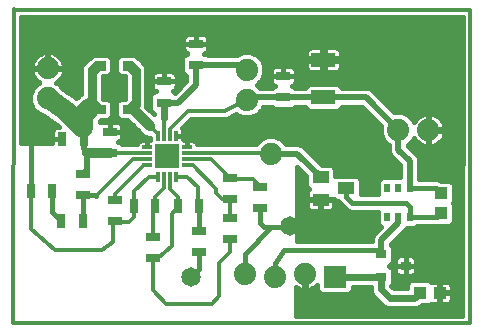
<source format=gtl>
G75*
%MOIN*%
%OFA0B0*%
%FSLAX25Y25*%
%IPPOS*%
%LPD*%
%AMOC8*
5,1,8,0,0,1.08239X$1,22.5*
%
%ADD10C,0.01200*%
%ADD11R,0.03543X0.03150*%
%ADD12R,0.07400X0.07400*%
%ADD13C,0.07400*%
%ADD14R,0.03200X0.01200*%
%ADD15R,0.01200X0.03200*%
%ADD16R,0.08000X0.08000*%
%ADD17R,0.04724X0.03150*%
%ADD18R,0.03150X0.04724*%
%ADD19R,0.02500X0.05000*%
%ADD20C,0.00000*%
%ADD21C,0.00001*%
%ADD22R,0.04331X0.03937*%
%ADD23R,0.05512X0.03937*%
%ADD24R,0.01969X0.03150*%
%ADD25R,0.07874X0.04724*%
%ADD26C,0.01600*%
%ADD27C,0.06496*%
%ADD28C,0.06600*%
%ADD29C,0.03200*%
%ADD30C,0.01969*%
%ADD31C,0.02400*%
D10*
X0019280Y0004085D02*
X0019387Y0108757D01*
X0019398Y0108612D02*
X0171457Y0108585D01*
X0171436Y0108589D02*
X0171371Y0004630D01*
X0171446Y0004202D02*
X0019556Y0004162D01*
X0033296Y0028572D02*
X0025225Y0035461D01*
X0025225Y0048060D01*
X0046879Y0046485D02*
X0059068Y0058674D01*
X0063801Y0058674D01*
X0063801Y0056674D02*
X0062776Y0056674D01*
X0053178Y0047076D01*
X0053178Y0045107D01*
X0059477Y0043139D02*
X0059477Y0039595D01*
X0057706Y0037824D01*
X0053375Y0037824D01*
X0052784Y0037824D01*
X0052587Y0038020D01*
X0052587Y0031131D01*
X0048847Y0028572D01*
X0033296Y0028572D01*
X0053178Y0038020D02*
X0053375Y0037824D01*
X0059477Y0043139D02*
X0059477Y0048060D01*
X0064391Y0052974D01*
X0067501Y0052974D01*
X0069501Y0052974D02*
X0069501Y0049028D01*
X0066564Y0046091D01*
X0066564Y0043139D01*
X0065776Y0042351D01*
X0065776Y0032902D01*
X0072076Y0029950D02*
X0072076Y0040580D01*
X0074044Y0043139D01*
X0074044Y0046288D01*
X0071501Y0048831D01*
X0071501Y0052974D01*
X0073501Y0052974D02*
X0077201Y0052974D01*
X0080737Y0049438D01*
X0080737Y0043532D01*
X0081131Y0043139D01*
X0086839Y0047469D02*
X0088808Y0045501D01*
X0091367Y0045501D01*
X0091367Y0039202D01*
X0091367Y0032115D02*
X0091367Y0027784D01*
X0087824Y0024241D01*
X0087824Y0013020D01*
X0085461Y0010658D01*
X0070304Y0010658D01*
X0065776Y0015186D01*
X0065776Y0025816D01*
X0067351Y0025816D01*
X0072076Y0029950D01*
X0086839Y0047469D02*
X0086839Y0048847D01*
X0079013Y0056674D01*
X0077201Y0056674D01*
X0077201Y0058674D02*
X0085280Y0058674D01*
X0091367Y0052587D01*
X0091761Y0052587D01*
X0092154Y0052194D01*
X0099044Y0052194D01*
X0101603Y0049635D01*
X0105146Y0060658D02*
X0105131Y0060674D01*
X0077201Y0060674D01*
X0077201Y0062674D02*
X0077391Y0062864D01*
X0077391Y0065776D01*
X0076793Y0066374D01*
X0073501Y0066374D01*
X0079943Y0066374D01*
X0079950Y0066367D01*
X0071501Y0066374D02*
X0071501Y0068942D01*
X0077391Y0074831D01*
X0089556Y0074831D01*
X0097076Y0078611D01*
X0069517Y0072666D02*
X0069517Y0071485D01*
X0069501Y0071469D01*
X0069501Y0066374D01*
X0067501Y0066374D02*
X0067501Y0067005D01*
X0064792Y0069713D01*
X0064202Y0065776D02*
X0064005Y0065580D01*
X0063808Y0065580D01*
X0064005Y0065580D02*
X0064202Y0065580D01*
X0064005Y0065383D01*
X0063801Y0065179D01*
X0063801Y0062674D01*
X0063801Y0065376D01*
X0063808Y0065383D01*
X0064005Y0065383D01*
X0063801Y0060674D02*
X0051587Y0060674D01*
X0051406Y0060855D01*
X0059477Y0075028D02*
X0059477Y0082115D01*
X0060068Y0082706D01*
X0045501Y0082706D02*
X0044713Y0081918D01*
X0044713Y0075816D01*
D11*
X0141775Y0027037D03*
X0150043Y0023297D03*
X0141775Y0019557D03*
D12*
X0126524Y0019646D03*
D13*
X0116524Y0020646D03*
X0106524Y0019646D03*
X0096524Y0020646D03*
X0105146Y0060658D03*
X0097076Y0078611D03*
X0097076Y0088611D03*
X0147666Y0068532D03*
X0157666Y0068532D03*
X0030737Y0079005D03*
X0030737Y0089005D03*
D14*
X0063801Y0062674D03*
X0063801Y0060674D03*
X0063801Y0058674D03*
X0063801Y0056674D03*
X0077201Y0056674D03*
X0077201Y0058674D03*
X0077201Y0060674D03*
X0077201Y0062674D03*
D15*
X0073501Y0066374D03*
X0071501Y0066374D03*
X0069501Y0066374D03*
X0067501Y0066374D03*
X0067501Y0052974D03*
X0069501Y0052974D03*
X0071501Y0052974D03*
X0073501Y0052974D03*
D16*
X0070501Y0059674D03*
D17*
X0051406Y0060855D03*
X0051406Y0067942D03*
X0069517Y0077587D03*
X0069517Y0084674D03*
X0080146Y0090186D03*
X0080146Y0097272D03*
X0109280Y0086446D03*
X0109280Y0079359D03*
X0091367Y0052587D03*
X0101603Y0049635D03*
X0091367Y0045501D03*
X0091367Y0039202D03*
X0101603Y0042548D03*
X0091367Y0032115D03*
X0081131Y0034871D03*
X0081131Y0027784D03*
X0065776Y0025816D03*
X0065776Y0032902D03*
X0053178Y0038020D03*
X0053178Y0045107D03*
X0042548Y0046682D03*
X0042548Y0053769D03*
D18*
X0032312Y0048060D03*
X0025225Y0048060D03*
X0035265Y0038217D03*
X0042351Y0038217D03*
X0059477Y0043139D03*
X0066564Y0043139D03*
X0074044Y0043139D03*
X0081131Y0043139D03*
X0042745Y0065383D03*
X0035658Y0065383D03*
D19*
X0045501Y0082706D03*
X0060068Y0082706D03*
D20*
X0058690Y0087233D02*
X0058690Y0078178D01*
X0057312Y0076800D01*
X0055737Y0076800D01*
X0055737Y0074044D01*
X0058887Y0074044D01*
X0061446Y0076603D01*
X0061446Y0088808D01*
X0058887Y0091367D01*
X0055737Y0091367D01*
X0055737Y0088611D01*
X0057312Y0088611D01*
X0058690Y0087233D01*
X0049831Y0088611D02*
X0049831Y0091367D01*
X0046682Y0091367D01*
X0044123Y0088808D01*
X0044123Y0076603D01*
X0046682Y0074044D01*
X0049831Y0074044D01*
X0049831Y0076800D01*
X0048257Y0076800D01*
X0046879Y0078178D01*
X0046879Y0087233D01*
X0048257Y0088611D01*
X0049831Y0088611D01*
D21*
X0044123Y0088611D01*
X0044123Y0088610D02*
X0048256Y0088610D01*
X0048255Y0088609D02*
X0044123Y0088609D01*
X0044123Y0088608D02*
X0048254Y0088608D01*
X0048253Y0088607D02*
X0044123Y0088607D01*
X0044123Y0088606D02*
X0048252Y0088606D01*
X0048251Y0088605D02*
X0044123Y0088605D01*
X0044123Y0088604D02*
X0048250Y0088604D01*
X0048249Y0088603D02*
X0044123Y0088603D01*
X0044123Y0088602D02*
X0048248Y0088602D01*
X0048247Y0088601D02*
X0044123Y0088601D01*
X0044123Y0088600D02*
X0048246Y0088600D01*
X0048245Y0088599D02*
X0044123Y0088599D01*
X0044123Y0088598D02*
X0048244Y0088598D01*
X0048243Y0088597D02*
X0044123Y0088597D01*
X0044123Y0088596D02*
X0048242Y0088596D01*
X0048241Y0088595D02*
X0044123Y0088595D01*
X0044123Y0088594D02*
X0048240Y0088594D01*
X0048239Y0088593D02*
X0044123Y0088593D01*
X0044123Y0088592D02*
X0048238Y0088592D01*
X0048237Y0088591D02*
X0044123Y0088591D01*
X0044123Y0088590D02*
X0048236Y0088590D01*
X0048235Y0088589D02*
X0044123Y0088589D01*
X0044123Y0088588D02*
X0048234Y0088588D01*
X0048233Y0088587D02*
X0044123Y0088587D01*
X0044123Y0088586D02*
X0048232Y0088586D01*
X0048231Y0088585D02*
X0044123Y0088585D01*
X0044123Y0088584D02*
X0048230Y0088584D01*
X0048229Y0088583D02*
X0044123Y0088583D01*
X0044123Y0088582D02*
X0048228Y0088582D01*
X0048227Y0088581D02*
X0044123Y0088581D01*
X0048226Y0088581D01*
X0048225Y0088580D02*
X0044123Y0088580D01*
X0044123Y0088579D02*
X0048224Y0088579D01*
X0048223Y0088578D02*
X0044123Y0088578D01*
X0044123Y0088577D02*
X0048222Y0088577D01*
X0048221Y0088576D02*
X0044123Y0088576D01*
X0044123Y0088575D02*
X0048220Y0088575D01*
X0048219Y0088574D02*
X0044123Y0088574D01*
X0044123Y0088573D02*
X0048218Y0088573D01*
X0048217Y0088572D02*
X0044123Y0088572D01*
X0044123Y0088571D02*
X0048216Y0088571D01*
X0048215Y0088570D02*
X0044123Y0088570D01*
X0044123Y0088569D02*
X0048214Y0088569D01*
X0048213Y0088568D02*
X0044123Y0088568D01*
X0044123Y0088567D02*
X0048212Y0088567D01*
X0048211Y0088566D02*
X0044123Y0088566D01*
X0044123Y0088565D02*
X0048210Y0088565D01*
X0048209Y0088564D02*
X0044123Y0088564D01*
X0044123Y0088563D02*
X0048208Y0088563D01*
X0048207Y0088562D02*
X0044123Y0088562D01*
X0044123Y0088561D02*
X0048206Y0088561D01*
X0048206Y0088560D02*
X0044123Y0088560D01*
X0044123Y0088559D02*
X0048205Y0088559D01*
X0048204Y0088558D02*
X0044123Y0088558D01*
X0044123Y0088557D02*
X0048203Y0088557D01*
X0048202Y0088556D02*
X0044123Y0088556D01*
X0044123Y0088555D02*
X0048201Y0088555D01*
X0048200Y0088554D02*
X0044123Y0088554D01*
X0044123Y0088553D02*
X0048199Y0088553D01*
X0048198Y0088552D02*
X0044123Y0088552D01*
X0044123Y0088551D02*
X0048197Y0088551D01*
X0048196Y0088550D02*
X0044123Y0088550D01*
X0044123Y0088549D02*
X0048195Y0088549D01*
X0048194Y0088548D02*
X0044123Y0088548D01*
X0044123Y0088547D02*
X0048193Y0088547D01*
X0048192Y0088546D02*
X0044123Y0088546D01*
X0044123Y0088545D02*
X0048191Y0088545D01*
X0048190Y0088544D02*
X0044123Y0088544D01*
X0044123Y0088543D02*
X0048189Y0088543D01*
X0048188Y0088542D02*
X0044123Y0088542D01*
X0044123Y0088541D02*
X0048187Y0088541D01*
X0048186Y0088540D02*
X0044123Y0088540D01*
X0044123Y0088539D02*
X0048185Y0088539D01*
X0048184Y0088538D02*
X0044123Y0088538D01*
X0044123Y0088537D02*
X0048183Y0088537D01*
X0048182Y0088536D02*
X0044123Y0088536D01*
X0044123Y0088535D02*
X0048181Y0088535D01*
X0048180Y0088534D02*
X0044123Y0088534D01*
X0044123Y0088533D02*
X0048179Y0088533D01*
X0048178Y0088532D02*
X0044123Y0088532D01*
X0044123Y0088531D02*
X0048177Y0088531D01*
X0048176Y0088530D02*
X0044123Y0088530D01*
X0044123Y0088529D02*
X0048175Y0088529D01*
X0048174Y0088528D02*
X0044123Y0088528D01*
X0044123Y0088527D02*
X0048173Y0088527D01*
X0048172Y0088526D02*
X0044123Y0088526D01*
X0044123Y0088525D02*
X0048171Y0088525D01*
X0048170Y0088524D02*
X0044123Y0088524D01*
X0044123Y0088523D02*
X0048169Y0088523D01*
X0048168Y0088522D02*
X0044123Y0088522D01*
X0044123Y0088521D02*
X0048167Y0088521D01*
X0048166Y0088520D02*
X0044123Y0088520D01*
X0044123Y0088519D02*
X0048165Y0088519D01*
X0048164Y0088519D02*
X0044123Y0088519D01*
X0044123Y0088518D02*
X0048163Y0088518D01*
X0048162Y0088517D02*
X0044123Y0088517D01*
X0044123Y0088516D02*
X0048161Y0088516D01*
X0048160Y0088515D02*
X0044123Y0088515D01*
X0044123Y0088514D02*
X0048159Y0088514D01*
X0048158Y0088513D02*
X0044123Y0088513D01*
X0044123Y0088512D02*
X0048157Y0088512D01*
X0048156Y0088511D02*
X0044123Y0088511D01*
X0044123Y0088510D02*
X0048155Y0088510D01*
X0048154Y0088509D02*
X0044123Y0088509D01*
X0044123Y0088508D02*
X0048153Y0088508D01*
X0048152Y0088507D02*
X0044123Y0088507D01*
X0044123Y0088506D02*
X0048151Y0088506D01*
X0048150Y0088505D02*
X0044123Y0088505D01*
X0044123Y0088504D02*
X0048149Y0088504D01*
X0048148Y0088503D02*
X0044123Y0088503D01*
X0044123Y0088502D02*
X0048147Y0088502D01*
X0048146Y0088501D02*
X0044123Y0088501D01*
X0044123Y0088500D02*
X0048145Y0088500D01*
X0048144Y0088499D02*
X0044123Y0088499D01*
X0044123Y0088498D02*
X0048144Y0088498D01*
X0048143Y0088497D02*
X0044123Y0088497D01*
X0044123Y0088496D02*
X0048142Y0088496D01*
X0048141Y0088495D02*
X0044123Y0088495D01*
X0044123Y0088494D02*
X0048140Y0088494D01*
X0048139Y0088493D02*
X0044123Y0088493D01*
X0044123Y0088492D02*
X0048138Y0088492D01*
X0048137Y0088491D02*
X0044123Y0088491D01*
X0044123Y0088490D02*
X0048136Y0088490D01*
X0048135Y0088489D02*
X0044123Y0088489D01*
X0044123Y0088488D02*
X0048134Y0088488D01*
X0048133Y0088487D02*
X0044123Y0088487D01*
X0044123Y0088486D02*
X0048132Y0088486D01*
X0048131Y0088485D02*
X0044123Y0088485D01*
X0044123Y0088484D02*
X0048130Y0088484D01*
X0048129Y0088483D02*
X0044123Y0088483D01*
X0044123Y0088482D02*
X0048128Y0088482D01*
X0048127Y0088481D02*
X0044123Y0088481D01*
X0044123Y0088480D02*
X0048126Y0088480D01*
X0048125Y0088479D02*
X0044123Y0088479D01*
X0044123Y0088478D02*
X0048124Y0088478D01*
X0048123Y0088477D02*
X0044123Y0088477D01*
X0044123Y0088476D02*
X0048122Y0088476D01*
X0048121Y0088475D02*
X0044123Y0088475D01*
X0044123Y0088474D02*
X0048120Y0088474D01*
X0048119Y0088473D02*
X0044123Y0088473D01*
X0044123Y0088472D02*
X0048118Y0088472D01*
X0048117Y0088471D02*
X0044123Y0088471D01*
X0044123Y0088470D02*
X0048116Y0088470D01*
X0048115Y0088469D02*
X0044123Y0088469D01*
X0044123Y0088468D02*
X0048114Y0088468D01*
X0048113Y0088467D02*
X0044123Y0088467D01*
X0044123Y0088466D02*
X0048112Y0088466D01*
X0048111Y0088465D02*
X0044123Y0088465D01*
X0044123Y0088464D02*
X0048110Y0088464D01*
X0048109Y0088463D02*
X0044123Y0088463D01*
X0044123Y0088462D02*
X0048108Y0088462D01*
X0048107Y0088461D02*
X0044123Y0088461D01*
X0044123Y0088460D02*
X0048106Y0088460D01*
X0048105Y0088459D02*
X0044123Y0088459D01*
X0044123Y0088458D02*
X0048104Y0088458D01*
X0048103Y0088457D02*
X0044123Y0088457D01*
X0044123Y0088456D02*
X0048102Y0088456D01*
X0048101Y0088456D02*
X0044123Y0088456D01*
X0044123Y0088455D02*
X0048100Y0088455D01*
X0048099Y0088454D02*
X0044123Y0088454D01*
X0044123Y0088453D02*
X0048098Y0088453D01*
X0048097Y0088452D02*
X0044123Y0088452D01*
X0044123Y0088451D02*
X0048096Y0088451D01*
X0048095Y0088450D02*
X0044123Y0088450D01*
X0044123Y0088449D02*
X0048094Y0088449D01*
X0048093Y0088448D02*
X0044123Y0088448D01*
X0044123Y0088447D02*
X0048092Y0088447D01*
X0048091Y0088446D02*
X0044123Y0088446D01*
X0044123Y0088445D02*
X0048090Y0088445D01*
X0048089Y0088444D02*
X0044123Y0088444D01*
X0044123Y0088443D02*
X0048088Y0088443D01*
X0048087Y0088442D02*
X0044123Y0088442D01*
X0044123Y0088441D02*
X0048086Y0088441D01*
X0048085Y0088440D02*
X0044123Y0088440D01*
X0044123Y0088439D02*
X0048084Y0088439D01*
X0048083Y0088438D02*
X0044123Y0088438D01*
X0044123Y0088437D02*
X0048082Y0088437D01*
X0048081Y0088436D02*
X0044123Y0088436D01*
X0044123Y0088435D02*
X0048081Y0088435D01*
X0048080Y0088434D02*
X0044123Y0088434D01*
X0044123Y0088433D02*
X0048079Y0088433D01*
X0048078Y0088432D02*
X0044123Y0088432D01*
X0044123Y0088431D02*
X0048077Y0088431D01*
X0048076Y0088430D02*
X0044123Y0088430D01*
X0044123Y0088429D02*
X0048075Y0088429D01*
X0048074Y0088428D02*
X0044123Y0088428D01*
X0044123Y0088427D02*
X0048073Y0088427D01*
X0048072Y0088426D02*
X0044123Y0088426D01*
X0044123Y0088425D02*
X0048071Y0088425D01*
X0048070Y0088424D02*
X0044123Y0088424D01*
X0044123Y0088423D02*
X0048069Y0088423D01*
X0048068Y0088422D02*
X0044123Y0088422D01*
X0044123Y0088421D02*
X0048067Y0088421D01*
X0048066Y0088420D02*
X0044123Y0088420D01*
X0044123Y0088419D02*
X0048065Y0088419D01*
X0048064Y0088418D02*
X0044123Y0088418D01*
X0044123Y0088417D02*
X0048063Y0088417D01*
X0048062Y0088416D02*
X0044123Y0088416D01*
X0044123Y0088415D02*
X0048061Y0088415D01*
X0048060Y0088414D02*
X0044123Y0088414D01*
X0044123Y0088413D02*
X0048059Y0088413D01*
X0048058Y0088412D02*
X0044123Y0088412D01*
X0044123Y0088411D02*
X0048057Y0088411D01*
X0048056Y0088410D02*
X0044123Y0088410D01*
X0044123Y0088409D02*
X0048055Y0088409D01*
X0048054Y0088408D02*
X0044123Y0088408D01*
X0044123Y0088407D02*
X0048053Y0088407D01*
X0048052Y0088406D02*
X0044123Y0088406D01*
X0044123Y0088405D02*
X0048051Y0088405D01*
X0048050Y0088404D02*
X0044123Y0088404D01*
X0044123Y0088403D02*
X0048049Y0088403D01*
X0048048Y0088402D02*
X0044123Y0088402D01*
X0044123Y0088401D02*
X0048047Y0088401D01*
X0048046Y0088400D02*
X0044123Y0088400D01*
X0044123Y0088399D02*
X0048045Y0088399D01*
X0048044Y0088398D02*
X0044123Y0088398D01*
X0044123Y0088397D02*
X0048043Y0088397D01*
X0048042Y0088396D02*
X0044123Y0088396D01*
X0044123Y0088395D02*
X0048041Y0088395D01*
X0048040Y0088394D02*
X0044123Y0088394D01*
X0048039Y0088394D01*
X0048038Y0088393D02*
X0044123Y0088393D01*
X0044123Y0088392D02*
X0048037Y0088392D01*
X0048036Y0088391D02*
X0044123Y0088391D01*
X0044123Y0088390D02*
X0048035Y0088390D01*
X0048034Y0088389D02*
X0044123Y0088389D01*
X0044123Y0088388D02*
X0048033Y0088388D01*
X0048032Y0088387D02*
X0044123Y0088387D01*
X0044123Y0088386D02*
X0048031Y0088386D01*
X0048030Y0088385D02*
X0044123Y0088385D01*
X0044123Y0088384D02*
X0048029Y0088384D01*
X0048028Y0088383D02*
X0044123Y0088383D01*
X0044123Y0088382D02*
X0048027Y0088382D01*
X0048026Y0088381D02*
X0044123Y0088381D01*
X0044123Y0088380D02*
X0048025Y0088380D01*
X0048024Y0088379D02*
X0044123Y0088379D01*
X0044123Y0088378D02*
X0048023Y0088378D01*
X0048022Y0088377D02*
X0044123Y0088377D01*
X0044123Y0088376D02*
X0048021Y0088376D01*
X0048020Y0088375D02*
X0044123Y0088375D01*
X0044123Y0088374D02*
X0048019Y0088374D01*
X0048019Y0088373D02*
X0044123Y0088373D01*
X0044123Y0088372D02*
X0048018Y0088372D01*
X0048017Y0088371D02*
X0044123Y0088371D01*
X0044123Y0088370D02*
X0048016Y0088370D01*
X0048015Y0088369D02*
X0044123Y0088369D01*
X0044123Y0088368D02*
X0048014Y0088368D01*
X0048013Y0088367D02*
X0044123Y0088367D01*
X0044123Y0088366D02*
X0048012Y0088366D01*
X0048011Y0088365D02*
X0044123Y0088365D01*
X0044123Y0088364D02*
X0048010Y0088364D01*
X0048009Y0088363D02*
X0044123Y0088363D01*
X0044123Y0088362D02*
X0048008Y0088362D01*
X0048007Y0088361D02*
X0044123Y0088361D01*
X0044123Y0088360D02*
X0048006Y0088360D01*
X0048005Y0088359D02*
X0044123Y0088359D01*
X0044123Y0088358D02*
X0048004Y0088358D01*
X0048003Y0088357D02*
X0044123Y0088357D01*
X0044123Y0088356D02*
X0048002Y0088356D01*
X0048001Y0088355D02*
X0044123Y0088355D01*
X0044123Y0088354D02*
X0048000Y0088354D01*
X0047999Y0088353D02*
X0044123Y0088353D01*
X0044123Y0088352D02*
X0047998Y0088352D01*
X0047997Y0088351D02*
X0044123Y0088351D01*
X0044123Y0088350D02*
X0047996Y0088350D01*
X0047995Y0088349D02*
X0044123Y0088349D01*
X0044123Y0088348D02*
X0047994Y0088348D01*
X0047993Y0088347D02*
X0044123Y0088347D01*
X0044123Y0088346D02*
X0047992Y0088346D01*
X0047991Y0088345D02*
X0044123Y0088345D01*
X0044123Y0088344D02*
X0047990Y0088344D01*
X0047989Y0088343D02*
X0044123Y0088343D01*
X0044123Y0088342D02*
X0047988Y0088342D01*
X0047987Y0088341D02*
X0044123Y0088341D01*
X0044123Y0088340D02*
X0047986Y0088340D01*
X0047985Y0088339D02*
X0044123Y0088339D01*
X0044123Y0088338D02*
X0047984Y0088338D01*
X0047983Y0088337D02*
X0044123Y0088337D01*
X0044123Y0088336D02*
X0047982Y0088336D01*
X0047981Y0088335D02*
X0044123Y0088335D01*
X0044123Y0088334D02*
X0047980Y0088334D01*
X0047979Y0088333D02*
X0044123Y0088333D01*
X0044123Y0088332D02*
X0047978Y0088332D01*
X0047977Y0088331D02*
X0044123Y0088331D01*
X0047976Y0088331D01*
X0047975Y0088330D02*
X0044123Y0088330D01*
X0044123Y0088329D02*
X0047974Y0088329D01*
X0047973Y0088328D02*
X0044123Y0088328D01*
X0044123Y0088327D02*
X0047972Y0088327D01*
X0047971Y0088326D02*
X0044123Y0088326D01*
X0044123Y0088325D02*
X0047970Y0088325D01*
X0047969Y0088324D02*
X0044123Y0088324D01*
X0044123Y0088323D02*
X0047968Y0088323D01*
X0047967Y0088322D02*
X0044123Y0088322D01*
X0044123Y0088321D02*
X0047966Y0088321D01*
X0047965Y0088320D02*
X0044123Y0088320D01*
X0044123Y0088319D02*
X0047964Y0088319D01*
X0047963Y0088318D02*
X0044123Y0088318D01*
X0044123Y0088317D02*
X0047962Y0088317D01*
X0047961Y0088316D02*
X0044123Y0088316D01*
X0044123Y0088315D02*
X0047960Y0088315D01*
X0047959Y0088314D02*
X0044123Y0088314D01*
X0044123Y0088313D02*
X0047958Y0088313D01*
X0047957Y0088312D02*
X0044123Y0088312D01*
X0044123Y0088311D02*
X0047956Y0088311D01*
X0047956Y0088310D02*
X0044123Y0088310D01*
X0044123Y0088309D02*
X0047955Y0088309D01*
X0047954Y0088308D02*
X0044123Y0088308D01*
X0044123Y0088307D02*
X0047953Y0088307D01*
X0047952Y0088306D02*
X0044123Y0088306D01*
X0044123Y0088305D02*
X0047951Y0088305D01*
X0047950Y0088304D02*
X0044123Y0088304D01*
X0044123Y0088303D02*
X0047949Y0088303D01*
X0047948Y0088302D02*
X0044123Y0088302D01*
X0044123Y0088301D02*
X0047947Y0088301D01*
X0047946Y0088300D02*
X0044123Y0088300D01*
X0044123Y0088299D02*
X0047945Y0088299D01*
X0047944Y0088298D02*
X0044123Y0088298D01*
X0044123Y0088297D02*
X0047943Y0088297D01*
X0047942Y0088296D02*
X0044123Y0088296D01*
X0044123Y0088295D02*
X0047941Y0088295D01*
X0047940Y0088294D02*
X0044123Y0088294D01*
X0044123Y0088293D02*
X0047939Y0088293D01*
X0047938Y0088292D02*
X0044123Y0088292D01*
X0044123Y0088291D02*
X0047937Y0088291D01*
X0047936Y0088290D02*
X0044123Y0088290D01*
X0044123Y0088289D02*
X0047935Y0088289D01*
X0047934Y0088288D02*
X0044123Y0088288D01*
X0044123Y0088287D02*
X0047933Y0088287D01*
X0047932Y0088286D02*
X0044123Y0088286D01*
X0044123Y0088285D02*
X0047931Y0088285D01*
X0047930Y0088284D02*
X0044123Y0088284D01*
X0044123Y0088283D02*
X0047929Y0088283D01*
X0047928Y0088282D02*
X0044123Y0088282D01*
X0044123Y0088281D02*
X0047927Y0088281D01*
X0047926Y0088280D02*
X0044123Y0088280D01*
X0044123Y0088279D02*
X0047925Y0088279D01*
X0047924Y0088278D02*
X0044123Y0088278D01*
X0044123Y0088277D02*
X0047923Y0088277D01*
X0047922Y0088276D02*
X0044123Y0088276D01*
X0044123Y0088275D02*
X0047921Y0088275D01*
X0047920Y0088274D02*
X0044123Y0088274D01*
X0044123Y0088273D02*
X0047919Y0088273D01*
X0047918Y0088272D02*
X0044123Y0088272D01*
X0044123Y0088271D02*
X0047917Y0088271D01*
X0047916Y0088270D02*
X0044123Y0088270D01*
X0044123Y0088269D02*
X0047915Y0088269D01*
X0047914Y0088269D02*
X0044123Y0088269D01*
X0044123Y0088268D02*
X0047913Y0088268D01*
X0047912Y0088267D02*
X0044123Y0088267D01*
X0044123Y0088266D02*
X0047911Y0088266D01*
X0047910Y0088265D02*
X0044123Y0088265D01*
X0044123Y0088264D02*
X0047909Y0088264D01*
X0047908Y0088263D02*
X0044123Y0088263D01*
X0044123Y0088262D02*
X0047907Y0088262D01*
X0047906Y0088261D02*
X0044123Y0088261D01*
X0044123Y0088260D02*
X0047905Y0088260D01*
X0047904Y0088259D02*
X0044123Y0088259D01*
X0044123Y0088258D02*
X0047903Y0088258D01*
X0047902Y0088257D02*
X0044123Y0088257D01*
X0044123Y0088256D02*
X0047901Y0088256D01*
X0047900Y0088255D02*
X0044123Y0088255D01*
X0044123Y0088254D02*
X0047899Y0088254D01*
X0047898Y0088253D02*
X0044123Y0088253D01*
X0044123Y0088252D02*
X0047897Y0088252D01*
X0047896Y0088251D02*
X0044123Y0088251D01*
X0044123Y0088250D02*
X0047895Y0088250D01*
X0047894Y0088249D02*
X0044123Y0088249D01*
X0044123Y0088248D02*
X0047894Y0088248D01*
X0047893Y0088247D02*
X0044123Y0088247D01*
X0044123Y0088246D02*
X0047892Y0088246D01*
X0047891Y0088245D02*
X0044123Y0088245D01*
X0044123Y0088244D02*
X0047890Y0088244D01*
X0047889Y0088243D02*
X0044123Y0088243D01*
X0044123Y0088242D02*
X0047888Y0088242D01*
X0047887Y0088241D02*
X0044123Y0088241D01*
X0044123Y0088240D02*
X0047886Y0088240D01*
X0047885Y0088239D02*
X0044123Y0088239D01*
X0044123Y0088238D02*
X0047884Y0088238D01*
X0047883Y0088237D02*
X0044123Y0088237D01*
X0044123Y0088236D02*
X0047882Y0088236D01*
X0047881Y0088235D02*
X0044123Y0088235D01*
X0044123Y0088234D02*
X0047880Y0088234D01*
X0047879Y0088233D02*
X0044123Y0088233D01*
X0044123Y0088232D02*
X0047878Y0088232D01*
X0047877Y0088231D02*
X0044123Y0088231D01*
X0044123Y0088230D02*
X0047876Y0088230D01*
X0047875Y0088229D02*
X0044123Y0088229D01*
X0044123Y0088228D02*
X0047874Y0088228D01*
X0047873Y0088227D02*
X0044123Y0088227D01*
X0044123Y0088226D02*
X0047872Y0088226D01*
X0047871Y0088225D02*
X0044123Y0088225D01*
X0044123Y0088224D02*
X0047870Y0088224D01*
X0047869Y0088223D02*
X0044123Y0088223D01*
X0044123Y0088222D02*
X0047868Y0088222D01*
X0047867Y0088221D02*
X0044123Y0088221D01*
X0044123Y0088220D02*
X0047866Y0088220D01*
X0047865Y0088219D02*
X0044123Y0088219D01*
X0044123Y0088218D02*
X0047864Y0088218D01*
X0047863Y0088217D02*
X0044123Y0088217D01*
X0044123Y0088216D02*
X0047862Y0088216D01*
X0047861Y0088215D02*
X0044123Y0088215D01*
X0044123Y0088214D02*
X0047860Y0088214D01*
X0047859Y0088213D02*
X0044123Y0088213D01*
X0044123Y0088212D02*
X0047858Y0088212D01*
X0047857Y0088211D02*
X0044123Y0088211D01*
X0044123Y0088210D02*
X0047856Y0088210D01*
X0047855Y0088209D02*
X0044123Y0088209D01*
X0044123Y0088208D02*
X0047854Y0088208D01*
X0047853Y0088207D02*
X0044123Y0088207D01*
X0044123Y0088206D02*
X0047852Y0088206D01*
X0047851Y0088206D02*
X0044123Y0088206D01*
X0044123Y0088205D02*
X0047850Y0088205D01*
X0047849Y0088204D02*
X0044123Y0088204D01*
X0044123Y0088203D02*
X0047848Y0088203D01*
X0047847Y0088202D02*
X0044123Y0088202D01*
X0044123Y0088201D02*
X0047846Y0088201D01*
X0047845Y0088200D02*
X0044123Y0088200D01*
X0044123Y0088199D02*
X0047844Y0088199D01*
X0047843Y0088198D02*
X0044123Y0088198D01*
X0044123Y0088197D02*
X0047842Y0088197D01*
X0047841Y0088196D02*
X0044123Y0088196D01*
X0044123Y0088195D02*
X0047840Y0088195D01*
X0047839Y0088194D02*
X0044123Y0088194D01*
X0044123Y0088193D02*
X0047838Y0088193D01*
X0047837Y0088192D02*
X0044123Y0088192D01*
X0044123Y0088191D02*
X0047836Y0088191D01*
X0047835Y0088190D02*
X0044123Y0088190D01*
X0044123Y0088189D02*
X0047834Y0088189D01*
X0047833Y0088188D02*
X0044123Y0088188D01*
X0044123Y0088187D02*
X0047832Y0088187D01*
X0047831Y0088186D02*
X0044123Y0088186D01*
X0044123Y0088185D02*
X0047831Y0088185D01*
X0047830Y0088184D02*
X0044123Y0088184D01*
X0044123Y0088183D02*
X0047829Y0088183D01*
X0047828Y0088182D02*
X0044123Y0088182D01*
X0044123Y0088181D02*
X0047827Y0088181D01*
X0047826Y0088180D02*
X0044123Y0088180D01*
X0044123Y0088179D02*
X0047825Y0088179D01*
X0047824Y0088178D02*
X0044123Y0088178D01*
X0044123Y0088177D02*
X0047823Y0088177D01*
X0047822Y0088176D02*
X0044123Y0088176D01*
X0044123Y0088175D02*
X0047821Y0088175D01*
X0047820Y0088174D02*
X0044123Y0088174D01*
X0044123Y0088173D02*
X0047819Y0088173D01*
X0047818Y0088172D02*
X0044123Y0088172D01*
X0044123Y0088171D02*
X0047817Y0088171D01*
X0047816Y0088170D02*
X0044123Y0088170D01*
X0044123Y0088169D02*
X0047815Y0088169D01*
X0047814Y0088168D02*
X0044123Y0088168D01*
X0044123Y0088167D02*
X0047813Y0088167D01*
X0047812Y0088166D02*
X0044123Y0088166D01*
X0044123Y0088165D02*
X0047811Y0088165D01*
X0047810Y0088164D02*
X0044123Y0088164D01*
X0044123Y0088163D02*
X0047809Y0088163D01*
X0047808Y0088162D02*
X0044123Y0088162D01*
X0044123Y0088161D02*
X0047807Y0088161D01*
X0047806Y0088160D02*
X0044123Y0088160D01*
X0044123Y0088159D02*
X0047805Y0088159D01*
X0047804Y0088158D02*
X0044123Y0088158D01*
X0044123Y0088157D02*
X0047803Y0088157D01*
X0047802Y0088156D02*
X0044123Y0088156D01*
X0044123Y0088155D02*
X0047801Y0088155D01*
X0047800Y0088154D02*
X0044123Y0088154D01*
X0044123Y0088153D02*
X0047799Y0088153D01*
X0047798Y0088152D02*
X0044123Y0088152D01*
X0044123Y0088151D02*
X0047797Y0088151D01*
X0047796Y0088150D02*
X0044123Y0088150D01*
X0044123Y0088149D02*
X0047795Y0088149D01*
X0047794Y0088148D02*
X0044123Y0088148D01*
X0044123Y0088147D02*
X0047793Y0088147D01*
X0047792Y0088146D02*
X0044123Y0088146D01*
X0044123Y0088145D02*
X0047791Y0088145D01*
X0047790Y0088144D02*
X0044123Y0088144D01*
X0047789Y0088144D01*
X0047788Y0088143D02*
X0044123Y0088143D01*
X0044123Y0088142D02*
X0047787Y0088142D01*
X0047786Y0088141D02*
X0044123Y0088141D01*
X0044123Y0088140D02*
X0047785Y0088140D01*
X0047784Y0088139D02*
X0044123Y0088139D01*
X0044123Y0088138D02*
X0047783Y0088138D01*
X0047782Y0088137D02*
X0044123Y0088137D01*
X0044123Y0088136D02*
X0047781Y0088136D01*
X0047780Y0088135D02*
X0044123Y0088135D01*
X0044123Y0088134D02*
X0047779Y0088134D01*
X0047778Y0088133D02*
X0044123Y0088133D01*
X0044123Y0088132D02*
X0047777Y0088132D01*
X0047776Y0088131D02*
X0044123Y0088131D01*
X0044123Y0088130D02*
X0047775Y0088130D01*
X0047774Y0088129D02*
X0044123Y0088129D01*
X0044123Y0088128D02*
X0047773Y0088128D01*
X0047772Y0088127D02*
X0044123Y0088127D01*
X0044123Y0088126D02*
X0047771Y0088126D01*
X0047770Y0088125D02*
X0044123Y0088125D01*
X0044123Y0088124D02*
X0047769Y0088124D01*
X0047769Y0088123D02*
X0044123Y0088123D01*
X0044123Y0088122D02*
X0047768Y0088122D01*
X0047767Y0088121D02*
X0044123Y0088121D01*
X0044123Y0088120D02*
X0047766Y0088120D01*
X0047765Y0088119D02*
X0044123Y0088119D01*
X0044123Y0088118D02*
X0047764Y0088118D01*
X0047763Y0088117D02*
X0044123Y0088117D01*
X0044123Y0088116D02*
X0047762Y0088116D01*
X0047761Y0088115D02*
X0044123Y0088115D01*
X0044123Y0088114D02*
X0047760Y0088114D01*
X0047759Y0088113D02*
X0044123Y0088113D01*
X0044123Y0088112D02*
X0047758Y0088112D01*
X0047757Y0088111D02*
X0044123Y0088111D01*
X0044123Y0088110D02*
X0047756Y0088110D01*
X0047755Y0088109D02*
X0044123Y0088109D01*
X0044123Y0088108D02*
X0047754Y0088108D01*
X0047753Y0088107D02*
X0044123Y0088107D01*
X0044123Y0088106D02*
X0047752Y0088106D01*
X0047751Y0088105D02*
X0044123Y0088105D01*
X0044123Y0088104D02*
X0047750Y0088104D01*
X0047749Y0088103D02*
X0044123Y0088103D01*
X0044123Y0088102D02*
X0047748Y0088102D01*
X0047747Y0088101D02*
X0044123Y0088101D01*
X0044123Y0088100D02*
X0047746Y0088100D01*
X0047745Y0088099D02*
X0044123Y0088099D01*
X0044123Y0088098D02*
X0047744Y0088098D01*
X0047743Y0088097D02*
X0044123Y0088097D01*
X0044123Y0088096D02*
X0047742Y0088096D01*
X0047741Y0088095D02*
X0044123Y0088095D01*
X0044123Y0088094D02*
X0047740Y0088094D01*
X0047739Y0088093D02*
X0044123Y0088093D01*
X0044123Y0088092D02*
X0047738Y0088092D01*
X0047737Y0088091D02*
X0044123Y0088091D01*
X0044123Y0088090D02*
X0047736Y0088090D01*
X0047735Y0088089D02*
X0044123Y0088089D01*
X0044123Y0088088D02*
X0047734Y0088088D01*
X0047733Y0088087D02*
X0044123Y0088087D01*
X0044123Y0088086D02*
X0047732Y0088086D01*
X0047731Y0088085D02*
X0044123Y0088085D01*
X0044123Y0088084D02*
X0047730Y0088084D01*
X0047729Y0088083D02*
X0044123Y0088083D01*
X0044123Y0088082D02*
X0047728Y0088082D01*
X0047727Y0088081D02*
X0044123Y0088081D01*
X0047726Y0088081D01*
X0047725Y0088080D02*
X0044123Y0088080D01*
X0044123Y0088079D02*
X0047724Y0088079D01*
X0047723Y0088078D02*
X0044123Y0088078D01*
X0044123Y0088077D02*
X0047722Y0088077D01*
X0047721Y0088076D02*
X0044123Y0088076D01*
X0044123Y0088075D02*
X0047720Y0088075D01*
X0047719Y0088074D02*
X0044123Y0088074D01*
X0044123Y0088073D02*
X0047718Y0088073D01*
X0047717Y0088072D02*
X0044123Y0088072D01*
X0044123Y0088071D02*
X0047716Y0088071D01*
X0047715Y0088070D02*
X0044123Y0088070D01*
X0044123Y0088069D02*
X0047714Y0088069D01*
X0047713Y0088068D02*
X0044123Y0088068D01*
X0044123Y0088067D02*
X0047712Y0088067D01*
X0047711Y0088066D02*
X0044123Y0088066D01*
X0044123Y0088065D02*
X0047710Y0088065D01*
X0047709Y0088064D02*
X0044123Y0088064D01*
X0044123Y0088063D02*
X0047708Y0088063D01*
X0047707Y0088062D02*
X0044123Y0088062D01*
X0044123Y0088061D02*
X0047706Y0088061D01*
X0047706Y0088060D02*
X0044123Y0088060D01*
X0044123Y0088059D02*
X0047705Y0088059D01*
X0047704Y0088058D02*
X0044123Y0088058D01*
X0044123Y0088057D02*
X0047703Y0088057D01*
X0047702Y0088056D02*
X0044123Y0088056D01*
X0044123Y0088055D02*
X0047701Y0088055D01*
X0047700Y0088054D02*
X0044123Y0088054D01*
X0044123Y0088053D02*
X0047699Y0088053D01*
X0047698Y0088052D02*
X0044123Y0088052D01*
X0044123Y0088051D02*
X0047697Y0088051D01*
X0047696Y0088050D02*
X0044123Y0088050D01*
X0044123Y0088049D02*
X0047695Y0088049D01*
X0047694Y0088048D02*
X0044123Y0088048D01*
X0044123Y0088047D02*
X0047693Y0088047D01*
X0047692Y0088046D02*
X0044123Y0088046D01*
X0044123Y0088045D02*
X0047691Y0088045D01*
X0047690Y0088044D02*
X0044123Y0088044D01*
X0044123Y0088043D02*
X0047689Y0088043D01*
X0047688Y0088042D02*
X0044123Y0088042D01*
X0044123Y0088041D02*
X0047687Y0088041D01*
X0047686Y0088040D02*
X0044123Y0088040D01*
X0044123Y0088039D02*
X0047685Y0088039D01*
X0047684Y0088038D02*
X0044123Y0088038D01*
X0044123Y0088037D02*
X0047683Y0088037D01*
X0047682Y0088036D02*
X0044123Y0088036D01*
X0044123Y0088035D02*
X0047681Y0088035D01*
X0047680Y0088034D02*
X0044123Y0088034D01*
X0044123Y0088033D02*
X0047679Y0088033D01*
X0047678Y0088032D02*
X0044123Y0088032D01*
X0044123Y0088031D02*
X0047677Y0088031D01*
X0047676Y0088030D02*
X0044123Y0088030D01*
X0044123Y0088029D02*
X0047675Y0088029D01*
X0047674Y0088028D02*
X0044123Y0088028D01*
X0044123Y0088027D02*
X0047673Y0088027D01*
X0047672Y0088026D02*
X0044123Y0088026D01*
X0044123Y0088025D02*
X0047671Y0088025D01*
X0047670Y0088024D02*
X0044123Y0088024D01*
X0044123Y0088023D02*
X0047669Y0088023D01*
X0047668Y0088022D02*
X0044123Y0088022D01*
X0044123Y0088021D02*
X0047667Y0088021D01*
X0047666Y0088020D02*
X0044123Y0088020D01*
X0044123Y0088019D02*
X0047665Y0088019D01*
X0047664Y0088019D02*
X0044123Y0088019D01*
X0044123Y0088018D02*
X0047663Y0088018D01*
X0047662Y0088017D02*
X0044123Y0088017D01*
X0044123Y0088016D02*
X0047661Y0088016D01*
X0047660Y0088015D02*
X0044123Y0088015D01*
X0044123Y0088014D02*
X0047659Y0088014D01*
X0047658Y0088013D02*
X0044123Y0088013D01*
X0044123Y0088012D02*
X0047657Y0088012D01*
X0047656Y0088011D02*
X0044123Y0088011D01*
X0044123Y0088010D02*
X0047655Y0088010D01*
X0047654Y0088009D02*
X0044123Y0088009D01*
X0044123Y0088008D02*
X0047653Y0088008D01*
X0047652Y0088007D02*
X0044123Y0088007D01*
X0044123Y0088006D02*
X0047651Y0088006D01*
X0047650Y0088005D02*
X0044123Y0088005D01*
X0044123Y0088004D02*
X0047649Y0088004D01*
X0047648Y0088003D02*
X0044123Y0088003D01*
X0044123Y0088002D02*
X0047647Y0088002D01*
X0047646Y0088001D02*
X0044123Y0088001D01*
X0044123Y0088000D02*
X0047645Y0088000D01*
X0047644Y0087999D02*
X0044123Y0087999D01*
X0044123Y0087998D02*
X0047644Y0087998D01*
X0047643Y0087997D02*
X0044123Y0087997D01*
X0044123Y0087996D02*
X0047642Y0087996D01*
X0047641Y0087995D02*
X0044123Y0087995D01*
X0044123Y0087994D02*
X0047640Y0087994D01*
X0047639Y0087993D02*
X0044123Y0087993D01*
X0044123Y0087992D02*
X0047638Y0087992D01*
X0047637Y0087991D02*
X0044123Y0087991D01*
X0044123Y0087990D02*
X0047636Y0087990D01*
X0047635Y0087989D02*
X0044123Y0087989D01*
X0044123Y0087988D02*
X0047634Y0087988D01*
X0047633Y0087987D02*
X0044123Y0087987D01*
X0044123Y0087986D02*
X0047632Y0087986D01*
X0047631Y0087985D02*
X0044123Y0087985D01*
X0044123Y0087984D02*
X0047630Y0087984D01*
X0047629Y0087983D02*
X0044123Y0087983D01*
X0044123Y0087982D02*
X0047628Y0087982D01*
X0047627Y0087981D02*
X0044123Y0087981D01*
X0044123Y0087980D02*
X0047626Y0087980D01*
X0047625Y0087979D02*
X0044123Y0087979D01*
X0044123Y0087978D02*
X0047624Y0087978D01*
X0047623Y0087977D02*
X0044123Y0087977D01*
X0044123Y0087976D02*
X0047622Y0087976D01*
X0047621Y0087975D02*
X0044123Y0087975D01*
X0044123Y0087974D02*
X0047620Y0087974D01*
X0047619Y0087973D02*
X0044123Y0087973D01*
X0044123Y0087972D02*
X0047618Y0087972D01*
X0047617Y0087971D02*
X0044123Y0087971D01*
X0044123Y0087970D02*
X0047616Y0087970D01*
X0047615Y0087969D02*
X0044123Y0087969D01*
X0044123Y0087968D02*
X0047614Y0087968D01*
X0047613Y0087967D02*
X0044123Y0087967D01*
X0044123Y0087966D02*
X0047612Y0087966D01*
X0047611Y0087965D02*
X0044123Y0087965D01*
X0044123Y0087964D02*
X0047610Y0087964D01*
X0047609Y0087963D02*
X0044123Y0087963D01*
X0044123Y0087962D02*
X0047608Y0087962D01*
X0047607Y0087961D02*
X0044123Y0087961D01*
X0044123Y0087960D02*
X0047606Y0087960D01*
X0047605Y0087959D02*
X0044123Y0087959D01*
X0044123Y0087958D02*
X0047604Y0087958D01*
X0047603Y0087957D02*
X0044123Y0087957D01*
X0044123Y0087956D02*
X0047602Y0087956D01*
X0047601Y0087956D02*
X0044123Y0087956D01*
X0044123Y0087955D02*
X0047600Y0087955D01*
X0047599Y0087954D02*
X0044123Y0087954D01*
X0044123Y0087953D02*
X0047598Y0087953D01*
X0047597Y0087952D02*
X0044123Y0087952D01*
X0044123Y0087951D02*
X0047596Y0087951D01*
X0047595Y0087950D02*
X0044123Y0087950D01*
X0044123Y0087949D02*
X0047594Y0087949D01*
X0047593Y0087948D02*
X0044123Y0087948D01*
X0044123Y0087947D02*
X0047592Y0087947D01*
X0047591Y0087946D02*
X0044123Y0087946D01*
X0044123Y0087945D02*
X0047590Y0087945D01*
X0047589Y0087944D02*
X0044123Y0087944D01*
X0044123Y0087943D02*
X0047588Y0087943D01*
X0047587Y0087942D02*
X0044123Y0087942D01*
X0044123Y0087941D02*
X0047586Y0087941D01*
X0047585Y0087940D02*
X0044123Y0087940D01*
X0044123Y0087939D02*
X0047584Y0087939D01*
X0047583Y0087938D02*
X0044123Y0087938D01*
X0044123Y0087937D02*
X0047582Y0087937D01*
X0047581Y0087936D02*
X0044123Y0087936D01*
X0044123Y0087935D02*
X0047581Y0087935D01*
X0047580Y0087934D02*
X0044123Y0087934D01*
X0044123Y0087933D02*
X0047579Y0087933D01*
X0047578Y0087932D02*
X0044123Y0087932D01*
X0044123Y0087931D02*
X0047577Y0087931D01*
X0047576Y0087930D02*
X0044123Y0087930D01*
X0044123Y0087929D02*
X0047575Y0087929D01*
X0047574Y0087928D02*
X0044123Y0087928D01*
X0044123Y0087927D02*
X0047573Y0087927D01*
X0047572Y0087926D02*
X0044123Y0087926D01*
X0044123Y0087925D02*
X0047571Y0087925D01*
X0047570Y0087924D02*
X0044123Y0087924D01*
X0044123Y0087923D02*
X0047569Y0087923D01*
X0047568Y0087922D02*
X0044123Y0087922D01*
X0044123Y0087921D02*
X0047567Y0087921D01*
X0047566Y0087920D02*
X0044123Y0087920D01*
X0044123Y0087919D02*
X0047565Y0087919D01*
X0047564Y0087918D02*
X0044123Y0087918D01*
X0044123Y0087917D02*
X0047563Y0087917D01*
X0047562Y0087916D02*
X0044123Y0087916D01*
X0044123Y0087915D02*
X0047561Y0087915D01*
X0047560Y0087914D02*
X0044123Y0087914D01*
X0044123Y0087913D02*
X0047559Y0087913D01*
X0047558Y0087912D02*
X0044123Y0087912D01*
X0044123Y0087911D02*
X0047557Y0087911D01*
X0047556Y0087910D02*
X0044123Y0087910D01*
X0044123Y0087909D02*
X0047555Y0087909D01*
X0047554Y0087908D02*
X0044123Y0087908D01*
X0044123Y0087907D02*
X0047553Y0087907D01*
X0047552Y0087906D02*
X0044123Y0087906D01*
X0044123Y0087905D02*
X0047551Y0087905D01*
X0047550Y0087904D02*
X0044123Y0087904D01*
X0044123Y0087903D02*
X0047549Y0087903D01*
X0047548Y0087902D02*
X0044123Y0087902D01*
X0044123Y0087901D02*
X0047547Y0087901D01*
X0047546Y0087900D02*
X0044123Y0087900D01*
X0044123Y0087899D02*
X0047545Y0087899D01*
X0047544Y0087898D02*
X0044123Y0087898D01*
X0044123Y0087897D02*
X0047543Y0087897D01*
X0047542Y0087896D02*
X0044123Y0087896D01*
X0044123Y0087895D02*
X0047541Y0087895D01*
X0047540Y0087894D02*
X0044123Y0087894D01*
X0047539Y0087894D01*
X0047538Y0087893D02*
X0044123Y0087893D01*
X0044123Y0087892D02*
X0047537Y0087892D01*
X0047536Y0087891D02*
X0044123Y0087891D01*
X0044123Y0087890D02*
X0047535Y0087890D01*
X0047534Y0087889D02*
X0044123Y0087889D01*
X0044123Y0087888D02*
X0047533Y0087888D01*
X0047532Y0087887D02*
X0044123Y0087887D01*
X0044123Y0087886D02*
X0047531Y0087886D01*
X0047530Y0087885D02*
X0044123Y0087885D01*
X0044123Y0087884D02*
X0047529Y0087884D01*
X0047528Y0087883D02*
X0044123Y0087883D01*
X0044123Y0087882D02*
X0047527Y0087882D01*
X0047526Y0087881D02*
X0044123Y0087881D01*
X0044123Y0087880D02*
X0047525Y0087880D01*
X0047524Y0087879D02*
X0044123Y0087879D01*
X0044123Y0087878D02*
X0047523Y0087878D01*
X0047522Y0087877D02*
X0044123Y0087877D01*
X0044123Y0087876D02*
X0047521Y0087876D01*
X0047520Y0087875D02*
X0044123Y0087875D01*
X0044123Y0087874D02*
X0047519Y0087874D01*
X0047519Y0087873D02*
X0044123Y0087873D01*
X0044123Y0087872D02*
X0047518Y0087872D01*
X0047517Y0087871D02*
X0044123Y0087871D01*
X0044123Y0087870D02*
X0047516Y0087870D01*
X0047515Y0087869D02*
X0044123Y0087869D01*
X0044123Y0087868D02*
X0047514Y0087868D01*
X0047513Y0087867D02*
X0044123Y0087867D01*
X0044123Y0087866D02*
X0047512Y0087866D01*
X0047511Y0087865D02*
X0044123Y0087865D01*
X0044123Y0087864D02*
X0047510Y0087864D01*
X0047509Y0087863D02*
X0044123Y0087863D01*
X0044123Y0087862D02*
X0047508Y0087862D01*
X0047507Y0087861D02*
X0044123Y0087861D01*
X0044123Y0087860D02*
X0047506Y0087860D01*
X0047505Y0087859D02*
X0044123Y0087859D01*
X0044123Y0087858D02*
X0047504Y0087858D01*
X0047503Y0087857D02*
X0044123Y0087857D01*
X0044123Y0087856D02*
X0047502Y0087856D01*
X0047501Y0087855D02*
X0044123Y0087855D01*
X0044123Y0087854D02*
X0047500Y0087854D01*
X0047499Y0087853D02*
X0044123Y0087853D01*
X0044123Y0087852D02*
X0047498Y0087852D01*
X0047497Y0087851D02*
X0044123Y0087851D01*
X0044123Y0087850D02*
X0047496Y0087850D01*
X0047495Y0087849D02*
X0044123Y0087849D01*
X0044123Y0087848D02*
X0047494Y0087848D01*
X0047493Y0087847D02*
X0044123Y0087847D01*
X0044123Y0087846D02*
X0047492Y0087846D01*
X0047491Y0087845D02*
X0044123Y0087845D01*
X0044123Y0087844D02*
X0047490Y0087844D01*
X0047489Y0087843D02*
X0044123Y0087843D01*
X0044123Y0087842D02*
X0047488Y0087842D01*
X0047487Y0087841D02*
X0044123Y0087841D01*
X0044123Y0087840D02*
X0047486Y0087840D01*
X0047485Y0087839D02*
X0044123Y0087839D01*
X0044123Y0087838D02*
X0047484Y0087838D01*
X0047483Y0087837D02*
X0044123Y0087837D01*
X0044123Y0087836D02*
X0047482Y0087836D01*
X0047481Y0087835D02*
X0044123Y0087835D01*
X0044123Y0087834D02*
X0047480Y0087834D01*
X0047479Y0087833D02*
X0044123Y0087833D01*
X0044123Y0087832D02*
X0047478Y0087832D01*
X0047477Y0087831D02*
X0044123Y0087831D01*
X0047476Y0087831D01*
X0047475Y0087830D02*
X0044123Y0087830D01*
X0044123Y0087829D02*
X0047474Y0087829D01*
X0047473Y0087828D02*
X0044123Y0087828D01*
X0044123Y0087827D02*
X0047472Y0087827D01*
X0047471Y0087826D02*
X0044123Y0087826D01*
X0044123Y0087825D02*
X0047470Y0087825D01*
X0047469Y0087824D02*
X0044123Y0087824D01*
X0044123Y0087823D02*
X0047468Y0087823D01*
X0047467Y0087822D02*
X0044123Y0087822D01*
X0044123Y0087821D02*
X0047466Y0087821D01*
X0047465Y0087820D02*
X0044123Y0087820D01*
X0044123Y0087819D02*
X0047464Y0087819D01*
X0047463Y0087818D02*
X0044123Y0087818D01*
X0044123Y0087817D02*
X0047462Y0087817D01*
X0047461Y0087816D02*
X0044123Y0087816D01*
X0044123Y0087815D02*
X0047460Y0087815D01*
X0047459Y0087814D02*
X0044123Y0087814D01*
X0044123Y0087813D02*
X0047458Y0087813D01*
X0047457Y0087812D02*
X0044123Y0087812D01*
X0044123Y0087811D02*
X0047456Y0087811D01*
X0047456Y0087810D02*
X0044123Y0087810D01*
X0044123Y0087809D02*
X0047455Y0087809D01*
X0047454Y0087808D02*
X0044123Y0087808D01*
X0044123Y0087807D02*
X0047453Y0087807D01*
X0047452Y0087806D02*
X0044123Y0087806D01*
X0044123Y0087805D02*
X0047451Y0087805D01*
X0047450Y0087804D02*
X0044123Y0087804D01*
X0044123Y0087803D02*
X0047449Y0087803D01*
X0047448Y0087802D02*
X0044123Y0087802D01*
X0044123Y0087801D02*
X0047447Y0087801D01*
X0047446Y0087800D02*
X0044123Y0087800D01*
X0044123Y0087799D02*
X0047445Y0087799D01*
X0047444Y0087798D02*
X0044123Y0087798D01*
X0044123Y0087797D02*
X0047443Y0087797D01*
X0047442Y0087796D02*
X0044123Y0087796D01*
X0044123Y0087795D02*
X0047441Y0087795D01*
X0047440Y0087794D02*
X0044123Y0087794D01*
X0044123Y0087793D02*
X0047439Y0087793D01*
X0047438Y0087792D02*
X0044123Y0087792D01*
X0044123Y0087791D02*
X0047437Y0087791D01*
X0047436Y0087790D02*
X0044123Y0087790D01*
X0044123Y0087789D02*
X0047435Y0087789D01*
X0047434Y0087788D02*
X0044123Y0087788D01*
X0044123Y0087787D02*
X0047433Y0087787D01*
X0047432Y0087786D02*
X0044123Y0087786D01*
X0044123Y0087785D02*
X0047431Y0087785D01*
X0047430Y0087784D02*
X0044123Y0087784D01*
X0044123Y0087783D02*
X0047429Y0087783D01*
X0047428Y0087782D02*
X0044123Y0087782D01*
X0044123Y0087781D02*
X0047427Y0087781D01*
X0047426Y0087780D02*
X0044123Y0087780D01*
X0044123Y0087779D02*
X0047425Y0087779D01*
X0047424Y0087778D02*
X0044123Y0087778D01*
X0044123Y0087777D02*
X0047423Y0087777D01*
X0047422Y0087776D02*
X0044123Y0087776D01*
X0044123Y0087775D02*
X0047421Y0087775D01*
X0047420Y0087774D02*
X0044123Y0087774D01*
X0044123Y0087773D02*
X0047419Y0087773D01*
X0047418Y0087772D02*
X0044123Y0087772D01*
X0044123Y0087771D02*
X0047417Y0087771D01*
X0047416Y0087770D02*
X0044123Y0087770D01*
X0044123Y0087769D02*
X0047415Y0087769D01*
X0047414Y0087769D02*
X0044123Y0087769D01*
X0044123Y0087768D02*
X0047413Y0087768D01*
X0047412Y0087767D02*
X0044123Y0087767D01*
X0044123Y0087766D02*
X0047411Y0087766D01*
X0047410Y0087765D02*
X0044123Y0087765D01*
X0044123Y0087764D02*
X0047409Y0087764D01*
X0047408Y0087763D02*
X0044123Y0087763D01*
X0044123Y0087762D02*
X0047407Y0087762D01*
X0047406Y0087761D02*
X0044123Y0087761D01*
X0044123Y0087760D02*
X0047405Y0087760D01*
X0047404Y0087759D02*
X0044123Y0087759D01*
X0044123Y0087758D02*
X0047403Y0087758D01*
X0047402Y0087757D02*
X0044123Y0087757D01*
X0044123Y0087756D02*
X0047401Y0087756D01*
X0047400Y0087755D02*
X0044123Y0087755D01*
X0044123Y0087754D02*
X0047399Y0087754D01*
X0047398Y0087753D02*
X0044123Y0087753D01*
X0044123Y0087752D02*
X0047397Y0087752D01*
X0047396Y0087751D02*
X0044123Y0087751D01*
X0044123Y0087750D02*
X0047395Y0087750D01*
X0047394Y0087749D02*
X0044123Y0087749D01*
X0044123Y0087748D02*
X0047394Y0087748D01*
X0047393Y0087747D02*
X0044123Y0087747D01*
X0044123Y0087746D02*
X0047392Y0087746D01*
X0047391Y0087745D02*
X0044123Y0087745D01*
X0044123Y0087744D02*
X0047390Y0087744D01*
X0047389Y0087743D02*
X0044123Y0087743D01*
X0044123Y0087742D02*
X0047388Y0087742D01*
X0047387Y0087741D02*
X0044123Y0087741D01*
X0044123Y0087740D02*
X0047386Y0087740D01*
X0047385Y0087739D02*
X0044123Y0087739D01*
X0044123Y0087738D02*
X0047384Y0087738D01*
X0047383Y0087737D02*
X0044123Y0087737D01*
X0044123Y0087736D02*
X0047382Y0087736D01*
X0047381Y0087735D02*
X0044123Y0087735D01*
X0044123Y0087734D02*
X0047380Y0087734D01*
X0047379Y0087733D02*
X0044123Y0087733D01*
X0044123Y0087732D02*
X0047378Y0087732D01*
X0047377Y0087731D02*
X0044123Y0087731D01*
X0044123Y0087730D02*
X0047376Y0087730D01*
X0047375Y0087729D02*
X0044123Y0087729D01*
X0044123Y0087728D02*
X0047374Y0087728D01*
X0047373Y0087727D02*
X0044123Y0087727D01*
X0044123Y0087726D02*
X0047372Y0087726D01*
X0047371Y0087725D02*
X0044123Y0087725D01*
X0044123Y0087724D02*
X0047370Y0087724D01*
X0047369Y0087723D02*
X0044123Y0087723D01*
X0044123Y0087722D02*
X0047368Y0087722D01*
X0047367Y0087721D02*
X0044123Y0087721D01*
X0044123Y0087720D02*
X0047366Y0087720D01*
X0047365Y0087719D02*
X0044123Y0087719D01*
X0044123Y0087718D02*
X0047364Y0087718D01*
X0047363Y0087717D02*
X0044123Y0087717D01*
X0044123Y0087716D02*
X0047362Y0087716D01*
X0047361Y0087715D02*
X0044123Y0087715D01*
X0044123Y0087714D02*
X0047360Y0087714D01*
X0047359Y0087713D02*
X0044123Y0087713D01*
X0044123Y0087712D02*
X0047358Y0087712D01*
X0047357Y0087711D02*
X0044123Y0087711D01*
X0044123Y0087710D02*
X0047356Y0087710D01*
X0047355Y0087709D02*
X0044123Y0087709D01*
X0044123Y0087708D02*
X0047354Y0087708D01*
X0047353Y0087707D02*
X0044123Y0087707D01*
X0044123Y0087706D02*
X0047352Y0087706D01*
X0047351Y0087706D02*
X0044123Y0087706D01*
X0044123Y0087705D02*
X0047350Y0087705D01*
X0047349Y0087704D02*
X0044123Y0087704D01*
X0044123Y0087703D02*
X0047348Y0087703D01*
X0047347Y0087702D02*
X0044123Y0087702D01*
X0044123Y0087701D02*
X0047346Y0087701D01*
X0047345Y0087700D02*
X0044123Y0087700D01*
X0044123Y0087699D02*
X0047344Y0087699D01*
X0047343Y0087698D02*
X0044123Y0087698D01*
X0044123Y0087697D02*
X0047342Y0087697D01*
X0047341Y0087696D02*
X0044123Y0087696D01*
X0044123Y0087695D02*
X0047340Y0087695D01*
X0047339Y0087694D02*
X0044123Y0087694D01*
X0044123Y0087693D02*
X0047338Y0087693D01*
X0047337Y0087692D02*
X0044123Y0087692D01*
X0044123Y0087691D02*
X0047336Y0087691D01*
X0047335Y0087690D02*
X0044123Y0087690D01*
X0044123Y0087689D02*
X0047334Y0087689D01*
X0047333Y0087688D02*
X0044123Y0087688D01*
X0044123Y0087687D02*
X0047332Y0087687D01*
X0047331Y0087686D02*
X0044123Y0087686D01*
X0044123Y0087685D02*
X0047331Y0087685D01*
X0047330Y0087684D02*
X0044123Y0087684D01*
X0044123Y0087683D02*
X0047329Y0087683D01*
X0047328Y0087682D02*
X0044123Y0087682D01*
X0044123Y0087681D02*
X0047327Y0087681D01*
X0047326Y0087680D02*
X0044123Y0087680D01*
X0044123Y0087679D02*
X0047325Y0087679D01*
X0047324Y0087678D02*
X0044123Y0087678D01*
X0044123Y0087677D02*
X0047323Y0087677D01*
X0047322Y0087676D02*
X0044123Y0087676D01*
X0044123Y0087675D02*
X0047321Y0087675D01*
X0047320Y0087674D02*
X0044123Y0087674D01*
X0044123Y0087673D02*
X0047319Y0087673D01*
X0047318Y0087672D02*
X0044123Y0087672D01*
X0044123Y0087671D02*
X0047317Y0087671D01*
X0047316Y0087670D02*
X0044123Y0087670D01*
X0044123Y0087669D02*
X0047315Y0087669D01*
X0047314Y0087668D02*
X0044123Y0087668D01*
X0044123Y0087667D02*
X0047313Y0087667D01*
X0047312Y0087666D02*
X0044123Y0087666D01*
X0044123Y0087665D02*
X0047311Y0087665D01*
X0047310Y0087664D02*
X0044123Y0087664D01*
X0044123Y0087663D02*
X0047309Y0087663D01*
X0047308Y0087662D02*
X0044123Y0087662D01*
X0044123Y0087661D02*
X0047307Y0087661D01*
X0047306Y0087660D02*
X0044123Y0087660D01*
X0044123Y0087659D02*
X0047305Y0087659D01*
X0047304Y0087658D02*
X0044123Y0087658D01*
X0044123Y0087657D02*
X0047303Y0087657D01*
X0047302Y0087656D02*
X0044123Y0087656D01*
X0044123Y0087655D02*
X0047301Y0087655D01*
X0047300Y0087654D02*
X0044123Y0087654D01*
X0044123Y0087653D02*
X0047299Y0087653D01*
X0047298Y0087652D02*
X0044123Y0087652D01*
X0044123Y0087651D02*
X0047297Y0087651D01*
X0047296Y0087650D02*
X0044123Y0087650D01*
X0044123Y0087649D02*
X0047295Y0087649D01*
X0047294Y0087648D02*
X0044123Y0087648D01*
X0044123Y0087647D02*
X0047293Y0087647D01*
X0047292Y0087646D02*
X0044123Y0087646D01*
X0044123Y0087645D02*
X0047291Y0087645D01*
X0047290Y0087644D02*
X0044123Y0087644D01*
X0047289Y0087644D01*
X0047288Y0087643D02*
X0044123Y0087643D01*
X0044123Y0087642D02*
X0047287Y0087642D01*
X0047286Y0087641D02*
X0044123Y0087641D01*
X0044123Y0087640D02*
X0047285Y0087640D01*
X0047284Y0087639D02*
X0044123Y0087639D01*
X0044123Y0087638D02*
X0047283Y0087638D01*
X0047282Y0087637D02*
X0044123Y0087637D01*
X0044123Y0087636D02*
X0047281Y0087636D01*
X0047280Y0087635D02*
X0044123Y0087635D01*
X0044123Y0087634D02*
X0047279Y0087634D01*
X0047278Y0087633D02*
X0044123Y0087633D01*
X0044123Y0087632D02*
X0047277Y0087632D01*
X0047276Y0087631D02*
X0044123Y0087631D01*
X0044123Y0087630D02*
X0047275Y0087630D01*
X0047274Y0087629D02*
X0044123Y0087629D01*
X0044123Y0087628D02*
X0047273Y0087628D01*
X0047272Y0087627D02*
X0044123Y0087627D01*
X0044123Y0087626D02*
X0047271Y0087626D01*
X0047270Y0087625D02*
X0044123Y0087625D01*
X0044123Y0087624D02*
X0047269Y0087624D01*
X0047269Y0087623D02*
X0044123Y0087623D01*
X0044123Y0087622D02*
X0047268Y0087622D01*
X0047267Y0087621D02*
X0044123Y0087621D01*
X0044123Y0087620D02*
X0047266Y0087620D01*
X0047265Y0087619D02*
X0044123Y0087619D01*
X0044123Y0087618D02*
X0047264Y0087618D01*
X0047263Y0087617D02*
X0044123Y0087617D01*
X0044123Y0087616D02*
X0047262Y0087616D01*
X0047261Y0087615D02*
X0044123Y0087615D01*
X0044123Y0087614D02*
X0047260Y0087614D01*
X0047259Y0087613D02*
X0044123Y0087613D01*
X0044123Y0087612D02*
X0047258Y0087612D01*
X0047257Y0087611D02*
X0044123Y0087611D01*
X0044123Y0087610D02*
X0047256Y0087610D01*
X0047255Y0087609D02*
X0044123Y0087609D01*
X0044123Y0087608D02*
X0047254Y0087608D01*
X0047253Y0087607D02*
X0044123Y0087607D01*
X0044123Y0087606D02*
X0047252Y0087606D01*
X0047251Y0087605D02*
X0044123Y0087605D01*
X0044123Y0087604D02*
X0047250Y0087604D01*
X0047249Y0087603D02*
X0044123Y0087603D01*
X0044123Y0087602D02*
X0047248Y0087602D01*
X0047247Y0087601D02*
X0044123Y0087601D01*
X0044123Y0087600D02*
X0047246Y0087600D01*
X0047245Y0087599D02*
X0044123Y0087599D01*
X0044123Y0087598D02*
X0047244Y0087598D01*
X0047243Y0087597D02*
X0044123Y0087597D01*
X0044123Y0087596D02*
X0047242Y0087596D01*
X0047241Y0087595D02*
X0044123Y0087595D01*
X0044123Y0087594D02*
X0047240Y0087594D01*
X0047239Y0087593D02*
X0044123Y0087593D01*
X0044123Y0087592D02*
X0047238Y0087592D01*
X0047237Y0087591D02*
X0044123Y0087591D01*
X0044123Y0087590D02*
X0047236Y0087590D01*
X0047235Y0087589D02*
X0044123Y0087589D01*
X0044123Y0087588D02*
X0047234Y0087588D01*
X0047233Y0087587D02*
X0044123Y0087587D01*
X0044123Y0087586D02*
X0047232Y0087586D01*
X0047231Y0087585D02*
X0044123Y0087585D01*
X0044123Y0087584D02*
X0047230Y0087584D01*
X0047229Y0087583D02*
X0044123Y0087583D01*
X0044123Y0087582D02*
X0047228Y0087582D01*
X0047227Y0087581D02*
X0044123Y0087581D01*
X0047226Y0087581D01*
X0047225Y0087580D02*
X0044123Y0087580D01*
X0044123Y0087579D02*
X0047224Y0087579D01*
X0047223Y0087578D02*
X0044123Y0087578D01*
X0044123Y0087577D02*
X0047222Y0087577D01*
X0047221Y0087576D02*
X0044123Y0087576D01*
X0044123Y0087575D02*
X0047220Y0087575D01*
X0047219Y0087574D02*
X0044123Y0087574D01*
X0044123Y0087573D02*
X0047218Y0087573D01*
X0047217Y0087572D02*
X0044123Y0087572D01*
X0044123Y0087571D02*
X0047216Y0087571D01*
X0047215Y0087570D02*
X0044123Y0087570D01*
X0044123Y0087569D02*
X0047214Y0087569D01*
X0047213Y0087568D02*
X0044123Y0087568D01*
X0044123Y0087567D02*
X0047212Y0087567D01*
X0047211Y0087566D02*
X0044123Y0087566D01*
X0044123Y0087565D02*
X0047210Y0087565D01*
X0047209Y0087564D02*
X0044123Y0087564D01*
X0044123Y0087563D02*
X0047208Y0087563D01*
X0047207Y0087562D02*
X0044123Y0087562D01*
X0044123Y0087561D02*
X0047206Y0087561D01*
X0047206Y0087560D02*
X0044123Y0087560D01*
X0044123Y0087559D02*
X0047205Y0087559D01*
X0047204Y0087558D02*
X0044123Y0087558D01*
X0044123Y0087557D02*
X0047203Y0087557D01*
X0047202Y0087556D02*
X0044123Y0087556D01*
X0044123Y0087555D02*
X0047201Y0087555D01*
X0047200Y0087554D02*
X0044123Y0087554D01*
X0044123Y0087553D02*
X0047199Y0087553D01*
X0047198Y0087552D02*
X0044123Y0087552D01*
X0044123Y0087551D02*
X0047197Y0087551D01*
X0047196Y0087550D02*
X0044123Y0087550D01*
X0044123Y0087549D02*
X0047195Y0087549D01*
X0047194Y0087548D02*
X0044123Y0087548D01*
X0044123Y0087547D02*
X0047193Y0087547D01*
X0047192Y0087546D02*
X0044123Y0087546D01*
X0044123Y0087545D02*
X0047191Y0087545D01*
X0047190Y0087544D02*
X0044123Y0087544D01*
X0044123Y0087543D02*
X0047189Y0087543D01*
X0047188Y0087542D02*
X0044123Y0087542D01*
X0044123Y0087541D02*
X0047187Y0087541D01*
X0047186Y0087540D02*
X0044123Y0087540D01*
X0044123Y0087539D02*
X0047185Y0087539D01*
X0047184Y0087538D02*
X0044123Y0087538D01*
X0044123Y0087537D02*
X0047183Y0087537D01*
X0047182Y0087536D02*
X0044123Y0087536D01*
X0044123Y0087535D02*
X0047181Y0087535D01*
X0047180Y0087534D02*
X0044123Y0087534D01*
X0044123Y0087533D02*
X0047179Y0087533D01*
X0047178Y0087532D02*
X0044123Y0087532D01*
X0044123Y0087531D02*
X0047177Y0087531D01*
X0047176Y0087530D02*
X0044123Y0087530D01*
X0044123Y0087529D02*
X0047175Y0087529D01*
X0047174Y0087528D02*
X0044123Y0087528D01*
X0044123Y0087527D02*
X0047173Y0087527D01*
X0047172Y0087526D02*
X0044123Y0087526D01*
X0044123Y0087525D02*
X0047171Y0087525D01*
X0047170Y0087524D02*
X0044123Y0087524D01*
X0044123Y0087523D02*
X0047169Y0087523D01*
X0047168Y0087522D02*
X0044123Y0087522D01*
X0044123Y0087521D02*
X0047167Y0087521D01*
X0047166Y0087520D02*
X0044123Y0087520D01*
X0044123Y0087519D02*
X0047165Y0087519D01*
X0047164Y0087519D02*
X0044123Y0087519D01*
X0044123Y0087518D02*
X0047163Y0087518D01*
X0047162Y0087517D02*
X0044123Y0087517D01*
X0044123Y0087516D02*
X0047161Y0087516D01*
X0047160Y0087515D02*
X0044123Y0087515D01*
X0044123Y0087514D02*
X0047159Y0087514D01*
X0047158Y0087513D02*
X0044123Y0087513D01*
X0044123Y0087512D02*
X0047157Y0087512D01*
X0047156Y0087511D02*
X0044123Y0087511D01*
X0044123Y0087510D02*
X0047155Y0087510D01*
X0047154Y0087509D02*
X0044123Y0087509D01*
X0044123Y0087508D02*
X0047153Y0087508D01*
X0047152Y0087507D02*
X0044123Y0087507D01*
X0044123Y0087506D02*
X0047151Y0087506D01*
X0047150Y0087505D02*
X0044123Y0087505D01*
X0044123Y0087504D02*
X0047149Y0087504D01*
X0047148Y0087503D02*
X0044123Y0087503D01*
X0044123Y0087502D02*
X0047147Y0087502D01*
X0047146Y0087501D02*
X0044123Y0087501D01*
X0044123Y0087500D02*
X0047145Y0087500D01*
X0047144Y0087499D02*
X0044123Y0087499D01*
X0044123Y0087498D02*
X0047144Y0087498D01*
X0047143Y0087497D02*
X0044123Y0087497D01*
X0044123Y0087496D02*
X0047142Y0087496D01*
X0047141Y0087495D02*
X0044123Y0087495D01*
X0044123Y0087494D02*
X0047140Y0087494D01*
X0047139Y0087493D02*
X0044123Y0087493D01*
X0044123Y0087492D02*
X0047138Y0087492D01*
X0047137Y0087491D02*
X0044123Y0087491D01*
X0044123Y0087490D02*
X0047136Y0087490D01*
X0047135Y0087489D02*
X0044123Y0087489D01*
X0044123Y0087488D02*
X0047134Y0087488D01*
X0047133Y0087487D02*
X0044123Y0087487D01*
X0044123Y0087486D02*
X0047132Y0087486D01*
X0047131Y0087485D02*
X0044123Y0087485D01*
X0044123Y0087484D02*
X0047130Y0087484D01*
X0047129Y0087483D02*
X0044123Y0087483D01*
X0044123Y0087482D02*
X0047128Y0087482D01*
X0047127Y0087481D02*
X0044123Y0087481D01*
X0044123Y0087480D02*
X0047126Y0087480D01*
X0047125Y0087479D02*
X0044123Y0087479D01*
X0044123Y0087478D02*
X0047124Y0087478D01*
X0047123Y0087477D02*
X0044123Y0087477D01*
X0044123Y0087476D02*
X0047122Y0087476D01*
X0047121Y0087475D02*
X0044123Y0087475D01*
X0044123Y0087474D02*
X0047120Y0087474D01*
X0047119Y0087473D02*
X0044123Y0087473D01*
X0044123Y0087472D02*
X0047118Y0087472D01*
X0047117Y0087471D02*
X0044123Y0087471D01*
X0044123Y0087470D02*
X0047116Y0087470D01*
X0047115Y0087469D02*
X0044123Y0087469D01*
X0044123Y0087468D02*
X0047114Y0087468D01*
X0047113Y0087467D02*
X0044123Y0087467D01*
X0044123Y0087466D02*
X0047112Y0087466D01*
X0047111Y0087465D02*
X0044123Y0087465D01*
X0044123Y0087464D02*
X0047110Y0087464D01*
X0047109Y0087463D02*
X0044123Y0087463D01*
X0044123Y0087462D02*
X0047108Y0087462D01*
X0047107Y0087461D02*
X0044123Y0087461D01*
X0044123Y0087460D02*
X0047106Y0087460D01*
X0047105Y0087459D02*
X0044123Y0087459D01*
X0044123Y0087458D02*
X0047104Y0087458D01*
X0047103Y0087457D02*
X0044123Y0087457D01*
X0044123Y0087456D02*
X0047102Y0087456D01*
X0047101Y0087456D02*
X0044123Y0087456D01*
X0044123Y0087455D02*
X0047100Y0087455D01*
X0047099Y0087454D02*
X0044123Y0087454D01*
X0044123Y0087453D02*
X0047098Y0087453D01*
X0047097Y0087452D02*
X0044123Y0087452D01*
X0044123Y0087451D02*
X0047096Y0087451D01*
X0047095Y0087450D02*
X0044123Y0087450D01*
X0044123Y0087449D02*
X0047094Y0087449D01*
X0047093Y0087448D02*
X0044123Y0087448D01*
X0044123Y0087447D02*
X0047092Y0087447D01*
X0047091Y0087446D02*
X0044123Y0087446D01*
X0044123Y0087445D02*
X0047090Y0087445D01*
X0047089Y0087444D02*
X0044123Y0087444D01*
X0044123Y0087443D02*
X0047088Y0087443D01*
X0047087Y0087442D02*
X0044123Y0087442D01*
X0044123Y0087441D02*
X0047086Y0087441D01*
X0047085Y0087440D02*
X0044123Y0087440D01*
X0044123Y0087439D02*
X0047084Y0087439D01*
X0047083Y0087438D02*
X0044123Y0087438D01*
X0044123Y0087437D02*
X0047082Y0087437D01*
X0047081Y0087436D02*
X0044123Y0087436D01*
X0044123Y0087435D02*
X0047081Y0087435D01*
X0047080Y0087434D02*
X0044123Y0087434D01*
X0044123Y0087433D02*
X0047079Y0087433D01*
X0047078Y0087432D02*
X0044123Y0087432D01*
X0044123Y0087431D02*
X0047077Y0087431D01*
X0047076Y0087430D02*
X0044123Y0087430D01*
X0044123Y0087429D02*
X0047075Y0087429D01*
X0047074Y0087428D02*
X0044123Y0087428D01*
X0044123Y0087427D02*
X0047073Y0087427D01*
X0047072Y0087426D02*
X0044123Y0087426D01*
X0044123Y0087425D02*
X0047071Y0087425D01*
X0047070Y0087424D02*
X0044123Y0087424D01*
X0044123Y0087423D02*
X0047069Y0087423D01*
X0047068Y0087422D02*
X0044123Y0087422D01*
X0044123Y0087421D02*
X0047067Y0087421D01*
X0047066Y0087420D02*
X0044123Y0087420D01*
X0044123Y0087419D02*
X0047065Y0087419D01*
X0047064Y0087418D02*
X0044123Y0087418D01*
X0044123Y0087417D02*
X0047063Y0087417D01*
X0047062Y0087416D02*
X0044123Y0087416D01*
X0044123Y0087415D02*
X0047061Y0087415D01*
X0047060Y0087414D02*
X0044123Y0087414D01*
X0044123Y0087413D02*
X0047059Y0087413D01*
X0047058Y0087412D02*
X0044123Y0087412D01*
X0044123Y0087411D02*
X0047057Y0087411D01*
X0047056Y0087410D02*
X0044123Y0087410D01*
X0044123Y0087409D02*
X0047055Y0087409D01*
X0047054Y0087408D02*
X0044123Y0087408D01*
X0044123Y0087407D02*
X0047053Y0087407D01*
X0047052Y0087406D02*
X0044123Y0087406D01*
X0044123Y0087405D02*
X0047051Y0087405D01*
X0047050Y0087404D02*
X0044123Y0087404D01*
X0044123Y0087403D02*
X0047049Y0087403D01*
X0047048Y0087402D02*
X0044123Y0087402D01*
X0044123Y0087401D02*
X0047047Y0087401D01*
X0047046Y0087400D02*
X0044123Y0087400D01*
X0044123Y0087399D02*
X0047045Y0087399D01*
X0047044Y0087398D02*
X0044123Y0087398D01*
X0044123Y0087397D02*
X0047043Y0087397D01*
X0047042Y0087396D02*
X0044123Y0087396D01*
X0044123Y0087395D02*
X0047041Y0087395D01*
X0047040Y0087394D02*
X0044123Y0087394D01*
X0047039Y0087394D01*
X0047038Y0087393D02*
X0044123Y0087393D01*
X0044123Y0087392D02*
X0047037Y0087392D01*
X0047036Y0087391D02*
X0044123Y0087391D01*
X0044123Y0087390D02*
X0047035Y0087390D01*
X0047034Y0087389D02*
X0044123Y0087389D01*
X0044123Y0087388D02*
X0047033Y0087388D01*
X0047032Y0087387D02*
X0044123Y0087387D01*
X0044123Y0087386D02*
X0047031Y0087386D01*
X0047030Y0087385D02*
X0044123Y0087385D01*
X0044123Y0087384D02*
X0047029Y0087384D01*
X0047028Y0087383D02*
X0044123Y0087383D01*
X0044123Y0087382D02*
X0047027Y0087382D01*
X0047026Y0087381D02*
X0044123Y0087381D01*
X0044123Y0087380D02*
X0047025Y0087380D01*
X0047024Y0087379D02*
X0044123Y0087379D01*
X0044123Y0087378D02*
X0047023Y0087378D01*
X0047022Y0087377D02*
X0044123Y0087377D01*
X0044123Y0087376D02*
X0047021Y0087376D01*
X0047020Y0087375D02*
X0044123Y0087375D01*
X0044123Y0087374D02*
X0047019Y0087374D01*
X0047019Y0087373D02*
X0044123Y0087373D01*
X0044123Y0087372D02*
X0047018Y0087372D01*
X0047017Y0087371D02*
X0044123Y0087371D01*
X0044123Y0087370D02*
X0047016Y0087370D01*
X0047015Y0087369D02*
X0044123Y0087369D01*
X0044123Y0087368D02*
X0047014Y0087368D01*
X0047013Y0087367D02*
X0044123Y0087367D01*
X0044123Y0087366D02*
X0047012Y0087366D01*
X0047011Y0087365D02*
X0044123Y0087365D01*
X0044123Y0087364D02*
X0047010Y0087364D01*
X0047009Y0087363D02*
X0044123Y0087363D01*
X0044123Y0087362D02*
X0047008Y0087362D01*
X0047007Y0087361D02*
X0044123Y0087361D01*
X0044123Y0087360D02*
X0047006Y0087360D01*
X0047005Y0087359D02*
X0044123Y0087359D01*
X0044123Y0087358D02*
X0047004Y0087358D01*
X0047003Y0087357D02*
X0044123Y0087357D01*
X0044123Y0087356D02*
X0047002Y0087356D01*
X0047001Y0087355D02*
X0044123Y0087355D01*
X0044123Y0087354D02*
X0047000Y0087354D01*
X0046999Y0087353D02*
X0044123Y0087353D01*
X0044123Y0087352D02*
X0046998Y0087352D01*
X0046997Y0087351D02*
X0044123Y0087351D01*
X0044123Y0087350D02*
X0046996Y0087350D01*
X0046995Y0087349D02*
X0044123Y0087349D01*
X0044123Y0087348D02*
X0046994Y0087348D01*
X0046993Y0087347D02*
X0044123Y0087347D01*
X0044123Y0087346D02*
X0046992Y0087346D01*
X0046991Y0087345D02*
X0044123Y0087345D01*
X0044123Y0087344D02*
X0046990Y0087344D01*
X0046989Y0087343D02*
X0044123Y0087343D01*
X0044123Y0087342D02*
X0046988Y0087342D01*
X0046987Y0087341D02*
X0044123Y0087341D01*
X0044123Y0087340D02*
X0046986Y0087340D01*
X0046985Y0087339D02*
X0044123Y0087339D01*
X0044123Y0087338D02*
X0046984Y0087338D01*
X0046983Y0087337D02*
X0044123Y0087337D01*
X0044123Y0087336D02*
X0046982Y0087336D01*
X0046981Y0087335D02*
X0044123Y0087335D01*
X0044123Y0087334D02*
X0046980Y0087334D01*
X0046979Y0087333D02*
X0044123Y0087333D01*
X0044123Y0087332D02*
X0046978Y0087332D01*
X0046977Y0087331D02*
X0044123Y0087331D01*
X0046976Y0087331D01*
X0046975Y0087330D02*
X0044123Y0087330D01*
X0044123Y0087329D02*
X0046974Y0087329D01*
X0046973Y0087328D02*
X0044123Y0087328D01*
X0044123Y0087327D02*
X0046972Y0087327D01*
X0046971Y0087326D02*
X0044123Y0087326D01*
X0044123Y0087325D02*
X0046970Y0087325D01*
X0046969Y0087324D02*
X0044123Y0087324D01*
X0044123Y0087323D02*
X0046968Y0087323D01*
X0046967Y0087322D02*
X0044123Y0087322D01*
X0044123Y0087321D02*
X0046966Y0087321D01*
X0046965Y0087320D02*
X0044123Y0087320D01*
X0044123Y0087319D02*
X0046964Y0087319D01*
X0046963Y0087318D02*
X0044123Y0087318D01*
X0044123Y0087317D02*
X0046962Y0087317D01*
X0046961Y0087316D02*
X0044123Y0087316D01*
X0044123Y0087315D02*
X0046960Y0087315D01*
X0046959Y0087314D02*
X0044123Y0087314D01*
X0044123Y0087313D02*
X0046958Y0087313D01*
X0046957Y0087312D02*
X0044123Y0087312D01*
X0044123Y0087311D02*
X0046956Y0087311D01*
X0046956Y0087310D02*
X0044123Y0087310D01*
X0044123Y0087309D02*
X0046955Y0087309D01*
X0046954Y0087308D02*
X0044123Y0087308D01*
X0044123Y0087307D02*
X0046953Y0087307D01*
X0046952Y0087306D02*
X0044123Y0087306D01*
X0044123Y0087305D02*
X0046951Y0087305D01*
X0046950Y0087304D02*
X0044123Y0087304D01*
X0044123Y0087303D02*
X0046949Y0087303D01*
X0046948Y0087302D02*
X0044123Y0087302D01*
X0044123Y0087301D02*
X0046947Y0087301D01*
X0046946Y0087300D02*
X0044123Y0087300D01*
X0044123Y0087299D02*
X0046945Y0087299D01*
X0046944Y0087298D02*
X0044123Y0087298D01*
X0044123Y0087297D02*
X0046943Y0087297D01*
X0046942Y0087296D02*
X0044123Y0087296D01*
X0044123Y0087295D02*
X0046941Y0087295D01*
X0046940Y0087294D02*
X0044123Y0087294D01*
X0044123Y0087293D02*
X0046939Y0087293D01*
X0046938Y0087292D02*
X0044123Y0087292D01*
X0044123Y0087291D02*
X0046937Y0087291D01*
X0046936Y0087290D02*
X0044123Y0087290D01*
X0044123Y0087289D02*
X0046935Y0087289D01*
X0046934Y0087288D02*
X0044123Y0087288D01*
X0044123Y0087287D02*
X0046933Y0087287D01*
X0046932Y0087286D02*
X0044123Y0087286D01*
X0044123Y0087285D02*
X0046931Y0087285D01*
X0046930Y0087284D02*
X0044123Y0087284D01*
X0044123Y0087283D02*
X0046929Y0087283D01*
X0046928Y0087282D02*
X0044123Y0087282D01*
X0044123Y0087281D02*
X0046927Y0087281D01*
X0046926Y0087280D02*
X0044123Y0087280D01*
X0044123Y0087279D02*
X0046925Y0087279D01*
X0046924Y0087278D02*
X0044123Y0087278D01*
X0044123Y0087277D02*
X0046923Y0087277D01*
X0046922Y0087276D02*
X0044123Y0087276D01*
X0044123Y0087275D02*
X0046921Y0087275D01*
X0046920Y0087274D02*
X0044123Y0087274D01*
X0044123Y0087273D02*
X0046919Y0087273D01*
X0046918Y0087272D02*
X0044123Y0087272D01*
X0044123Y0087271D02*
X0046917Y0087271D01*
X0046916Y0087270D02*
X0044123Y0087270D01*
X0044123Y0087269D02*
X0046915Y0087269D01*
X0046914Y0087269D02*
X0044123Y0087269D01*
X0044123Y0087268D02*
X0046913Y0087268D01*
X0046912Y0087267D02*
X0044123Y0087267D01*
X0044123Y0087266D02*
X0046911Y0087266D01*
X0046910Y0087265D02*
X0044123Y0087265D01*
X0044123Y0087264D02*
X0046909Y0087264D01*
X0046908Y0087263D02*
X0044123Y0087263D01*
X0044123Y0087262D02*
X0046907Y0087262D01*
X0046906Y0087261D02*
X0044123Y0087261D01*
X0044123Y0087260D02*
X0046905Y0087260D01*
X0046904Y0087259D02*
X0044123Y0087259D01*
X0044123Y0087258D02*
X0046903Y0087258D01*
X0046902Y0087257D02*
X0044123Y0087257D01*
X0044123Y0087256D02*
X0046901Y0087256D01*
X0046900Y0087255D02*
X0044123Y0087255D01*
X0044123Y0087254D02*
X0046899Y0087254D01*
X0046898Y0087253D02*
X0044123Y0087253D01*
X0044123Y0087252D02*
X0046897Y0087252D01*
X0046896Y0087251D02*
X0044123Y0087251D01*
X0044123Y0087250D02*
X0046895Y0087250D01*
X0046894Y0087249D02*
X0044123Y0087249D01*
X0044123Y0087248D02*
X0046894Y0087248D01*
X0046893Y0087247D02*
X0044123Y0087247D01*
X0044123Y0087246D02*
X0046892Y0087246D01*
X0046891Y0087245D02*
X0044123Y0087245D01*
X0044123Y0087244D02*
X0046890Y0087244D01*
X0046889Y0087243D02*
X0044123Y0087243D01*
X0044123Y0087242D02*
X0046888Y0087242D01*
X0046887Y0087241D02*
X0044123Y0087241D01*
X0044123Y0087240D02*
X0046886Y0087240D01*
X0046885Y0087239D02*
X0044123Y0087239D01*
X0044123Y0087238D02*
X0046884Y0087238D01*
X0046883Y0087237D02*
X0044123Y0087237D01*
X0044123Y0087236D02*
X0046882Y0087236D01*
X0046881Y0087235D02*
X0044123Y0087235D01*
X0044123Y0087234D02*
X0046880Y0087234D01*
X0046879Y0087233D02*
X0044123Y0087233D01*
X0044123Y0087232D02*
X0046879Y0087232D01*
X0046879Y0087231D02*
X0044123Y0087231D01*
X0044123Y0087230D02*
X0046879Y0087230D01*
X0046879Y0087229D02*
X0044123Y0087229D01*
X0044123Y0087228D02*
X0046879Y0087228D01*
X0046879Y0087227D02*
X0044123Y0087227D01*
X0044123Y0087226D02*
X0046879Y0087226D01*
X0046879Y0087225D02*
X0044123Y0087225D01*
X0044123Y0087224D02*
X0046879Y0087224D01*
X0046879Y0087223D02*
X0044123Y0087223D01*
X0044123Y0087222D02*
X0046879Y0087222D01*
X0046879Y0087221D02*
X0044123Y0087221D01*
X0044123Y0087220D02*
X0046879Y0087220D01*
X0046879Y0087219D02*
X0044123Y0087219D01*
X0044123Y0087218D02*
X0046879Y0087218D01*
X0046879Y0087217D02*
X0044123Y0087217D01*
X0044123Y0087216D02*
X0046879Y0087216D01*
X0046879Y0087215D02*
X0044123Y0087215D01*
X0044123Y0087214D02*
X0046879Y0087214D01*
X0046879Y0087213D02*
X0044123Y0087213D01*
X0044123Y0087212D02*
X0046879Y0087212D01*
X0046879Y0087211D02*
X0044123Y0087211D01*
X0044123Y0087210D02*
X0046879Y0087210D01*
X0046879Y0087209D02*
X0044123Y0087209D01*
X0044123Y0087208D02*
X0046879Y0087208D01*
X0046879Y0087207D02*
X0044123Y0087207D01*
X0044123Y0087206D02*
X0046879Y0087206D01*
X0044123Y0087206D01*
X0044123Y0087205D02*
X0046879Y0087205D01*
X0046879Y0087204D02*
X0044123Y0087204D01*
X0044123Y0087203D02*
X0046879Y0087203D01*
X0046879Y0087202D02*
X0044123Y0087202D01*
X0044123Y0087201D02*
X0046879Y0087201D01*
X0046879Y0087200D02*
X0044123Y0087200D01*
X0044123Y0087199D02*
X0046879Y0087199D01*
X0046879Y0087198D02*
X0044123Y0087198D01*
X0044123Y0087197D02*
X0046879Y0087197D01*
X0046879Y0087196D02*
X0044123Y0087196D01*
X0044123Y0087195D02*
X0046879Y0087195D01*
X0046879Y0087194D02*
X0044123Y0087194D01*
X0044123Y0087193D02*
X0046879Y0087193D01*
X0046879Y0087192D02*
X0044123Y0087192D01*
X0044123Y0087191D02*
X0046879Y0087191D01*
X0046879Y0087190D02*
X0044123Y0087190D01*
X0044123Y0087189D02*
X0046879Y0087189D01*
X0046879Y0087188D02*
X0044123Y0087188D01*
X0044123Y0087187D02*
X0046879Y0087187D01*
X0046879Y0087186D02*
X0044123Y0087186D01*
X0044123Y0087185D02*
X0046879Y0087185D01*
X0046879Y0087184D02*
X0044123Y0087184D01*
X0044123Y0087183D02*
X0046879Y0087183D01*
X0046879Y0087182D02*
X0044123Y0087182D01*
X0044123Y0087181D02*
X0046879Y0087181D01*
X0046879Y0087180D02*
X0044123Y0087180D01*
X0044123Y0087179D02*
X0046879Y0087179D01*
X0046879Y0087178D02*
X0044123Y0087178D01*
X0044123Y0087177D02*
X0046879Y0087177D01*
X0046879Y0087176D02*
X0044123Y0087176D01*
X0044123Y0087175D02*
X0046879Y0087175D01*
X0046879Y0087174D02*
X0044123Y0087174D01*
X0044123Y0087173D02*
X0046879Y0087173D01*
X0046879Y0087172D02*
X0044123Y0087172D01*
X0044123Y0087171D02*
X0046879Y0087171D01*
X0046879Y0087170D02*
X0044123Y0087170D01*
X0044123Y0087169D02*
X0046879Y0087169D01*
X0046879Y0087168D02*
X0044123Y0087168D01*
X0044123Y0087167D02*
X0046879Y0087167D01*
X0046879Y0087166D02*
X0044123Y0087166D01*
X0044123Y0087165D02*
X0046879Y0087165D01*
X0046879Y0087164D02*
X0044123Y0087164D01*
X0044123Y0087163D02*
X0046879Y0087163D01*
X0046879Y0087162D02*
X0044123Y0087162D01*
X0044123Y0087161D02*
X0046879Y0087161D01*
X0046879Y0087160D02*
X0044123Y0087160D01*
X0044123Y0087159D02*
X0046879Y0087159D01*
X0046879Y0087158D02*
X0044123Y0087158D01*
X0044123Y0087157D02*
X0046879Y0087157D01*
X0046879Y0087156D02*
X0044123Y0087156D01*
X0044123Y0087155D02*
X0046879Y0087155D01*
X0046879Y0087154D02*
X0044123Y0087154D01*
X0044123Y0087153D02*
X0046879Y0087153D01*
X0046879Y0087152D02*
X0044123Y0087152D01*
X0044123Y0087151D02*
X0046879Y0087151D01*
X0046879Y0087150D02*
X0044123Y0087150D01*
X0044123Y0087149D02*
X0046879Y0087149D01*
X0046879Y0087148D02*
X0044123Y0087148D01*
X0044123Y0087147D02*
X0046879Y0087147D01*
X0046879Y0087146D02*
X0044123Y0087146D01*
X0044123Y0087145D02*
X0046879Y0087145D01*
X0046879Y0087144D02*
X0044123Y0087144D01*
X0046879Y0087144D01*
X0046879Y0087143D02*
X0044123Y0087143D01*
X0044123Y0087142D02*
X0046879Y0087142D01*
X0046879Y0087141D02*
X0044123Y0087141D01*
X0044123Y0087140D02*
X0046879Y0087140D01*
X0046879Y0087139D02*
X0044123Y0087139D01*
X0044123Y0087138D02*
X0046879Y0087138D01*
X0046879Y0087137D02*
X0044123Y0087137D01*
X0044123Y0087136D02*
X0046879Y0087136D01*
X0046879Y0087135D02*
X0044123Y0087135D01*
X0044123Y0087134D02*
X0046879Y0087134D01*
X0046879Y0087133D02*
X0044123Y0087133D01*
X0044123Y0087132D02*
X0046879Y0087132D01*
X0046879Y0087131D02*
X0044123Y0087131D01*
X0044123Y0087130D02*
X0046879Y0087130D01*
X0046879Y0087129D02*
X0044123Y0087129D01*
X0044123Y0087128D02*
X0046879Y0087128D01*
X0046879Y0087127D02*
X0044123Y0087127D01*
X0044123Y0087126D02*
X0046879Y0087126D01*
X0046879Y0087125D02*
X0044123Y0087125D01*
X0044123Y0087124D02*
X0046879Y0087124D01*
X0046879Y0087123D02*
X0044123Y0087123D01*
X0044123Y0087122D02*
X0046879Y0087122D01*
X0046879Y0087121D02*
X0044123Y0087121D01*
X0044123Y0087120D02*
X0046879Y0087120D01*
X0046879Y0087119D02*
X0044123Y0087119D01*
X0044123Y0087118D02*
X0046879Y0087118D01*
X0046879Y0087117D02*
X0044123Y0087117D01*
X0044123Y0087116D02*
X0046879Y0087116D01*
X0046879Y0087115D02*
X0044123Y0087115D01*
X0044123Y0087114D02*
X0046879Y0087114D01*
X0046879Y0087113D02*
X0044123Y0087113D01*
X0044123Y0087112D02*
X0046879Y0087112D01*
X0046879Y0087111D02*
X0044123Y0087111D01*
X0044123Y0087110D02*
X0046879Y0087110D01*
X0046879Y0087109D02*
X0044123Y0087109D01*
X0044123Y0087108D02*
X0046879Y0087108D01*
X0046879Y0087107D02*
X0044123Y0087107D01*
X0044123Y0087106D02*
X0046879Y0087106D01*
X0046879Y0087105D02*
X0044123Y0087105D01*
X0044123Y0087104D02*
X0046879Y0087104D01*
X0046879Y0087103D02*
X0044123Y0087103D01*
X0044123Y0087102D02*
X0046879Y0087102D01*
X0046879Y0087101D02*
X0044123Y0087101D01*
X0044123Y0087100D02*
X0046879Y0087100D01*
X0046879Y0087099D02*
X0044123Y0087099D01*
X0044123Y0087098D02*
X0046879Y0087098D01*
X0046879Y0087097D02*
X0044123Y0087097D01*
X0044123Y0087096D02*
X0046879Y0087096D01*
X0046879Y0087095D02*
X0044123Y0087095D01*
X0044123Y0087094D02*
X0046879Y0087094D01*
X0046879Y0087093D02*
X0044123Y0087093D01*
X0044123Y0087092D02*
X0046879Y0087092D01*
X0046879Y0087091D02*
X0044123Y0087091D01*
X0044123Y0087090D02*
X0046879Y0087090D01*
X0046879Y0087089D02*
X0044123Y0087089D01*
X0044123Y0087088D02*
X0046879Y0087088D01*
X0046879Y0087087D02*
X0044123Y0087087D01*
X0044123Y0087086D02*
X0046879Y0087086D01*
X0046879Y0087085D02*
X0044123Y0087085D01*
X0044123Y0087084D02*
X0046879Y0087084D01*
X0046879Y0087083D02*
X0044123Y0087083D01*
X0044123Y0087082D02*
X0046879Y0087082D01*
X0046879Y0087081D02*
X0044123Y0087081D01*
X0046879Y0087081D01*
X0046879Y0087080D02*
X0044123Y0087080D01*
X0044123Y0087079D02*
X0046879Y0087079D01*
X0046879Y0087078D02*
X0044123Y0087078D01*
X0044123Y0087077D02*
X0046879Y0087077D01*
X0046879Y0087076D02*
X0044123Y0087076D01*
X0044123Y0087075D02*
X0046879Y0087075D01*
X0046879Y0087074D02*
X0044123Y0087074D01*
X0044123Y0087073D02*
X0046879Y0087073D01*
X0046879Y0087072D02*
X0044123Y0087072D01*
X0044123Y0087071D02*
X0046879Y0087071D01*
X0046879Y0087070D02*
X0044123Y0087070D01*
X0044123Y0087069D02*
X0046879Y0087069D01*
X0046879Y0087068D02*
X0044123Y0087068D01*
X0044123Y0087067D02*
X0046879Y0087067D01*
X0046879Y0087066D02*
X0044123Y0087066D01*
X0044123Y0087065D02*
X0046879Y0087065D01*
X0046879Y0087064D02*
X0044123Y0087064D01*
X0044123Y0087063D02*
X0046879Y0087063D01*
X0046879Y0087062D02*
X0044123Y0087062D01*
X0044123Y0087061D02*
X0046879Y0087061D01*
X0046879Y0087060D02*
X0044123Y0087060D01*
X0044123Y0087059D02*
X0046879Y0087059D01*
X0046879Y0087058D02*
X0044123Y0087058D01*
X0044123Y0087057D02*
X0046879Y0087057D01*
X0046879Y0087056D02*
X0044123Y0087056D01*
X0044123Y0087055D02*
X0046879Y0087055D01*
X0046879Y0087054D02*
X0044123Y0087054D01*
X0044123Y0087053D02*
X0046879Y0087053D01*
X0046879Y0087052D02*
X0044123Y0087052D01*
X0044123Y0087051D02*
X0046879Y0087051D01*
X0046879Y0087050D02*
X0044123Y0087050D01*
X0044123Y0087049D02*
X0046879Y0087049D01*
X0046879Y0087048D02*
X0044123Y0087048D01*
X0044123Y0087047D02*
X0046879Y0087047D01*
X0046879Y0087046D02*
X0044123Y0087046D01*
X0044123Y0087045D02*
X0046879Y0087045D01*
X0046879Y0087044D02*
X0044123Y0087044D01*
X0044123Y0087043D02*
X0046879Y0087043D01*
X0046879Y0087042D02*
X0044123Y0087042D01*
X0044123Y0087041D02*
X0046879Y0087041D01*
X0046879Y0087040D02*
X0044123Y0087040D01*
X0044123Y0087039D02*
X0046879Y0087039D01*
X0046879Y0087038D02*
X0044123Y0087038D01*
X0044123Y0087037D02*
X0046879Y0087037D01*
X0046879Y0087036D02*
X0044123Y0087036D01*
X0044123Y0087035D02*
X0046879Y0087035D01*
X0046879Y0087034D02*
X0044123Y0087034D01*
X0044123Y0087033D02*
X0046879Y0087033D01*
X0046879Y0087032D02*
X0044123Y0087032D01*
X0044123Y0087031D02*
X0046879Y0087031D01*
X0046879Y0087030D02*
X0044123Y0087030D01*
X0044123Y0087029D02*
X0046879Y0087029D01*
X0046879Y0087028D02*
X0044123Y0087028D01*
X0044123Y0087027D02*
X0046879Y0087027D01*
X0046879Y0087026D02*
X0044123Y0087026D01*
X0044123Y0087025D02*
X0046879Y0087025D01*
X0046879Y0087024D02*
X0044123Y0087024D01*
X0044123Y0087023D02*
X0046879Y0087023D01*
X0046879Y0087022D02*
X0044123Y0087022D01*
X0044123Y0087021D02*
X0046879Y0087021D01*
X0046879Y0087020D02*
X0044123Y0087020D01*
X0044123Y0087019D02*
X0046879Y0087019D01*
X0044123Y0087019D01*
X0044123Y0087018D02*
X0046879Y0087018D01*
X0046879Y0087017D02*
X0044123Y0087017D01*
X0044123Y0087016D02*
X0046879Y0087016D01*
X0046879Y0087015D02*
X0044123Y0087015D01*
X0044123Y0087014D02*
X0046879Y0087014D01*
X0046879Y0087013D02*
X0044123Y0087013D01*
X0044123Y0087012D02*
X0046879Y0087012D01*
X0046879Y0087011D02*
X0044123Y0087011D01*
X0044123Y0087010D02*
X0046879Y0087010D01*
X0046879Y0087009D02*
X0044123Y0087009D01*
X0044123Y0087008D02*
X0046879Y0087008D01*
X0046879Y0087007D02*
X0044123Y0087007D01*
X0044123Y0087006D02*
X0046879Y0087006D01*
X0046879Y0087005D02*
X0044123Y0087005D01*
X0044123Y0087004D02*
X0046879Y0087004D01*
X0046879Y0087003D02*
X0044123Y0087003D01*
X0044123Y0087002D02*
X0046879Y0087002D01*
X0046879Y0087001D02*
X0044123Y0087001D01*
X0044123Y0087000D02*
X0046879Y0087000D01*
X0046879Y0086999D02*
X0044123Y0086999D01*
X0044123Y0086998D02*
X0046879Y0086998D01*
X0046879Y0086997D02*
X0044123Y0086997D01*
X0044123Y0086996D02*
X0046879Y0086996D01*
X0046879Y0086995D02*
X0044123Y0086995D01*
X0044123Y0086994D02*
X0046879Y0086994D01*
X0046879Y0086993D02*
X0044123Y0086993D01*
X0044123Y0086992D02*
X0046879Y0086992D01*
X0046879Y0086991D02*
X0044123Y0086991D01*
X0044123Y0086990D02*
X0046879Y0086990D01*
X0046879Y0086989D02*
X0044123Y0086989D01*
X0044123Y0086988D02*
X0046879Y0086988D01*
X0046879Y0086987D02*
X0044123Y0086987D01*
X0044123Y0086986D02*
X0046879Y0086986D01*
X0046879Y0086985D02*
X0044123Y0086985D01*
X0044123Y0086984D02*
X0046879Y0086984D01*
X0046879Y0086983D02*
X0044123Y0086983D01*
X0044123Y0086982D02*
X0046879Y0086982D01*
X0046879Y0086981D02*
X0044123Y0086981D01*
X0044123Y0086980D02*
X0046879Y0086980D01*
X0046879Y0086979D02*
X0044123Y0086979D01*
X0044123Y0086978D02*
X0046879Y0086978D01*
X0046879Y0086977D02*
X0044123Y0086977D01*
X0044123Y0086976D02*
X0046879Y0086976D01*
X0046879Y0086975D02*
X0044123Y0086975D01*
X0044123Y0086974D02*
X0046879Y0086974D01*
X0046879Y0086973D02*
X0044123Y0086973D01*
X0044123Y0086972D02*
X0046879Y0086972D01*
X0046879Y0086971D02*
X0044123Y0086971D01*
X0044123Y0086970D02*
X0046879Y0086970D01*
X0046879Y0086969D02*
X0044123Y0086969D01*
X0044123Y0086968D02*
X0046879Y0086968D01*
X0046879Y0086967D02*
X0044123Y0086967D01*
X0044123Y0086966D02*
X0046879Y0086966D01*
X0046879Y0086965D02*
X0044123Y0086965D01*
X0044123Y0086964D02*
X0046879Y0086964D01*
X0046879Y0086963D02*
X0044123Y0086963D01*
X0044123Y0086962D02*
X0046879Y0086962D01*
X0046879Y0086961D02*
X0044123Y0086961D01*
X0044123Y0086960D02*
X0046879Y0086960D01*
X0046879Y0086959D02*
X0044123Y0086959D01*
X0044123Y0086958D02*
X0046879Y0086958D01*
X0046879Y0086957D02*
X0044123Y0086957D01*
X0044123Y0086956D02*
X0046879Y0086956D01*
X0044123Y0086956D01*
X0044123Y0086955D02*
X0046879Y0086955D01*
X0046879Y0086954D02*
X0044123Y0086954D01*
X0044123Y0086953D02*
X0046879Y0086953D01*
X0046879Y0086952D02*
X0044123Y0086952D01*
X0044123Y0086951D02*
X0046879Y0086951D01*
X0046879Y0086950D02*
X0044123Y0086950D01*
X0044123Y0086949D02*
X0046879Y0086949D01*
X0046879Y0086948D02*
X0044123Y0086948D01*
X0044123Y0086947D02*
X0046879Y0086947D01*
X0046879Y0086946D02*
X0044123Y0086946D01*
X0044123Y0086945D02*
X0046879Y0086945D01*
X0046879Y0086944D02*
X0044123Y0086944D01*
X0044123Y0086943D02*
X0046879Y0086943D01*
X0046879Y0086942D02*
X0044123Y0086942D01*
X0044123Y0086941D02*
X0046879Y0086941D01*
X0046879Y0086940D02*
X0044123Y0086940D01*
X0044123Y0086939D02*
X0046879Y0086939D01*
X0046879Y0086938D02*
X0044123Y0086938D01*
X0044123Y0086937D02*
X0046879Y0086937D01*
X0046879Y0086936D02*
X0044123Y0086936D01*
X0044123Y0086935D02*
X0046879Y0086935D01*
X0046879Y0086934D02*
X0044123Y0086934D01*
X0044123Y0086933D02*
X0046879Y0086933D01*
X0046879Y0086932D02*
X0044123Y0086932D01*
X0044123Y0086931D02*
X0046879Y0086931D01*
X0046879Y0086930D02*
X0044123Y0086930D01*
X0044123Y0086929D02*
X0046879Y0086929D01*
X0046879Y0086928D02*
X0044123Y0086928D01*
X0044123Y0086927D02*
X0046879Y0086927D01*
X0046879Y0086926D02*
X0044123Y0086926D01*
X0044123Y0086925D02*
X0046879Y0086925D01*
X0046879Y0086924D02*
X0044123Y0086924D01*
X0044123Y0086923D02*
X0046879Y0086923D01*
X0046879Y0086922D02*
X0044123Y0086922D01*
X0044123Y0086921D02*
X0046879Y0086921D01*
X0046879Y0086920D02*
X0044123Y0086920D01*
X0044123Y0086919D02*
X0046879Y0086919D01*
X0046879Y0086918D02*
X0044123Y0086918D01*
X0044123Y0086917D02*
X0046879Y0086917D01*
X0046879Y0086916D02*
X0044123Y0086916D01*
X0044123Y0086915D02*
X0046879Y0086915D01*
X0046879Y0086914D02*
X0044123Y0086914D01*
X0044123Y0086913D02*
X0046879Y0086913D01*
X0046879Y0086912D02*
X0044123Y0086912D01*
X0044123Y0086911D02*
X0046879Y0086911D01*
X0046879Y0086910D02*
X0044123Y0086910D01*
X0044123Y0086909D02*
X0046879Y0086909D01*
X0046879Y0086908D02*
X0044123Y0086908D01*
X0044123Y0086907D02*
X0046879Y0086907D01*
X0046879Y0086906D02*
X0044123Y0086906D01*
X0044123Y0086905D02*
X0046879Y0086905D01*
X0046879Y0086904D02*
X0044123Y0086904D01*
X0044123Y0086903D02*
X0046879Y0086903D01*
X0046879Y0086902D02*
X0044123Y0086902D01*
X0044123Y0086901D02*
X0046879Y0086901D01*
X0046879Y0086900D02*
X0044123Y0086900D01*
X0044123Y0086899D02*
X0046879Y0086899D01*
X0046879Y0086898D02*
X0044123Y0086898D01*
X0044123Y0086897D02*
X0046879Y0086897D01*
X0046879Y0086896D02*
X0044123Y0086896D01*
X0044123Y0086895D02*
X0046879Y0086895D01*
X0046879Y0086894D02*
X0044123Y0086894D01*
X0046879Y0086894D01*
X0046879Y0086893D02*
X0044123Y0086893D01*
X0044123Y0086892D02*
X0046879Y0086892D01*
X0046879Y0086891D02*
X0044123Y0086891D01*
X0044123Y0086890D02*
X0046879Y0086890D01*
X0046879Y0086889D02*
X0044123Y0086889D01*
X0044123Y0086888D02*
X0046879Y0086888D01*
X0046879Y0086887D02*
X0044123Y0086887D01*
X0044123Y0086886D02*
X0046879Y0086886D01*
X0046879Y0086885D02*
X0044123Y0086885D01*
X0044123Y0086884D02*
X0046879Y0086884D01*
X0046879Y0086883D02*
X0044123Y0086883D01*
X0044123Y0086882D02*
X0046879Y0086882D01*
X0046879Y0086881D02*
X0044123Y0086881D01*
X0044123Y0086880D02*
X0046879Y0086880D01*
X0046879Y0086879D02*
X0044123Y0086879D01*
X0044123Y0086878D02*
X0046879Y0086878D01*
X0046879Y0086877D02*
X0044123Y0086877D01*
X0044123Y0086876D02*
X0046879Y0086876D01*
X0046879Y0086875D02*
X0044123Y0086875D01*
X0044123Y0086874D02*
X0046879Y0086874D01*
X0046879Y0086873D02*
X0044123Y0086873D01*
X0044123Y0086872D02*
X0046879Y0086872D01*
X0046879Y0086871D02*
X0044123Y0086871D01*
X0044123Y0086870D02*
X0046879Y0086870D01*
X0046879Y0086869D02*
X0044123Y0086869D01*
X0044123Y0086868D02*
X0046879Y0086868D01*
X0046879Y0086867D02*
X0044123Y0086867D01*
X0044123Y0086866D02*
X0046879Y0086866D01*
X0046879Y0086865D02*
X0044123Y0086865D01*
X0044123Y0086864D02*
X0046879Y0086864D01*
X0046879Y0086863D02*
X0044123Y0086863D01*
X0044123Y0086862D02*
X0046879Y0086862D01*
X0046879Y0086861D02*
X0044123Y0086861D01*
X0044123Y0086860D02*
X0046879Y0086860D01*
X0046879Y0086859D02*
X0044123Y0086859D01*
X0044123Y0086858D02*
X0046879Y0086858D01*
X0046879Y0086857D02*
X0044123Y0086857D01*
X0044123Y0086856D02*
X0046879Y0086856D01*
X0046879Y0086855D02*
X0044123Y0086855D01*
X0044123Y0086854D02*
X0046879Y0086854D01*
X0046879Y0086853D02*
X0044123Y0086853D01*
X0044123Y0086852D02*
X0046879Y0086852D01*
X0046879Y0086851D02*
X0044123Y0086851D01*
X0044123Y0086850D02*
X0046879Y0086850D01*
X0046879Y0086849D02*
X0044123Y0086849D01*
X0044123Y0086848D02*
X0046879Y0086848D01*
X0046879Y0086847D02*
X0044123Y0086847D01*
X0044123Y0086846D02*
X0046879Y0086846D01*
X0046879Y0086845D02*
X0044123Y0086845D01*
X0044123Y0086844D02*
X0046879Y0086844D01*
X0046879Y0086843D02*
X0044123Y0086843D01*
X0044123Y0086842D02*
X0046879Y0086842D01*
X0046879Y0086841D02*
X0044123Y0086841D01*
X0044123Y0086840D02*
X0046879Y0086840D01*
X0046879Y0086839D02*
X0044123Y0086839D01*
X0044123Y0086838D02*
X0046879Y0086838D01*
X0046879Y0086837D02*
X0044123Y0086837D01*
X0044123Y0086836D02*
X0046879Y0086836D01*
X0046879Y0086835D02*
X0044123Y0086835D01*
X0044123Y0086834D02*
X0046879Y0086834D01*
X0046879Y0086833D02*
X0044123Y0086833D01*
X0044123Y0086832D02*
X0046879Y0086832D01*
X0046879Y0086831D02*
X0044123Y0086831D01*
X0046879Y0086831D01*
X0046879Y0086830D02*
X0044123Y0086830D01*
X0044123Y0086829D02*
X0046879Y0086829D01*
X0046879Y0086828D02*
X0044123Y0086828D01*
X0044123Y0086827D02*
X0046879Y0086827D01*
X0046879Y0086826D02*
X0044123Y0086826D01*
X0044123Y0086825D02*
X0046879Y0086825D01*
X0046879Y0086824D02*
X0044123Y0086824D01*
X0044123Y0086823D02*
X0046879Y0086823D01*
X0046879Y0086822D02*
X0044123Y0086822D01*
X0044123Y0086821D02*
X0046879Y0086821D01*
X0046879Y0086820D02*
X0044123Y0086820D01*
X0044123Y0086819D02*
X0046879Y0086819D01*
X0046879Y0086818D02*
X0044123Y0086818D01*
X0044123Y0086817D02*
X0046879Y0086817D01*
X0046879Y0086816D02*
X0044123Y0086816D01*
X0044123Y0086815D02*
X0046879Y0086815D01*
X0046879Y0086814D02*
X0044123Y0086814D01*
X0044123Y0086813D02*
X0046879Y0086813D01*
X0046879Y0086812D02*
X0044123Y0086812D01*
X0044123Y0086811D02*
X0046879Y0086811D01*
X0046879Y0086810D02*
X0044123Y0086810D01*
X0044123Y0086809D02*
X0046879Y0086809D01*
X0046879Y0086808D02*
X0044123Y0086808D01*
X0044123Y0086807D02*
X0046879Y0086807D01*
X0046879Y0086806D02*
X0044123Y0086806D01*
X0044123Y0086805D02*
X0046879Y0086805D01*
X0046879Y0086804D02*
X0044123Y0086804D01*
X0044123Y0086803D02*
X0046879Y0086803D01*
X0046879Y0086802D02*
X0044123Y0086802D01*
X0044123Y0086801D02*
X0046879Y0086801D01*
X0046879Y0086800D02*
X0044123Y0086800D01*
X0044123Y0086799D02*
X0046879Y0086799D01*
X0046879Y0086798D02*
X0044123Y0086798D01*
X0044123Y0086797D02*
X0046879Y0086797D01*
X0046879Y0086796D02*
X0044123Y0086796D01*
X0044123Y0086795D02*
X0046879Y0086795D01*
X0046879Y0086794D02*
X0044123Y0086794D01*
X0044123Y0086793D02*
X0046879Y0086793D01*
X0046879Y0086792D02*
X0044123Y0086792D01*
X0044123Y0086791D02*
X0046879Y0086791D01*
X0046879Y0086790D02*
X0044123Y0086790D01*
X0044123Y0086789D02*
X0046879Y0086789D01*
X0046879Y0086788D02*
X0044123Y0086788D01*
X0044123Y0086787D02*
X0046879Y0086787D01*
X0046879Y0086786D02*
X0044123Y0086786D01*
X0044123Y0086785D02*
X0046879Y0086785D01*
X0046879Y0086784D02*
X0044123Y0086784D01*
X0044123Y0086783D02*
X0046879Y0086783D01*
X0046879Y0086782D02*
X0044123Y0086782D01*
X0044123Y0086781D02*
X0046879Y0086781D01*
X0046879Y0086780D02*
X0044123Y0086780D01*
X0044123Y0086779D02*
X0046879Y0086779D01*
X0046879Y0086778D02*
X0044123Y0086778D01*
X0044123Y0086777D02*
X0046879Y0086777D01*
X0046879Y0086776D02*
X0044123Y0086776D01*
X0044123Y0086775D02*
X0046879Y0086775D01*
X0046879Y0086774D02*
X0044123Y0086774D01*
X0044123Y0086773D02*
X0046879Y0086773D01*
X0046879Y0086772D02*
X0044123Y0086772D01*
X0044123Y0086771D02*
X0046879Y0086771D01*
X0046879Y0086770D02*
X0044123Y0086770D01*
X0044123Y0086769D02*
X0046879Y0086769D01*
X0044123Y0086769D01*
X0044123Y0086768D02*
X0046879Y0086768D01*
X0046879Y0086767D02*
X0044123Y0086767D01*
X0044123Y0086766D02*
X0046879Y0086766D01*
X0046879Y0086765D02*
X0044123Y0086765D01*
X0044123Y0086764D02*
X0046879Y0086764D01*
X0046879Y0086763D02*
X0044123Y0086763D01*
X0044123Y0086762D02*
X0046879Y0086762D01*
X0046879Y0086761D02*
X0044123Y0086761D01*
X0044123Y0086760D02*
X0046879Y0086760D01*
X0046879Y0086759D02*
X0044123Y0086759D01*
X0044123Y0086758D02*
X0046879Y0086758D01*
X0046879Y0086757D02*
X0044123Y0086757D01*
X0044123Y0086756D02*
X0046879Y0086756D01*
X0046879Y0086755D02*
X0044123Y0086755D01*
X0044123Y0086754D02*
X0046879Y0086754D01*
X0046879Y0086753D02*
X0044123Y0086753D01*
X0044123Y0086752D02*
X0046879Y0086752D01*
X0046879Y0086751D02*
X0044123Y0086751D01*
X0044123Y0086750D02*
X0046879Y0086750D01*
X0046879Y0086749D02*
X0044123Y0086749D01*
X0044123Y0086748D02*
X0046879Y0086748D01*
X0046879Y0086747D02*
X0044123Y0086747D01*
X0044123Y0086746D02*
X0046879Y0086746D01*
X0046879Y0086745D02*
X0044123Y0086745D01*
X0044123Y0086744D02*
X0046879Y0086744D01*
X0046879Y0086743D02*
X0044123Y0086743D01*
X0044123Y0086742D02*
X0046879Y0086742D01*
X0046879Y0086741D02*
X0044123Y0086741D01*
X0044123Y0086740D02*
X0046879Y0086740D01*
X0046879Y0086739D02*
X0044123Y0086739D01*
X0044123Y0086738D02*
X0046879Y0086738D01*
X0046879Y0086737D02*
X0044123Y0086737D01*
X0044123Y0086736D02*
X0046879Y0086736D01*
X0046879Y0086735D02*
X0044123Y0086735D01*
X0044123Y0086734D02*
X0046879Y0086734D01*
X0046879Y0086733D02*
X0044123Y0086733D01*
X0044123Y0086732D02*
X0046879Y0086732D01*
X0046879Y0086731D02*
X0044123Y0086731D01*
X0044123Y0086730D02*
X0046879Y0086730D01*
X0046879Y0086729D02*
X0044123Y0086729D01*
X0044123Y0086728D02*
X0046879Y0086728D01*
X0046879Y0086727D02*
X0044123Y0086727D01*
X0044123Y0086726D02*
X0046879Y0086726D01*
X0046879Y0086725D02*
X0044123Y0086725D01*
X0044123Y0086724D02*
X0046879Y0086724D01*
X0046879Y0086723D02*
X0044123Y0086723D01*
X0044123Y0086722D02*
X0046879Y0086722D01*
X0046879Y0086721D02*
X0044123Y0086721D01*
X0044123Y0086720D02*
X0046879Y0086720D01*
X0046879Y0086719D02*
X0044123Y0086719D01*
X0044123Y0086718D02*
X0046879Y0086718D01*
X0046879Y0086717D02*
X0044123Y0086717D01*
X0044123Y0086716D02*
X0046879Y0086716D01*
X0046879Y0086715D02*
X0044123Y0086715D01*
X0044123Y0086714D02*
X0046879Y0086714D01*
X0046879Y0086713D02*
X0044123Y0086713D01*
X0044123Y0086712D02*
X0046879Y0086712D01*
X0046879Y0086711D02*
X0044123Y0086711D01*
X0044123Y0086710D02*
X0046879Y0086710D01*
X0046879Y0086709D02*
X0044123Y0086709D01*
X0044123Y0086708D02*
X0046879Y0086708D01*
X0046879Y0086707D02*
X0044123Y0086707D01*
X0044123Y0086706D02*
X0046879Y0086706D01*
X0044123Y0086706D01*
X0044123Y0086705D02*
X0046879Y0086705D01*
X0046879Y0086704D02*
X0044123Y0086704D01*
X0044123Y0086703D02*
X0046879Y0086703D01*
X0046879Y0086702D02*
X0044123Y0086702D01*
X0044123Y0086701D02*
X0046879Y0086701D01*
X0046879Y0086700D02*
X0044123Y0086700D01*
X0044123Y0086699D02*
X0046879Y0086699D01*
X0046879Y0086698D02*
X0044123Y0086698D01*
X0044123Y0086697D02*
X0046879Y0086697D01*
X0046879Y0086696D02*
X0044123Y0086696D01*
X0044123Y0086695D02*
X0046879Y0086695D01*
X0046879Y0086694D02*
X0044123Y0086694D01*
X0044123Y0086693D02*
X0046879Y0086693D01*
X0046879Y0086692D02*
X0044123Y0086692D01*
X0044123Y0086691D02*
X0046879Y0086691D01*
X0046879Y0086690D02*
X0044123Y0086690D01*
X0044123Y0086689D02*
X0046879Y0086689D01*
X0046879Y0086688D02*
X0044123Y0086688D01*
X0044123Y0086687D02*
X0046879Y0086687D01*
X0046879Y0086686D02*
X0044123Y0086686D01*
X0044123Y0086685D02*
X0046879Y0086685D01*
X0046879Y0086684D02*
X0044123Y0086684D01*
X0044123Y0086683D02*
X0046879Y0086683D01*
X0046879Y0086682D02*
X0044123Y0086682D01*
X0044123Y0086681D02*
X0046879Y0086681D01*
X0046879Y0086680D02*
X0044123Y0086680D01*
X0044123Y0086679D02*
X0046879Y0086679D01*
X0046879Y0086678D02*
X0044123Y0086678D01*
X0044123Y0086677D02*
X0046879Y0086677D01*
X0046879Y0086676D02*
X0044123Y0086676D01*
X0044123Y0086675D02*
X0046879Y0086675D01*
X0046879Y0086674D02*
X0044123Y0086674D01*
X0044123Y0086673D02*
X0046879Y0086673D01*
X0046879Y0086672D02*
X0044123Y0086672D01*
X0044123Y0086671D02*
X0046879Y0086671D01*
X0046879Y0086670D02*
X0044123Y0086670D01*
X0044123Y0086669D02*
X0046879Y0086669D01*
X0046879Y0086668D02*
X0044123Y0086668D01*
X0044123Y0086667D02*
X0046879Y0086667D01*
X0046879Y0086666D02*
X0044123Y0086666D01*
X0044123Y0086665D02*
X0046879Y0086665D01*
X0046879Y0086664D02*
X0044123Y0086664D01*
X0044123Y0086663D02*
X0046879Y0086663D01*
X0046879Y0086662D02*
X0044123Y0086662D01*
X0044123Y0086661D02*
X0046879Y0086661D01*
X0046879Y0086660D02*
X0044123Y0086660D01*
X0044123Y0086659D02*
X0046879Y0086659D01*
X0046879Y0086658D02*
X0044123Y0086658D01*
X0044123Y0086657D02*
X0046879Y0086657D01*
X0046879Y0086656D02*
X0044123Y0086656D01*
X0044123Y0086655D02*
X0046879Y0086655D01*
X0046879Y0086654D02*
X0044123Y0086654D01*
X0044123Y0086653D02*
X0046879Y0086653D01*
X0046879Y0086652D02*
X0044123Y0086652D01*
X0044123Y0086651D02*
X0046879Y0086651D01*
X0046879Y0086650D02*
X0044123Y0086650D01*
X0044123Y0086649D02*
X0046879Y0086649D01*
X0046879Y0086648D02*
X0044123Y0086648D01*
X0044123Y0086647D02*
X0046879Y0086647D01*
X0046879Y0086646D02*
X0044123Y0086646D01*
X0044123Y0086645D02*
X0046879Y0086645D01*
X0046879Y0086644D02*
X0044123Y0086644D01*
X0046879Y0086644D01*
X0046879Y0086643D02*
X0044123Y0086643D01*
X0044123Y0086642D02*
X0046879Y0086642D01*
X0046879Y0086641D02*
X0044123Y0086641D01*
X0044123Y0086640D02*
X0046879Y0086640D01*
X0046879Y0086639D02*
X0044123Y0086639D01*
X0044123Y0086638D02*
X0046879Y0086638D01*
X0046879Y0086637D02*
X0044123Y0086637D01*
X0044123Y0086636D02*
X0046879Y0086636D01*
X0046879Y0086635D02*
X0044123Y0086635D01*
X0044123Y0086634D02*
X0046879Y0086634D01*
X0046879Y0086633D02*
X0044123Y0086633D01*
X0044123Y0086632D02*
X0046879Y0086632D01*
X0046879Y0086631D02*
X0044123Y0086631D01*
X0044123Y0086630D02*
X0046879Y0086630D01*
X0046879Y0086629D02*
X0044123Y0086629D01*
X0044123Y0086628D02*
X0046879Y0086628D01*
X0046879Y0086627D02*
X0044123Y0086627D01*
X0044123Y0086626D02*
X0046879Y0086626D01*
X0046879Y0086625D02*
X0044123Y0086625D01*
X0044123Y0086624D02*
X0046879Y0086624D01*
X0046879Y0086623D02*
X0044123Y0086623D01*
X0044123Y0086622D02*
X0046879Y0086622D01*
X0046879Y0086621D02*
X0044123Y0086621D01*
X0044123Y0086620D02*
X0046879Y0086620D01*
X0046879Y0086619D02*
X0044123Y0086619D01*
X0044123Y0086618D02*
X0046879Y0086618D01*
X0046879Y0086617D02*
X0044123Y0086617D01*
X0044123Y0086616D02*
X0046879Y0086616D01*
X0046879Y0086615D02*
X0044123Y0086615D01*
X0044123Y0086614D02*
X0046879Y0086614D01*
X0046879Y0086613D02*
X0044123Y0086613D01*
X0044123Y0086612D02*
X0046879Y0086612D01*
X0046879Y0086611D02*
X0044123Y0086611D01*
X0044123Y0086610D02*
X0046879Y0086610D01*
X0046879Y0086609D02*
X0044123Y0086609D01*
X0044123Y0086608D02*
X0046879Y0086608D01*
X0046879Y0086607D02*
X0044123Y0086607D01*
X0044123Y0086606D02*
X0046879Y0086606D01*
X0046879Y0086605D02*
X0044123Y0086605D01*
X0044123Y0086604D02*
X0046879Y0086604D01*
X0046879Y0086603D02*
X0044123Y0086603D01*
X0044123Y0086602D02*
X0046879Y0086602D01*
X0046879Y0086601D02*
X0044123Y0086601D01*
X0044123Y0086600D02*
X0046879Y0086600D01*
X0046879Y0086599D02*
X0044123Y0086599D01*
X0044123Y0086598D02*
X0046879Y0086598D01*
X0046879Y0086597D02*
X0044123Y0086597D01*
X0044123Y0086596D02*
X0046879Y0086596D01*
X0046879Y0086595D02*
X0044123Y0086595D01*
X0044123Y0086594D02*
X0046879Y0086594D01*
X0046879Y0086593D02*
X0044123Y0086593D01*
X0044123Y0086592D02*
X0046879Y0086592D01*
X0046879Y0086591D02*
X0044123Y0086591D01*
X0044123Y0086590D02*
X0046879Y0086590D01*
X0046879Y0086589D02*
X0044123Y0086589D01*
X0044123Y0086588D02*
X0046879Y0086588D01*
X0046879Y0086587D02*
X0044123Y0086587D01*
X0044123Y0086586D02*
X0046879Y0086586D01*
X0046879Y0086585D02*
X0044123Y0086585D01*
X0044123Y0086584D02*
X0046879Y0086584D01*
X0046879Y0086583D02*
X0044123Y0086583D01*
X0044123Y0086582D02*
X0046879Y0086582D01*
X0046879Y0086581D02*
X0044123Y0086581D01*
X0046879Y0086581D01*
X0046879Y0086580D02*
X0044123Y0086580D01*
X0044123Y0086579D02*
X0046879Y0086579D01*
X0046879Y0086578D02*
X0044123Y0086578D01*
X0044123Y0086577D02*
X0046879Y0086577D01*
X0046879Y0086576D02*
X0044123Y0086576D01*
X0044123Y0086575D02*
X0046879Y0086575D01*
X0046879Y0086574D02*
X0044123Y0086574D01*
X0044123Y0086573D02*
X0046879Y0086573D01*
X0046879Y0086572D02*
X0044123Y0086572D01*
X0044123Y0086571D02*
X0046879Y0086571D01*
X0046879Y0086570D02*
X0044123Y0086570D01*
X0044123Y0086569D02*
X0046879Y0086569D01*
X0046879Y0086568D02*
X0044123Y0086568D01*
X0044123Y0086567D02*
X0046879Y0086567D01*
X0046879Y0086566D02*
X0044123Y0086566D01*
X0044123Y0086565D02*
X0046879Y0086565D01*
X0046879Y0086564D02*
X0044123Y0086564D01*
X0044123Y0086563D02*
X0046879Y0086563D01*
X0046879Y0086562D02*
X0044123Y0086562D01*
X0044123Y0086561D02*
X0046879Y0086561D01*
X0046879Y0086560D02*
X0044123Y0086560D01*
X0044123Y0086559D02*
X0046879Y0086559D01*
X0046879Y0086558D02*
X0044123Y0086558D01*
X0044123Y0086557D02*
X0046879Y0086557D01*
X0046879Y0086556D02*
X0044123Y0086556D01*
X0044123Y0086555D02*
X0046879Y0086555D01*
X0046879Y0086554D02*
X0044123Y0086554D01*
X0044123Y0086553D02*
X0046879Y0086553D01*
X0046879Y0086552D02*
X0044123Y0086552D01*
X0044123Y0086551D02*
X0046879Y0086551D01*
X0046879Y0086550D02*
X0044123Y0086550D01*
X0044123Y0086549D02*
X0046879Y0086549D01*
X0046879Y0086548D02*
X0044123Y0086548D01*
X0044123Y0086547D02*
X0046879Y0086547D01*
X0046879Y0086546D02*
X0044123Y0086546D01*
X0044123Y0086545D02*
X0046879Y0086545D01*
X0046879Y0086544D02*
X0044123Y0086544D01*
X0044123Y0086543D02*
X0046879Y0086543D01*
X0046879Y0086542D02*
X0044123Y0086542D01*
X0044123Y0086541D02*
X0046879Y0086541D01*
X0046879Y0086540D02*
X0044123Y0086540D01*
X0044123Y0086539D02*
X0046879Y0086539D01*
X0046879Y0086538D02*
X0044123Y0086538D01*
X0044123Y0086537D02*
X0046879Y0086537D01*
X0046879Y0086536D02*
X0044123Y0086536D01*
X0044123Y0086535D02*
X0046879Y0086535D01*
X0046879Y0086534D02*
X0044123Y0086534D01*
X0044123Y0086533D02*
X0046879Y0086533D01*
X0046879Y0086532D02*
X0044123Y0086532D01*
X0044123Y0086531D02*
X0046879Y0086531D01*
X0046879Y0086530D02*
X0044123Y0086530D01*
X0044123Y0086529D02*
X0046879Y0086529D01*
X0046879Y0086528D02*
X0044123Y0086528D01*
X0044123Y0086527D02*
X0046879Y0086527D01*
X0046879Y0086526D02*
X0044123Y0086526D01*
X0044123Y0086525D02*
X0046879Y0086525D01*
X0046879Y0086524D02*
X0044123Y0086524D01*
X0044123Y0086523D02*
X0046879Y0086523D01*
X0046879Y0086522D02*
X0044123Y0086522D01*
X0044123Y0086521D02*
X0046879Y0086521D01*
X0046879Y0086520D02*
X0044123Y0086520D01*
X0044123Y0086519D02*
X0046879Y0086519D01*
X0044123Y0086519D01*
X0044123Y0086518D02*
X0046879Y0086518D01*
X0046879Y0086517D02*
X0044123Y0086517D01*
X0044123Y0086516D02*
X0046879Y0086516D01*
X0046879Y0086515D02*
X0044123Y0086515D01*
X0044123Y0086514D02*
X0046879Y0086514D01*
X0046879Y0086513D02*
X0044123Y0086513D01*
X0044123Y0086512D02*
X0046879Y0086512D01*
X0046879Y0086511D02*
X0044123Y0086511D01*
X0044123Y0086510D02*
X0046879Y0086510D01*
X0046879Y0086509D02*
X0044123Y0086509D01*
X0044123Y0086508D02*
X0046879Y0086508D01*
X0046879Y0086507D02*
X0044123Y0086507D01*
X0044123Y0086506D02*
X0046879Y0086506D01*
X0046879Y0086505D02*
X0044123Y0086505D01*
X0044123Y0086504D02*
X0046879Y0086504D01*
X0046879Y0086503D02*
X0044123Y0086503D01*
X0044123Y0086502D02*
X0046879Y0086502D01*
X0046879Y0086501D02*
X0044123Y0086501D01*
X0044123Y0086500D02*
X0046879Y0086500D01*
X0046879Y0086499D02*
X0044123Y0086499D01*
X0044123Y0086498D02*
X0046879Y0086498D01*
X0046879Y0086497D02*
X0044123Y0086497D01*
X0044123Y0086496D02*
X0046879Y0086496D01*
X0046879Y0086495D02*
X0044123Y0086495D01*
X0044123Y0086494D02*
X0046879Y0086494D01*
X0046879Y0086493D02*
X0044123Y0086493D01*
X0044123Y0086492D02*
X0046879Y0086492D01*
X0046879Y0086491D02*
X0044123Y0086491D01*
X0044123Y0086490D02*
X0046879Y0086490D01*
X0046879Y0086489D02*
X0044123Y0086489D01*
X0044123Y0086488D02*
X0046879Y0086488D01*
X0046879Y0086487D02*
X0044123Y0086487D01*
X0044123Y0086486D02*
X0046879Y0086486D01*
X0046879Y0086485D02*
X0044123Y0086485D01*
X0044123Y0086484D02*
X0046879Y0086484D01*
X0046879Y0086483D02*
X0044123Y0086483D01*
X0044123Y0086482D02*
X0046879Y0086482D01*
X0046879Y0086481D02*
X0044123Y0086481D01*
X0044123Y0086480D02*
X0046879Y0086480D01*
X0046879Y0086479D02*
X0044123Y0086479D01*
X0044123Y0086478D02*
X0046879Y0086478D01*
X0046879Y0086477D02*
X0044123Y0086477D01*
X0044123Y0086476D02*
X0046879Y0086476D01*
X0046879Y0086475D02*
X0044123Y0086475D01*
X0044123Y0086474D02*
X0046879Y0086474D01*
X0046879Y0086473D02*
X0044123Y0086473D01*
X0044123Y0086472D02*
X0046879Y0086472D01*
X0046879Y0086471D02*
X0044123Y0086471D01*
X0044123Y0086470D02*
X0046879Y0086470D01*
X0046879Y0086469D02*
X0044123Y0086469D01*
X0044123Y0086468D02*
X0046879Y0086468D01*
X0046879Y0086467D02*
X0044123Y0086467D01*
X0044123Y0086466D02*
X0046879Y0086466D01*
X0046879Y0086465D02*
X0044123Y0086465D01*
X0044123Y0086464D02*
X0046879Y0086464D01*
X0046879Y0086463D02*
X0044123Y0086463D01*
X0044123Y0086462D02*
X0046879Y0086462D01*
X0046879Y0086461D02*
X0044123Y0086461D01*
X0044123Y0086460D02*
X0046879Y0086460D01*
X0046879Y0086459D02*
X0044123Y0086459D01*
X0044123Y0086458D02*
X0046879Y0086458D01*
X0046879Y0086457D02*
X0044123Y0086457D01*
X0044123Y0086456D02*
X0046879Y0086456D01*
X0044123Y0086456D01*
X0044123Y0086455D02*
X0046879Y0086455D01*
X0046879Y0086454D02*
X0044123Y0086454D01*
X0044123Y0086453D02*
X0046879Y0086453D01*
X0046879Y0086452D02*
X0044123Y0086452D01*
X0044123Y0086451D02*
X0046879Y0086451D01*
X0046879Y0086450D02*
X0044123Y0086450D01*
X0044123Y0086449D02*
X0046879Y0086449D01*
X0046879Y0086448D02*
X0044123Y0086448D01*
X0044123Y0086447D02*
X0046879Y0086447D01*
X0046879Y0086446D02*
X0044123Y0086446D01*
X0044123Y0086445D02*
X0046879Y0086445D01*
X0046879Y0086444D02*
X0044123Y0086444D01*
X0044123Y0086443D02*
X0046879Y0086443D01*
X0046879Y0086442D02*
X0044123Y0086442D01*
X0044123Y0086441D02*
X0046879Y0086441D01*
X0046879Y0086440D02*
X0044123Y0086440D01*
X0044123Y0086439D02*
X0046879Y0086439D01*
X0046879Y0086438D02*
X0044123Y0086438D01*
X0044123Y0086437D02*
X0046879Y0086437D01*
X0046879Y0086436D02*
X0044123Y0086436D01*
X0044123Y0086435D02*
X0046879Y0086435D01*
X0046879Y0086434D02*
X0044123Y0086434D01*
X0044123Y0086433D02*
X0046879Y0086433D01*
X0046879Y0086432D02*
X0044123Y0086432D01*
X0044123Y0086431D02*
X0046879Y0086431D01*
X0046879Y0086430D02*
X0044123Y0086430D01*
X0044123Y0086429D02*
X0046879Y0086429D01*
X0046879Y0086428D02*
X0044123Y0086428D01*
X0044123Y0086427D02*
X0046879Y0086427D01*
X0046879Y0086426D02*
X0044123Y0086426D01*
X0044123Y0086425D02*
X0046879Y0086425D01*
X0046879Y0086424D02*
X0044123Y0086424D01*
X0044123Y0086423D02*
X0046879Y0086423D01*
X0046879Y0086422D02*
X0044123Y0086422D01*
X0044123Y0086421D02*
X0046879Y0086421D01*
X0046879Y0086420D02*
X0044123Y0086420D01*
X0044123Y0086419D02*
X0046879Y0086419D01*
X0046879Y0086418D02*
X0044123Y0086418D01*
X0044123Y0086417D02*
X0046879Y0086417D01*
X0046879Y0086416D02*
X0044123Y0086416D01*
X0044123Y0086415D02*
X0046879Y0086415D01*
X0046879Y0086414D02*
X0044123Y0086414D01*
X0044123Y0086413D02*
X0046879Y0086413D01*
X0046879Y0086412D02*
X0044123Y0086412D01*
X0044123Y0086411D02*
X0046879Y0086411D01*
X0046879Y0086410D02*
X0044123Y0086410D01*
X0044123Y0086409D02*
X0046879Y0086409D01*
X0046879Y0086408D02*
X0044123Y0086408D01*
X0044123Y0086407D02*
X0046879Y0086407D01*
X0046879Y0086406D02*
X0044123Y0086406D01*
X0044123Y0086405D02*
X0046879Y0086405D01*
X0046879Y0086404D02*
X0044123Y0086404D01*
X0044123Y0086403D02*
X0046879Y0086403D01*
X0046879Y0086402D02*
X0044123Y0086402D01*
X0044123Y0086401D02*
X0046879Y0086401D01*
X0046879Y0086400D02*
X0044123Y0086400D01*
X0044123Y0086399D02*
X0046879Y0086399D01*
X0046879Y0086398D02*
X0044123Y0086398D01*
X0044123Y0086397D02*
X0046879Y0086397D01*
X0046879Y0086396D02*
X0044123Y0086396D01*
X0044123Y0086395D02*
X0046879Y0086395D01*
X0046879Y0086394D02*
X0044123Y0086394D01*
X0046879Y0086394D01*
X0046879Y0086393D02*
X0044123Y0086393D01*
X0044123Y0086392D02*
X0046879Y0086392D01*
X0046879Y0086391D02*
X0044123Y0086391D01*
X0044123Y0086390D02*
X0046879Y0086390D01*
X0046879Y0086389D02*
X0044123Y0086389D01*
X0044123Y0086388D02*
X0046879Y0086388D01*
X0046879Y0086387D02*
X0044123Y0086387D01*
X0044123Y0086386D02*
X0046879Y0086386D01*
X0046879Y0086385D02*
X0044123Y0086385D01*
X0044123Y0086384D02*
X0046879Y0086384D01*
X0046879Y0086383D02*
X0044123Y0086383D01*
X0044123Y0086382D02*
X0046879Y0086382D01*
X0046879Y0086381D02*
X0044123Y0086381D01*
X0044123Y0086380D02*
X0046879Y0086380D01*
X0046879Y0086379D02*
X0044123Y0086379D01*
X0044123Y0086378D02*
X0046879Y0086378D01*
X0046879Y0086377D02*
X0044123Y0086377D01*
X0044123Y0086376D02*
X0046879Y0086376D01*
X0046879Y0086375D02*
X0044123Y0086375D01*
X0044123Y0086374D02*
X0046879Y0086374D01*
X0046879Y0086373D02*
X0044123Y0086373D01*
X0044123Y0086372D02*
X0046879Y0086372D01*
X0046879Y0086371D02*
X0044123Y0086371D01*
X0044123Y0086370D02*
X0046879Y0086370D01*
X0046879Y0086369D02*
X0044123Y0086369D01*
X0044123Y0086368D02*
X0046879Y0086368D01*
X0046879Y0086367D02*
X0044123Y0086367D01*
X0044123Y0086366D02*
X0046879Y0086366D01*
X0046879Y0086365D02*
X0044123Y0086365D01*
X0044123Y0086364D02*
X0046879Y0086364D01*
X0046879Y0086363D02*
X0044123Y0086363D01*
X0044123Y0086362D02*
X0046879Y0086362D01*
X0046879Y0086361D02*
X0044123Y0086361D01*
X0044123Y0086360D02*
X0046879Y0086360D01*
X0046879Y0086359D02*
X0044123Y0086359D01*
X0044123Y0086358D02*
X0046879Y0086358D01*
X0046879Y0086357D02*
X0044123Y0086357D01*
X0044123Y0086356D02*
X0046879Y0086356D01*
X0046879Y0086355D02*
X0044123Y0086355D01*
X0044123Y0086354D02*
X0046879Y0086354D01*
X0046879Y0086353D02*
X0044123Y0086353D01*
X0044123Y0086352D02*
X0046879Y0086352D01*
X0046879Y0086351D02*
X0044123Y0086351D01*
X0044123Y0086350D02*
X0046879Y0086350D01*
X0046879Y0086349D02*
X0044123Y0086349D01*
X0044123Y0086348D02*
X0046879Y0086348D01*
X0046879Y0086347D02*
X0044123Y0086347D01*
X0044123Y0086346D02*
X0046879Y0086346D01*
X0046879Y0086345D02*
X0044123Y0086345D01*
X0044123Y0086344D02*
X0046879Y0086344D01*
X0046879Y0086343D02*
X0044123Y0086343D01*
X0044123Y0086342D02*
X0046879Y0086342D01*
X0046879Y0086341D02*
X0044123Y0086341D01*
X0044123Y0086340D02*
X0046879Y0086340D01*
X0046879Y0086339D02*
X0044123Y0086339D01*
X0044123Y0086338D02*
X0046879Y0086338D01*
X0046879Y0086337D02*
X0044123Y0086337D01*
X0044123Y0086336D02*
X0046879Y0086336D01*
X0046879Y0086335D02*
X0044123Y0086335D01*
X0044123Y0086334D02*
X0046879Y0086334D01*
X0046879Y0086333D02*
X0044123Y0086333D01*
X0044123Y0086332D02*
X0046879Y0086332D01*
X0046879Y0086331D02*
X0044123Y0086331D01*
X0046879Y0086331D01*
X0046879Y0086330D02*
X0044123Y0086330D01*
X0044123Y0086329D02*
X0046879Y0086329D01*
X0046879Y0086328D02*
X0044123Y0086328D01*
X0044123Y0086327D02*
X0046879Y0086327D01*
X0046879Y0086326D02*
X0044123Y0086326D01*
X0044123Y0086325D02*
X0046879Y0086325D01*
X0046879Y0086324D02*
X0044123Y0086324D01*
X0044123Y0086323D02*
X0046879Y0086323D01*
X0046879Y0086322D02*
X0044123Y0086322D01*
X0044123Y0086321D02*
X0046879Y0086321D01*
X0046879Y0086320D02*
X0044123Y0086320D01*
X0044123Y0086319D02*
X0046879Y0086319D01*
X0046879Y0086318D02*
X0044123Y0086318D01*
X0044123Y0086317D02*
X0046879Y0086317D01*
X0046879Y0086316D02*
X0044123Y0086316D01*
X0044123Y0086315D02*
X0046879Y0086315D01*
X0046879Y0086314D02*
X0044123Y0086314D01*
X0044123Y0086313D02*
X0046879Y0086313D01*
X0046879Y0086312D02*
X0044123Y0086312D01*
X0044123Y0086311D02*
X0046879Y0086311D01*
X0046879Y0086310D02*
X0044123Y0086310D01*
X0044123Y0086309D02*
X0046879Y0086309D01*
X0046879Y0086308D02*
X0044123Y0086308D01*
X0044123Y0086307D02*
X0046879Y0086307D01*
X0046879Y0086306D02*
X0044123Y0086306D01*
X0044123Y0086305D02*
X0046879Y0086305D01*
X0046879Y0086304D02*
X0044123Y0086304D01*
X0044123Y0086303D02*
X0046879Y0086303D01*
X0046879Y0086302D02*
X0044123Y0086302D01*
X0044123Y0086301D02*
X0046879Y0086301D01*
X0046879Y0086300D02*
X0044123Y0086300D01*
X0044123Y0086299D02*
X0046879Y0086299D01*
X0046879Y0086298D02*
X0044123Y0086298D01*
X0044123Y0086297D02*
X0046879Y0086297D01*
X0046879Y0086296D02*
X0044123Y0086296D01*
X0044123Y0086295D02*
X0046879Y0086295D01*
X0046879Y0086294D02*
X0044123Y0086294D01*
X0044123Y0086293D02*
X0046879Y0086293D01*
X0046879Y0086292D02*
X0044123Y0086292D01*
X0044123Y0086291D02*
X0046879Y0086291D01*
X0046879Y0086290D02*
X0044123Y0086290D01*
X0044123Y0086289D02*
X0046879Y0086289D01*
X0046879Y0086288D02*
X0044123Y0086288D01*
X0044123Y0086287D02*
X0046879Y0086287D01*
X0046879Y0086286D02*
X0044123Y0086286D01*
X0044123Y0086285D02*
X0046879Y0086285D01*
X0046879Y0086284D02*
X0044123Y0086284D01*
X0044123Y0086283D02*
X0046879Y0086283D01*
X0046879Y0086282D02*
X0044123Y0086282D01*
X0044123Y0086281D02*
X0046879Y0086281D01*
X0046879Y0086280D02*
X0044123Y0086280D01*
X0044123Y0086279D02*
X0046879Y0086279D01*
X0046879Y0086278D02*
X0044123Y0086278D01*
X0044123Y0086277D02*
X0046879Y0086277D01*
X0046879Y0086276D02*
X0044123Y0086276D01*
X0044123Y0086275D02*
X0046879Y0086275D01*
X0046879Y0086274D02*
X0044123Y0086274D01*
X0044123Y0086273D02*
X0046879Y0086273D01*
X0046879Y0086272D02*
X0044123Y0086272D01*
X0044123Y0086271D02*
X0046879Y0086271D01*
X0046879Y0086270D02*
X0044123Y0086270D01*
X0044123Y0086269D02*
X0046879Y0086269D01*
X0044123Y0086269D01*
X0044123Y0086268D02*
X0046879Y0086268D01*
X0046879Y0086267D02*
X0044123Y0086267D01*
X0044123Y0086266D02*
X0046879Y0086266D01*
X0046879Y0086265D02*
X0044123Y0086265D01*
X0044123Y0086264D02*
X0046879Y0086264D01*
X0046879Y0086263D02*
X0044123Y0086263D01*
X0044123Y0086262D02*
X0046879Y0086262D01*
X0046879Y0086261D02*
X0044123Y0086261D01*
X0044123Y0086260D02*
X0046879Y0086260D01*
X0046879Y0086259D02*
X0044123Y0086259D01*
X0044123Y0086258D02*
X0046879Y0086258D01*
X0046879Y0086257D02*
X0044123Y0086257D01*
X0044123Y0086256D02*
X0046879Y0086256D01*
X0046879Y0086255D02*
X0044123Y0086255D01*
X0044123Y0086254D02*
X0046879Y0086254D01*
X0046879Y0086253D02*
X0044123Y0086253D01*
X0044123Y0086252D02*
X0046879Y0086252D01*
X0046879Y0086251D02*
X0044123Y0086251D01*
X0044123Y0086250D02*
X0046879Y0086250D01*
X0046879Y0086249D02*
X0044123Y0086249D01*
X0044123Y0086248D02*
X0046879Y0086248D01*
X0046879Y0086247D02*
X0044123Y0086247D01*
X0044123Y0086246D02*
X0046879Y0086246D01*
X0046879Y0086245D02*
X0044123Y0086245D01*
X0044123Y0086244D02*
X0046879Y0086244D01*
X0046879Y0086243D02*
X0044123Y0086243D01*
X0044123Y0086242D02*
X0046879Y0086242D01*
X0046879Y0086241D02*
X0044123Y0086241D01*
X0044123Y0086240D02*
X0046879Y0086240D01*
X0046879Y0086239D02*
X0044123Y0086239D01*
X0044123Y0086238D02*
X0046879Y0086238D01*
X0046879Y0086237D02*
X0044123Y0086237D01*
X0044123Y0086236D02*
X0046879Y0086236D01*
X0046879Y0086235D02*
X0044123Y0086235D01*
X0044123Y0086234D02*
X0046879Y0086234D01*
X0046879Y0086233D02*
X0044123Y0086233D01*
X0044123Y0086232D02*
X0046879Y0086232D01*
X0046879Y0086231D02*
X0044123Y0086231D01*
X0044123Y0086230D02*
X0046879Y0086230D01*
X0046879Y0086229D02*
X0044123Y0086229D01*
X0044123Y0086228D02*
X0046879Y0086228D01*
X0046879Y0086227D02*
X0044123Y0086227D01*
X0044123Y0086226D02*
X0046879Y0086226D01*
X0046879Y0086225D02*
X0044123Y0086225D01*
X0044123Y0086224D02*
X0046879Y0086224D01*
X0046879Y0086223D02*
X0044123Y0086223D01*
X0044123Y0086222D02*
X0046879Y0086222D01*
X0046879Y0086221D02*
X0044123Y0086221D01*
X0044123Y0086220D02*
X0046879Y0086220D01*
X0046879Y0086219D02*
X0044123Y0086219D01*
X0044123Y0086218D02*
X0046879Y0086218D01*
X0046879Y0086217D02*
X0044123Y0086217D01*
X0044123Y0086216D02*
X0046879Y0086216D01*
X0046879Y0086215D02*
X0044123Y0086215D01*
X0044123Y0086214D02*
X0046879Y0086214D01*
X0046879Y0086213D02*
X0044123Y0086213D01*
X0044123Y0086212D02*
X0046879Y0086212D01*
X0046879Y0086211D02*
X0044123Y0086211D01*
X0044123Y0086210D02*
X0046879Y0086210D01*
X0046879Y0086209D02*
X0044123Y0086209D01*
X0044123Y0086208D02*
X0046879Y0086208D01*
X0046879Y0086207D02*
X0044123Y0086207D01*
X0044123Y0086206D02*
X0046879Y0086206D01*
X0044123Y0086206D01*
X0044123Y0086205D02*
X0046879Y0086205D01*
X0046879Y0086204D02*
X0044123Y0086204D01*
X0044123Y0086203D02*
X0046879Y0086203D01*
X0046879Y0086202D02*
X0044123Y0086202D01*
X0044123Y0086201D02*
X0046879Y0086201D01*
X0046879Y0086200D02*
X0044123Y0086200D01*
X0044123Y0086199D02*
X0046879Y0086199D01*
X0046879Y0086198D02*
X0044123Y0086198D01*
X0044123Y0086197D02*
X0046879Y0086197D01*
X0046879Y0086196D02*
X0044123Y0086196D01*
X0044123Y0086195D02*
X0046879Y0086195D01*
X0046879Y0086194D02*
X0044123Y0086194D01*
X0044123Y0086193D02*
X0046879Y0086193D01*
X0046879Y0086192D02*
X0044123Y0086192D01*
X0044123Y0086191D02*
X0046879Y0086191D01*
X0046879Y0086190D02*
X0044123Y0086190D01*
X0044123Y0086189D02*
X0046879Y0086189D01*
X0046879Y0086188D02*
X0044123Y0086188D01*
X0044123Y0086187D02*
X0046879Y0086187D01*
X0046879Y0086186D02*
X0044123Y0086186D01*
X0044123Y0086185D02*
X0046879Y0086185D01*
X0046879Y0086184D02*
X0044123Y0086184D01*
X0044123Y0086183D02*
X0046879Y0086183D01*
X0046879Y0086182D02*
X0044123Y0086182D01*
X0044123Y0086181D02*
X0046879Y0086181D01*
X0046879Y0086180D02*
X0044123Y0086180D01*
X0044123Y0086179D02*
X0046879Y0086179D01*
X0046879Y0086178D02*
X0044123Y0086178D01*
X0044123Y0086177D02*
X0046879Y0086177D01*
X0046879Y0086176D02*
X0044123Y0086176D01*
X0044123Y0086175D02*
X0046879Y0086175D01*
X0046879Y0086174D02*
X0044123Y0086174D01*
X0044123Y0086173D02*
X0046879Y0086173D01*
X0046879Y0086172D02*
X0044123Y0086172D01*
X0044123Y0086171D02*
X0046879Y0086171D01*
X0046879Y0086170D02*
X0044123Y0086170D01*
X0044123Y0086169D02*
X0046879Y0086169D01*
X0046879Y0086168D02*
X0044123Y0086168D01*
X0044123Y0086167D02*
X0046879Y0086167D01*
X0046879Y0086166D02*
X0044123Y0086166D01*
X0044123Y0086165D02*
X0046879Y0086165D01*
X0046879Y0086164D02*
X0044123Y0086164D01*
X0044123Y0086163D02*
X0046879Y0086163D01*
X0046879Y0086162D02*
X0044123Y0086162D01*
X0044123Y0086161D02*
X0046879Y0086161D01*
X0046879Y0086160D02*
X0044123Y0086160D01*
X0044123Y0086159D02*
X0046879Y0086159D01*
X0046879Y0086158D02*
X0044123Y0086158D01*
X0044123Y0086157D02*
X0046879Y0086157D01*
X0046879Y0086156D02*
X0044123Y0086156D01*
X0044123Y0086155D02*
X0046879Y0086155D01*
X0046879Y0086154D02*
X0044123Y0086154D01*
X0044123Y0086153D02*
X0046879Y0086153D01*
X0046879Y0086152D02*
X0044123Y0086152D01*
X0044123Y0086151D02*
X0046879Y0086151D01*
X0046879Y0086150D02*
X0044123Y0086150D01*
X0044123Y0086149D02*
X0046879Y0086149D01*
X0046879Y0086148D02*
X0044123Y0086148D01*
X0044123Y0086147D02*
X0046879Y0086147D01*
X0046879Y0086146D02*
X0044123Y0086146D01*
X0044123Y0086145D02*
X0046879Y0086145D01*
X0046879Y0086144D02*
X0044123Y0086144D01*
X0046879Y0086144D01*
X0046879Y0086143D02*
X0044123Y0086143D01*
X0044123Y0086142D02*
X0046879Y0086142D01*
X0046879Y0086141D02*
X0044123Y0086141D01*
X0044123Y0086140D02*
X0046879Y0086140D01*
X0046879Y0086139D02*
X0044123Y0086139D01*
X0044123Y0086138D02*
X0046879Y0086138D01*
X0046879Y0086137D02*
X0044123Y0086137D01*
X0044123Y0086136D02*
X0046879Y0086136D01*
X0046879Y0086135D02*
X0044123Y0086135D01*
X0044123Y0086134D02*
X0046879Y0086134D01*
X0046879Y0086133D02*
X0044123Y0086133D01*
X0044123Y0086132D02*
X0046879Y0086132D01*
X0046879Y0086131D02*
X0044123Y0086131D01*
X0044123Y0086130D02*
X0046879Y0086130D01*
X0046879Y0086129D02*
X0044123Y0086129D01*
X0044123Y0086128D02*
X0046879Y0086128D01*
X0046879Y0086127D02*
X0044123Y0086127D01*
X0044123Y0086126D02*
X0046879Y0086126D01*
X0046879Y0086125D02*
X0044123Y0086125D01*
X0044123Y0086124D02*
X0046879Y0086124D01*
X0046879Y0086123D02*
X0044123Y0086123D01*
X0044123Y0086122D02*
X0046879Y0086122D01*
X0046879Y0086121D02*
X0044123Y0086121D01*
X0044123Y0086120D02*
X0046879Y0086120D01*
X0046879Y0086119D02*
X0044123Y0086119D01*
X0044123Y0086118D02*
X0046879Y0086118D01*
X0046879Y0086117D02*
X0044123Y0086117D01*
X0044123Y0086116D02*
X0046879Y0086116D01*
X0046879Y0086115D02*
X0044123Y0086115D01*
X0044123Y0086114D02*
X0046879Y0086114D01*
X0046879Y0086113D02*
X0044123Y0086113D01*
X0044123Y0086112D02*
X0046879Y0086112D01*
X0046879Y0086111D02*
X0044123Y0086111D01*
X0044123Y0086110D02*
X0046879Y0086110D01*
X0046879Y0086109D02*
X0044123Y0086109D01*
X0044123Y0086108D02*
X0046879Y0086108D01*
X0046879Y0086107D02*
X0044123Y0086107D01*
X0044123Y0086106D02*
X0046879Y0086106D01*
X0046879Y0086105D02*
X0044123Y0086105D01*
X0044123Y0086104D02*
X0046879Y0086104D01*
X0046879Y0086103D02*
X0044123Y0086103D01*
X0044123Y0086102D02*
X0046879Y0086102D01*
X0046879Y0086101D02*
X0044123Y0086101D01*
X0044123Y0086100D02*
X0046879Y0086100D01*
X0046879Y0086099D02*
X0044123Y0086099D01*
X0044123Y0086098D02*
X0046879Y0086098D01*
X0046879Y0086097D02*
X0044123Y0086097D01*
X0044123Y0086096D02*
X0046879Y0086096D01*
X0046879Y0086095D02*
X0044123Y0086095D01*
X0044123Y0086094D02*
X0046879Y0086094D01*
X0046879Y0086093D02*
X0044123Y0086093D01*
X0044123Y0086092D02*
X0046879Y0086092D01*
X0046879Y0086091D02*
X0044123Y0086091D01*
X0044123Y0086090D02*
X0046879Y0086090D01*
X0046879Y0086089D02*
X0044123Y0086089D01*
X0044123Y0086088D02*
X0046879Y0086088D01*
X0046879Y0086087D02*
X0044123Y0086087D01*
X0044123Y0086086D02*
X0046879Y0086086D01*
X0046879Y0086085D02*
X0044123Y0086085D01*
X0044123Y0086084D02*
X0046879Y0086084D01*
X0046879Y0086083D02*
X0044123Y0086083D01*
X0044123Y0086082D02*
X0046879Y0086082D01*
X0046879Y0086081D02*
X0044123Y0086081D01*
X0046879Y0086081D01*
X0046879Y0086080D02*
X0044123Y0086080D01*
X0044123Y0086079D02*
X0046879Y0086079D01*
X0046879Y0086078D02*
X0044123Y0086078D01*
X0044123Y0086077D02*
X0046879Y0086077D01*
X0046879Y0086076D02*
X0044123Y0086076D01*
X0044123Y0086075D02*
X0046879Y0086075D01*
X0046879Y0086074D02*
X0044123Y0086074D01*
X0044123Y0086073D02*
X0046879Y0086073D01*
X0046879Y0086072D02*
X0044123Y0086072D01*
X0044123Y0086071D02*
X0046879Y0086071D01*
X0046879Y0086070D02*
X0044123Y0086070D01*
X0044123Y0086069D02*
X0046879Y0086069D01*
X0046879Y0086068D02*
X0044123Y0086068D01*
X0044123Y0086067D02*
X0046879Y0086067D01*
X0046879Y0086066D02*
X0044123Y0086066D01*
X0044123Y0086065D02*
X0046879Y0086065D01*
X0046879Y0086064D02*
X0044123Y0086064D01*
X0044123Y0086063D02*
X0046879Y0086063D01*
X0046879Y0086062D02*
X0044123Y0086062D01*
X0044123Y0086061D02*
X0046879Y0086061D01*
X0046879Y0086060D02*
X0044123Y0086060D01*
X0044123Y0086059D02*
X0046879Y0086059D01*
X0046879Y0086058D02*
X0044123Y0086058D01*
X0044123Y0086057D02*
X0046879Y0086057D01*
X0046879Y0086056D02*
X0044123Y0086056D01*
X0044123Y0086055D02*
X0046879Y0086055D01*
X0046879Y0086054D02*
X0044123Y0086054D01*
X0044123Y0086053D02*
X0046879Y0086053D01*
X0046879Y0086052D02*
X0044123Y0086052D01*
X0044123Y0086051D02*
X0046879Y0086051D01*
X0046879Y0086050D02*
X0044123Y0086050D01*
X0044123Y0086049D02*
X0046879Y0086049D01*
X0046879Y0086048D02*
X0044123Y0086048D01*
X0044123Y0086047D02*
X0046879Y0086047D01*
X0046879Y0086046D02*
X0044123Y0086046D01*
X0044123Y0086045D02*
X0046879Y0086045D01*
X0046879Y0086044D02*
X0044123Y0086044D01*
X0044123Y0086043D02*
X0046879Y0086043D01*
X0046879Y0086042D02*
X0044123Y0086042D01*
X0044123Y0086041D02*
X0046879Y0086041D01*
X0046879Y0086040D02*
X0044123Y0086040D01*
X0044123Y0086039D02*
X0046879Y0086039D01*
X0046879Y0086038D02*
X0044123Y0086038D01*
X0044123Y0086037D02*
X0046879Y0086037D01*
X0046879Y0086036D02*
X0044123Y0086036D01*
X0044123Y0086035D02*
X0046879Y0086035D01*
X0046879Y0086034D02*
X0044123Y0086034D01*
X0044123Y0086033D02*
X0046879Y0086033D01*
X0046879Y0086032D02*
X0044123Y0086032D01*
X0044123Y0086031D02*
X0046879Y0086031D01*
X0046879Y0086030D02*
X0044123Y0086030D01*
X0044123Y0086029D02*
X0046879Y0086029D01*
X0046879Y0086028D02*
X0044123Y0086028D01*
X0044123Y0086027D02*
X0046879Y0086027D01*
X0046879Y0086026D02*
X0044123Y0086026D01*
X0044123Y0086025D02*
X0046879Y0086025D01*
X0046879Y0086024D02*
X0044123Y0086024D01*
X0044123Y0086023D02*
X0046879Y0086023D01*
X0046879Y0086022D02*
X0044123Y0086022D01*
X0044123Y0086021D02*
X0046879Y0086021D01*
X0046879Y0086020D02*
X0044123Y0086020D01*
X0044123Y0086019D02*
X0046879Y0086019D01*
X0044123Y0086019D01*
X0044123Y0086018D02*
X0046879Y0086018D01*
X0046879Y0086017D02*
X0044123Y0086017D01*
X0044123Y0086016D02*
X0046879Y0086016D01*
X0046879Y0086015D02*
X0044123Y0086015D01*
X0044123Y0086014D02*
X0046879Y0086014D01*
X0046879Y0086013D02*
X0044123Y0086013D01*
X0044123Y0086012D02*
X0046879Y0086012D01*
X0046879Y0086011D02*
X0044123Y0086011D01*
X0044123Y0086010D02*
X0046879Y0086010D01*
X0046879Y0086009D02*
X0044123Y0086009D01*
X0044123Y0086008D02*
X0046879Y0086008D01*
X0046879Y0086007D02*
X0044123Y0086007D01*
X0044123Y0086006D02*
X0046879Y0086006D01*
X0046879Y0086005D02*
X0044123Y0086005D01*
X0044123Y0086004D02*
X0046879Y0086004D01*
X0046879Y0086003D02*
X0044123Y0086003D01*
X0044123Y0086002D02*
X0046879Y0086002D01*
X0046879Y0086001D02*
X0044123Y0086001D01*
X0044123Y0086000D02*
X0046879Y0086000D01*
X0046879Y0085999D02*
X0044123Y0085999D01*
X0044123Y0085998D02*
X0046879Y0085998D01*
X0046879Y0085997D02*
X0044123Y0085997D01*
X0044123Y0085996D02*
X0046879Y0085996D01*
X0046879Y0085995D02*
X0044123Y0085995D01*
X0044123Y0085994D02*
X0046879Y0085994D01*
X0046879Y0085993D02*
X0044123Y0085993D01*
X0044123Y0085992D02*
X0046879Y0085992D01*
X0046879Y0085991D02*
X0044123Y0085991D01*
X0044123Y0085990D02*
X0046879Y0085990D01*
X0046879Y0085989D02*
X0044123Y0085989D01*
X0044123Y0085988D02*
X0046879Y0085988D01*
X0046879Y0085987D02*
X0044123Y0085987D01*
X0044123Y0085986D02*
X0046879Y0085986D01*
X0046879Y0085985D02*
X0044123Y0085985D01*
X0044123Y0085984D02*
X0046879Y0085984D01*
X0046879Y0085983D02*
X0044123Y0085983D01*
X0044123Y0085982D02*
X0046879Y0085982D01*
X0046879Y0085981D02*
X0044123Y0085981D01*
X0044123Y0085980D02*
X0046879Y0085980D01*
X0046879Y0085979D02*
X0044123Y0085979D01*
X0044123Y0085978D02*
X0046879Y0085978D01*
X0046879Y0085977D02*
X0044123Y0085977D01*
X0044123Y0085976D02*
X0046879Y0085976D01*
X0046879Y0085975D02*
X0044123Y0085975D01*
X0044123Y0085974D02*
X0046879Y0085974D01*
X0046879Y0085973D02*
X0044123Y0085973D01*
X0044123Y0085972D02*
X0046879Y0085972D01*
X0046879Y0085971D02*
X0044123Y0085971D01*
X0044123Y0085970D02*
X0046879Y0085970D01*
X0046879Y0085969D02*
X0044123Y0085969D01*
X0044123Y0085968D02*
X0046879Y0085968D01*
X0046879Y0085967D02*
X0044123Y0085967D01*
X0044123Y0085966D02*
X0046879Y0085966D01*
X0046879Y0085965D02*
X0044123Y0085965D01*
X0044123Y0085964D02*
X0046879Y0085964D01*
X0046879Y0085963D02*
X0044123Y0085963D01*
X0044123Y0085962D02*
X0046879Y0085962D01*
X0046879Y0085961D02*
X0044123Y0085961D01*
X0044123Y0085960D02*
X0046879Y0085960D01*
X0046879Y0085959D02*
X0044123Y0085959D01*
X0044123Y0085958D02*
X0046879Y0085958D01*
X0046879Y0085957D02*
X0044123Y0085957D01*
X0044123Y0085956D02*
X0046879Y0085956D01*
X0044123Y0085956D01*
X0044123Y0085955D02*
X0046879Y0085955D01*
X0046879Y0085954D02*
X0044123Y0085954D01*
X0044123Y0085953D02*
X0046879Y0085953D01*
X0046879Y0085952D02*
X0044123Y0085952D01*
X0044123Y0085951D02*
X0046879Y0085951D01*
X0046879Y0085950D02*
X0044123Y0085950D01*
X0044123Y0085949D02*
X0046879Y0085949D01*
X0046879Y0085948D02*
X0044123Y0085948D01*
X0044123Y0085947D02*
X0046879Y0085947D01*
X0046879Y0085946D02*
X0044123Y0085946D01*
X0044123Y0085945D02*
X0046879Y0085945D01*
X0046879Y0085944D02*
X0044123Y0085944D01*
X0044123Y0085943D02*
X0046879Y0085943D01*
X0046879Y0085942D02*
X0044123Y0085942D01*
X0044123Y0085941D02*
X0046879Y0085941D01*
X0046879Y0085940D02*
X0044123Y0085940D01*
X0044123Y0085939D02*
X0046879Y0085939D01*
X0046879Y0085938D02*
X0044123Y0085938D01*
X0044123Y0085937D02*
X0046879Y0085937D01*
X0046879Y0085936D02*
X0044123Y0085936D01*
X0044123Y0085935D02*
X0046879Y0085935D01*
X0046879Y0085934D02*
X0044123Y0085934D01*
X0044123Y0085933D02*
X0046879Y0085933D01*
X0046879Y0085932D02*
X0044123Y0085932D01*
X0044123Y0085931D02*
X0046879Y0085931D01*
X0046879Y0085930D02*
X0044123Y0085930D01*
X0044123Y0085929D02*
X0046879Y0085929D01*
X0046879Y0085928D02*
X0044123Y0085928D01*
X0044123Y0085927D02*
X0046879Y0085927D01*
X0046879Y0085926D02*
X0044123Y0085926D01*
X0044123Y0085925D02*
X0046879Y0085925D01*
X0046879Y0085924D02*
X0044123Y0085924D01*
X0044123Y0085923D02*
X0046879Y0085923D01*
X0046879Y0085922D02*
X0044123Y0085922D01*
X0044123Y0085921D02*
X0046879Y0085921D01*
X0046879Y0085920D02*
X0044123Y0085920D01*
X0044123Y0085919D02*
X0046879Y0085919D01*
X0046879Y0085918D02*
X0044123Y0085918D01*
X0044123Y0085917D02*
X0046879Y0085917D01*
X0046879Y0085916D02*
X0044123Y0085916D01*
X0044123Y0085915D02*
X0046879Y0085915D01*
X0046879Y0085914D02*
X0044123Y0085914D01*
X0044123Y0085913D02*
X0046879Y0085913D01*
X0046879Y0085912D02*
X0044123Y0085912D01*
X0044123Y0085911D02*
X0046879Y0085911D01*
X0046879Y0085910D02*
X0044123Y0085910D01*
X0044123Y0085909D02*
X0046879Y0085909D01*
X0046879Y0085908D02*
X0044123Y0085908D01*
X0044123Y0085907D02*
X0046879Y0085907D01*
X0046879Y0085906D02*
X0044123Y0085906D01*
X0044123Y0085905D02*
X0046879Y0085905D01*
X0046879Y0085904D02*
X0044123Y0085904D01*
X0044123Y0085903D02*
X0046879Y0085903D01*
X0046879Y0085902D02*
X0044123Y0085902D01*
X0044123Y0085901D02*
X0046879Y0085901D01*
X0046879Y0085900D02*
X0044123Y0085900D01*
X0044123Y0085899D02*
X0046879Y0085899D01*
X0046879Y0085898D02*
X0044123Y0085898D01*
X0044123Y0085897D02*
X0046879Y0085897D01*
X0046879Y0085896D02*
X0044123Y0085896D01*
X0044123Y0085895D02*
X0046879Y0085895D01*
X0046879Y0085894D02*
X0044123Y0085894D01*
X0046879Y0085894D01*
X0046879Y0085893D02*
X0044123Y0085893D01*
X0044123Y0085892D02*
X0046879Y0085892D01*
X0046879Y0085891D02*
X0044123Y0085891D01*
X0044123Y0085890D02*
X0046879Y0085890D01*
X0046879Y0085889D02*
X0044123Y0085889D01*
X0044123Y0085888D02*
X0046879Y0085888D01*
X0046879Y0085887D02*
X0044123Y0085887D01*
X0044123Y0085886D02*
X0046879Y0085886D01*
X0046879Y0085885D02*
X0044123Y0085885D01*
X0044123Y0085884D02*
X0046879Y0085884D01*
X0046879Y0085883D02*
X0044123Y0085883D01*
X0044123Y0085882D02*
X0046879Y0085882D01*
X0046879Y0085881D02*
X0044123Y0085881D01*
X0044123Y0085880D02*
X0046879Y0085880D01*
X0046879Y0085879D02*
X0044123Y0085879D01*
X0044123Y0085878D02*
X0046879Y0085878D01*
X0046879Y0085877D02*
X0044123Y0085877D01*
X0044123Y0085876D02*
X0046879Y0085876D01*
X0046879Y0085875D02*
X0044123Y0085875D01*
X0044123Y0085874D02*
X0046879Y0085874D01*
X0046879Y0085873D02*
X0044123Y0085873D01*
X0044123Y0085872D02*
X0046879Y0085872D01*
X0046879Y0085871D02*
X0044123Y0085871D01*
X0044123Y0085870D02*
X0046879Y0085870D01*
X0046879Y0085869D02*
X0044123Y0085869D01*
X0044123Y0085868D02*
X0046879Y0085868D01*
X0046879Y0085867D02*
X0044123Y0085867D01*
X0044123Y0085866D02*
X0046879Y0085866D01*
X0046879Y0085865D02*
X0044123Y0085865D01*
X0044123Y0085864D02*
X0046879Y0085864D01*
X0046879Y0085863D02*
X0044123Y0085863D01*
X0044123Y0085862D02*
X0046879Y0085862D01*
X0046879Y0085861D02*
X0044123Y0085861D01*
X0044123Y0085860D02*
X0046879Y0085860D01*
X0046879Y0085859D02*
X0044123Y0085859D01*
X0044123Y0085858D02*
X0046879Y0085858D01*
X0046879Y0085857D02*
X0044123Y0085857D01*
X0044123Y0085856D02*
X0046879Y0085856D01*
X0046879Y0085855D02*
X0044123Y0085855D01*
X0044123Y0085854D02*
X0046879Y0085854D01*
X0046879Y0085853D02*
X0044123Y0085853D01*
X0044123Y0085852D02*
X0046879Y0085852D01*
X0046879Y0085851D02*
X0044123Y0085851D01*
X0044123Y0085850D02*
X0046879Y0085850D01*
X0046879Y0085849D02*
X0044123Y0085849D01*
X0044123Y0085848D02*
X0046879Y0085848D01*
X0046879Y0085847D02*
X0044123Y0085847D01*
X0044123Y0085846D02*
X0046879Y0085846D01*
X0046879Y0085845D02*
X0044123Y0085845D01*
X0044123Y0085844D02*
X0046879Y0085844D01*
X0046879Y0085843D02*
X0044123Y0085843D01*
X0044123Y0085842D02*
X0046879Y0085842D01*
X0046879Y0085841D02*
X0044123Y0085841D01*
X0044123Y0085840D02*
X0046879Y0085840D01*
X0046879Y0085839D02*
X0044123Y0085839D01*
X0044123Y0085838D02*
X0046879Y0085838D01*
X0046879Y0085837D02*
X0044123Y0085837D01*
X0044123Y0085836D02*
X0046879Y0085836D01*
X0046879Y0085835D02*
X0044123Y0085835D01*
X0044123Y0085834D02*
X0046879Y0085834D01*
X0046879Y0085833D02*
X0044123Y0085833D01*
X0044123Y0085832D02*
X0046879Y0085832D01*
X0046879Y0085831D02*
X0044123Y0085831D01*
X0046879Y0085831D01*
X0046879Y0085830D02*
X0044123Y0085830D01*
X0044123Y0085829D02*
X0046879Y0085829D01*
X0046879Y0085828D02*
X0044123Y0085828D01*
X0044123Y0085827D02*
X0046879Y0085827D01*
X0046879Y0085826D02*
X0044123Y0085826D01*
X0044123Y0085825D02*
X0046879Y0085825D01*
X0046879Y0085824D02*
X0044123Y0085824D01*
X0044123Y0085823D02*
X0046879Y0085823D01*
X0046879Y0085822D02*
X0044123Y0085822D01*
X0044123Y0085821D02*
X0046879Y0085821D01*
X0046879Y0085820D02*
X0044123Y0085820D01*
X0044123Y0085819D02*
X0046879Y0085819D01*
X0046879Y0085818D02*
X0044123Y0085818D01*
X0044123Y0085817D02*
X0046879Y0085817D01*
X0046879Y0085816D02*
X0044123Y0085816D01*
X0044123Y0085815D02*
X0046879Y0085815D01*
X0046879Y0085814D02*
X0044123Y0085814D01*
X0044123Y0085813D02*
X0046879Y0085813D01*
X0046879Y0085812D02*
X0044123Y0085812D01*
X0044123Y0085811D02*
X0046879Y0085811D01*
X0046879Y0085810D02*
X0044123Y0085810D01*
X0044123Y0085809D02*
X0046879Y0085809D01*
X0046879Y0085808D02*
X0044123Y0085808D01*
X0044123Y0085807D02*
X0046879Y0085807D01*
X0046879Y0085806D02*
X0044123Y0085806D01*
X0044123Y0085805D02*
X0046879Y0085805D01*
X0046879Y0085804D02*
X0044123Y0085804D01*
X0044123Y0085803D02*
X0046879Y0085803D01*
X0046879Y0085802D02*
X0044123Y0085802D01*
X0044123Y0085801D02*
X0046879Y0085801D01*
X0046879Y0085800D02*
X0044123Y0085800D01*
X0044123Y0085799D02*
X0046879Y0085799D01*
X0046879Y0085798D02*
X0044123Y0085798D01*
X0044123Y0085797D02*
X0046879Y0085797D01*
X0046879Y0085796D02*
X0044123Y0085796D01*
X0044123Y0085795D02*
X0046879Y0085795D01*
X0046879Y0085794D02*
X0044123Y0085794D01*
X0044123Y0085793D02*
X0046879Y0085793D01*
X0046879Y0085792D02*
X0044123Y0085792D01*
X0044123Y0085791D02*
X0046879Y0085791D01*
X0046879Y0085790D02*
X0044123Y0085790D01*
X0044123Y0085789D02*
X0046879Y0085789D01*
X0046879Y0085788D02*
X0044123Y0085788D01*
X0044123Y0085787D02*
X0046879Y0085787D01*
X0046879Y0085786D02*
X0044123Y0085786D01*
X0044123Y0085785D02*
X0046879Y0085785D01*
X0046879Y0085784D02*
X0044123Y0085784D01*
X0044123Y0085783D02*
X0046879Y0085783D01*
X0046879Y0085782D02*
X0044123Y0085782D01*
X0044123Y0085781D02*
X0046879Y0085781D01*
X0046879Y0085780D02*
X0044123Y0085780D01*
X0044123Y0085779D02*
X0046879Y0085779D01*
X0046879Y0085778D02*
X0044123Y0085778D01*
X0044123Y0085777D02*
X0046879Y0085777D01*
X0046879Y0085776D02*
X0044123Y0085776D01*
X0044123Y0085775D02*
X0046879Y0085775D01*
X0046879Y0085774D02*
X0044123Y0085774D01*
X0044123Y0085773D02*
X0046879Y0085773D01*
X0046879Y0085772D02*
X0044123Y0085772D01*
X0044123Y0085771D02*
X0046879Y0085771D01*
X0046879Y0085770D02*
X0044123Y0085770D01*
X0044123Y0085769D02*
X0046879Y0085769D01*
X0044123Y0085769D01*
X0044123Y0085768D02*
X0046879Y0085768D01*
X0046879Y0085767D02*
X0044123Y0085767D01*
X0044123Y0085766D02*
X0046879Y0085766D01*
X0046879Y0085765D02*
X0044123Y0085765D01*
X0044123Y0085764D02*
X0046879Y0085764D01*
X0046879Y0085763D02*
X0044123Y0085763D01*
X0044123Y0085762D02*
X0046879Y0085762D01*
X0046879Y0085761D02*
X0044123Y0085761D01*
X0044123Y0085760D02*
X0046879Y0085760D01*
X0046879Y0085759D02*
X0044123Y0085759D01*
X0044123Y0085758D02*
X0046879Y0085758D01*
X0046879Y0085757D02*
X0044123Y0085757D01*
X0044123Y0085756D02*
X0046879Y0085756D01*
X0046879Y0085755D02*
X0044123Y0085755D01*
X0044123Y0085754D02*
X0046879Y0085754D01*
X0046879Y0085753D02*
X0044123Y0085753D01*
X0044123Y0085752D02*
X0046879Y0085752D01*
X0046879Y0085751D02*
X0044123Y0085751D01*
X0044123Y0085750D02*
X0046879Y0085750D01*
X0046879Y0085749D02*
X0044123Y0085749D01*
X0044123Y0085748D02*
X0046879Y0085748D01*
X0046879Y0085747D02*
X0044123Y0085747D01*
X0044123Y0085746D02*
X0046879Y0085746D01*
X0046879Y0085745D02*
X0044123Y0085745D01*
X0044123Y0085744D02*
X0046879Y0085744D01*
X0046879Y0085743D02*
X0044123Y0085743D01*
X0044123Y0085742D02*
X0046879Y0085742D01*
X0046879Y0085741D02*
X0044123Y0085741D01*
X0044123Y0085740D02*
X0046879Y0085740D01*
X0046879Y0085739D02*
X0044123Y0085739D01*
X0044123Y0085738D02*
X0046879Y0085738D01*
X0046879Y0085737D02*
X0044123Y0085737D01*
X0044123Y0085736D02*
X0046879Y0085736D01*
X0046879Y0085735D02*
X0044123Y0085735D01*
X0044123Y0085734D02*
X0046879Y0085734D01*
X0046879Y0085733D02*
X0044123Y0085733D01*
X0044123Y0085732D02*
X0046879Y0085732D01*
X0046879Y0085731D02*
X0044123Y0085731D01*
X0044123Y0085730D02*
X0046879Y0085730D01*
X0046879Y0085729D02*
X0044123Y0085729D01*
X0044123Y0085728D02*
X0046879Y0085728D01*
X0046879Y0085727D02*
X0044123Y0085727D01*
X0044123Y0085726D02*
X0046879Y0085726D01*
X0046879Y0085725D02*
X0044123Y0085725D01*
X0044123Y0085724D02*
X0046879Y0085724D01*
X0046879Y0085723D02*
X0044123Y0085723D01*
X0044123Y0085722D02*
X0046879Y0085722D01*
X0046879Y0085721D02*
X0044123Y0085721D01*
X0044123Y0085720D02*
X0046879Y0085720D01*
X0046879Y0085719D02*
X0044123Y0085719D01*
X0044123Y0085718D02*
X0046879Y0085718D01*
X0046879Y0085717D02*
X0044123Y0085717D01*
X0044123Y0085716D02*
X0046879Y0085716D01*
X0046879Y0085715D02*
X0044123Y0085715D01*
X0044123Y0085714D02*
X0046879Y0085714D01*
X0046879Y0085713D02*
X0044123Y0085713D01*
X0044123Y0085712D02*
X0046879Y0085712D01*
X0046879Y0085711D02*
X0044123Y0085711D01*
X0044123Y0085710D02*
X0046879Y0085710D01*
X0046879Y0085709D02*
X0044123Y0085709D01*
X0044123Y0085708D02*
X0046879Y0085708D01*
X0046879Y0085707D02*
X0044123Y0085707D01*
X0044123Y0085706D02*
X0046879Y0085706D01*
X0044123Y0085706D01*
X0044123Y0085705D02*
X0046879Y0085705D01*
X0046879Y0085704D02*
X0044123Y0085704D01*
X0044123Y0085703D02*
X0046879Y0085703D01*
X0046879Y0085702D02*
X0044123Y0085702D01*
X0044123Y0085701D02*
X0046879Y0085701D01*
X0046879Y0085700D02*
X0044123Y0085700D01*
X0044123Y0085699D02*
X0046879Y0085699D01*
X0046879Y0085698D02*
X0044123Y0085698D01*
X0044123Y0085697D02*
X0046879Y0085697D01*
X0046879Y0085696D02*
X0044123Y0085696D01*
X0044123Y0085695D02*
X0046879Y0085695D01*
X0046879Y0085694D02*
X0044123Y0085694D01*
X0044123Y0085693D02*
X0046879Y0085693D01*
X0046879Y0085692D02*
X0044123Y0085692D01*
X0044123Y0085691D02*
X0046879Y0085691D01*
X0046879Y0085690D02*
X0044123Y0085690D01*
X0044123Y0085689D02*
X0046879Y0085689D01*
X0046879Y0085688D02*
X0044123Y0085688D01*
X0044123Y0085687D02*
X0046879Y0085687D01*
X0046879Y0085686D02*
X0044123Y0085686D01*
X0044123Y0085685D02*
X0046879Y0085685D01*
X0046879Y0085684D02*
X0044123Y0085684D01*
X0044123Y0085683D02*
X0046879Y0085683D01*
X0046879Y0085682D02*
X0044123Y0085682D01*
X0044123Y0085681D02*
X0046879Y0085681D01*
X0046879Y0085680D02*
X0044123Y0085680D01*
X0044123Y0085679D02*
X0046879Y0085679D01*
X0046879Y0085678D02*
X0044123Y0085678D01*
X0044123Y0085677D02*
X0046879Y0085677D01*
X0046879Y0085676D02*
X0044123Y0085676D01*
X0044123Y0085675D02*
X0046879Y0085675D01*
X0046879Y0085674D02*
X0044123Y0085674D01*
X0044123Y0085673D02*
X0046879Y0085673D01*
X0046879Y0085672D02*
X0044123Y0085672D01*
X0044123Y0085671D02*
X0046879Y0085671D01*
X0046879Y0085670D02*
X0044123Y0085670D01*
X0044123Y0085669D02*
X0046879Y0085669D01*
X0046879Y0085668D02*
X0044123Y0085668D01*
X0044123Y0085667D02*
X0046879Y0085667D01*
X0046879Y0085666D02*
X0044123Y0085666D01*
X0044123Y0085665D02*
X0046879Y0085665D01*
X0046879Y0085664D02*
X0044123Y0085664D01*
X0044123Y0085663D02*
X0046879Y0085663D01*
X0046879Y0085662D02*
X0044123Y0085662D01*
X0044123Y0085661D02*
X0046879Y0085661D01*
X0046879Y0085660D02*
X0044123Y0085660D01*
X0044123Y0085659D02*
X0046879Y0085659D01*
X0046879Y0085658D02*
X0044123Y0085658D01*
X0044123Y0085657D02*
X0046879Y0085657D01*
X0046879Y0085656D02*
X0044123Y0085656D01*
X0044123Y0085655D02*
X0046879Y0085655D01*
X0046879Y0085654D02*
X0044123Y0085654D01*
X0044123Y0085653D02*
X0046879Y0085653D01*
X0046879Y0085652D02*
X0044123Y0085652D01*
X0044123Y0085651D02*
X0046879Y0085651D01*
X0046879Y0085650D02*
X0044123Y0085650D01*
X0044123Y0085649D02*
X0046879Y0085649D01*
X0046879Y0085648D02*
X0044123Y0085648D01*
X0044123Y0085647D02*
X0046879Y0085647D01*
X0046879Y0085646D02*
X0044123Y0085646D01*
X0044123Y0085645D02*
X0046879Y0085645D01*
X0046879Y0085644D02*
X0044123Y0085644D01*
X0046879Y0085644D01*
X0046879Y0085643D02*
X0044123Y0085643D01*
X0044123Y0085642D02*
X0046879Y0085642D01*
X0046879Y0085641D02*
X0044123Y0085641D01*
X0044123Y0085640D02*
X0046879Y0085640D01*
X0046879Y0085639D02*
X0044123Y0085639D01*
X0044123Y0085638D02*
X0046879Y0085638D01*
X0046879Y0085637D02*
X0044123Y0085637D01*
X0044123Y0085636D02*
X0046879Y0085636D01*
X0046879Y0085635D02*
X0044123Y0085635D01*
X0044123Y0085634D02*
X0046879Y0085634D01*
X0046879Y0085633D02*
X0044123Y0085633D01*
X0044123Y0085632D02*
X0046879Y0085632D01*
X0046879Y0085631D02*
X0044123Y0085631D01*
X0044123Y0085630D02*
X0046879Y0085630D01*
X0046879Y0085629D02*
X0044123Y0085629D01*
X0044123Y0085628D02*
X0046879Y0085628D01*
X0046879Y0085627D02*
X0044123Y0085627D01*
X0044123Y0085626D02*
X0046879Y0085626D01*
X0046879Y0085625D02*
X0044123Y0085625D01*
X0044123Y0085624D02*
X0046879Y0085624D01*
X0046879Y0085623D02*
X0044123Y0085623D01*
X0044123Y0085622D02*
X0046879Y0085622D01*
X0046879Y0085621D02*
X0044123Y0085621D01*
X0044123Y0085620D02*
X0046879Y0085620D01*
X0046879Y0085619D02*
X0044123Y0085619D01*
X0044123Y0085618D02*
X0046879Y0085618D01*
X0046879Y0085617D02*
X0044123Y0085617D01*
X0044123Y0085616D02*
X0046879Y0085616D01*
X0046879Y0085615D02*
X0044123Y0085615D01*
X0044123Y0085614D02*
X0046879Y0085614D01*
X0046879Y0085613D02*
X0044123Y0085613D01*
X0044123Y0085612D02*
X0046879Y0085612D01*
X0046879Y0085611D02*
X0044123Y0085611D01*
X0044123Y0085610D02*
X0046879Y0085610D01*
X0046879Y0085609D02*
X0044123Y0085609D01*
X0044123Y0085608D02*
X0046879Y0085608D01*
X0046879Y0085607D02*
X0044123Y0085607D01*
X0044123Y0085606D02*
X0046879Y0085606D01*
X0046879Y0085605D02*
X0044123Y0085605D01*
X0044123Y0085604D02*
X0046879Y0085604D01*
X0046879Y0085603D02*
X0044123Y0085603D01*
X0044123Y0085602D02*
X0046879Y0085602D01*
X0046879Y0085601D02*
X0044123Y0085601D01*
X0044123Y0085600D02*
X0046879Y0085600D01*
X0046879Y0085599D02*
X0044123Y0085599D01*
X0044123Y0085598D02*
X0046879Y0085598D01*
X0046879Y0085597D02*
X0044123Y0085597D01*
X0044123Y0085596D02*
X0046879Y0085596D01*
X0046879Y0085595D02*
X0044123Y0085595D01*
X0044123Y0085594D02*
X0046879Y0085594D01*
X0046879Y0085593D02*
X0044123Y0085593D01*
X0044123Y0085592D02*
X0046879Y0085592D01*
X0046879Y0085591D02*
X0044123Y0085591D01*
X0044123Y0085590D02*
X0046879Y0085590D01*
X0046879Y0085589D02*
X0044123Y0085589D01*
X0044123Y0085588D02*
X0046879Y0085588D01*
X0046879Y0085587D02*
X0044123Y0085587D01*
X0044123Y0085586D02*
X0046879Y0085586D01*
X0046879Y0085585D02*
X0044123Y0085585D01*
X0044123Y0085584D02*
X0046879Y0085584D01*
X0046879Y0085583D02*
X0044123Y0085583D01*
X0044123Y0085582D02*
X0046879Y0085582D01*
X0046879Y0085581D02*
X0044123Y0085581D01*
X0046879Y0085581D01*
X0046879Y0085580D02*
X0044123Y0085580D01*
X0044123Y0085579D02*
X0046879Y0085579D01*
X0046879Y0085578D02*
X0044123Y0085578D01*
X0044123Y0085577D02*
X0046879Y0085577D01*
X0046879Y0085576D02*
X0044123Y0085576D01*
X0044123Y0085575D02*
X0046879Y0085575D01*
X0046879Y0085574D02*
X0044123Y0085574D01*
X0044123Y0085573D02*
X0046879Y0085573D01*
X0046879Y0085572D02*
X0044123Y0085572D01*
X0044123Y0085571D02*
X0046879Y0085571D01*
X0046879Y0085570D02*
X0044123Y0085570D01*
X0044123Y0085569D02*
X0046879Y0085569D01*
X0046879Y0085568D02*
X0044123Y0085568D01*
X0044123Y0085567D02*
X0046879Y0085567D01*
X0046879Y0085566D02*
X0044123Y0085566D01*
X0044123Y0085565D02*
X0046879Y0085565D01*
X0046879Y0085564D02*
X0044123Y0085564D01*
X0044123Y0085563D02*
X0046879Y0085563D01*
X0046879Y0085562D02*
X0044123Y0085562D01*
X0044123Y0085561D02*
X0046879Y0085561D01*
X0046879Y0085560D02*
X0044123Y0085560D01*
X0044123Y0085559D02*
X0046879Y0085559D01*
X0046879Y0085558D02*
X0044123Y0085558D01*
X0044123Y0085557D02*
X0046879Y0085557D01*
X0046879Y0085556D02*
X0044123Y0085556D01*
X0044123Y0085555D02*
X0046879Y0085555D01*
X0046879Y0085554D02*
X0044123Y0085554D01*
X0044123Y0085553D02*
X0046879Y0085553D01*
X0046879Y0085552D02*
X0044123Y0085552D01*
X0044123Y0085551D02*
X0046879Y0085551D01*
X0046879Y0085550D02*
X0044123Y0085550D01*
X0044123Y0085549D02*
X0046879Y0085549D01*
X0046879Y0085548D02*
X0044123Y0085548D01*
X0044123Y0085547D02*
X0046879Y0085547D01*
X0046879Y0085546D02*
X0044123Y0085546D01*
X0044123Y0085545D02*
X0046879Y0085545D01*
X0046879Y0085544D02*
X0044123Y0085544D01*
X0044123Y0085543D02*
X0046879Y0085543D01*
X0046879Y0085542D02*
X0044123Y0085542D01*
X0044123Y0085541D02*
X0046879Y0085541D01*
X0046879Y0085540D02*
X0044123Y0085540D01*
X0044123Y0085539D02*
X0046879Y0085539D01*
X0046879Y0085538D02*
X0044123Y0085538D01*
X0044123Y0085537D02*
X0046879Y0085537D01*
X0046879Y0085536D02*
X0044123Y0085536D01*
X0044123Y0085535D02*
X0046879Y0085535D01*
X0046879Y0085534D02*
X0044123Y0085534D01*
X0044123Y0085533D02*
X0046879Y0085533D01*
X0046879Y0085532D02*
X0044123Y0085532D01*
X0044123Y0085531D02*
X0046879Y0085531D01*
X0046879Y0085530D02*
X0044123Y0085530D01*
X0044123Y0085529D02*
X0046879Y0085529D01*
X0046879Y0085528D02*
X0044123Y0085528D01*
X0044123Y0085527D02*
X0046879Y0085527D01*
X0046879Y0085526D02*
X0044123Y0085526D01*
X0044123Y0085525D02*
X0046879Y0085525D01*
X0046879Y0085524D02*
X0044123Y0085524D01*
X0044123Y0085523D02*
X0046879Y0085523D01*
X0046879Y0085522D02*
X0044123Y0085522D01*
X0044123Y0085521D02*
X0046879Y0085521D01*
X0046879Y0085520D02*
X0044123Y0085520D01*
X0044123Y0085519D02*
X0046879Y0085519D01*
X0044123Y0085519D01*
X0044123Y0085518D02*
X0046879Y0085518D01*
X0046879Y0085517D02*
X0044123Y0085517D01*
X0044123Y0085516D02*
X0046879Y0085516D01*
X0046879Y0085515D02*
X0044123Y0085515D01*
X0044123Y0085514D02*
X0046879Y0085514D01*
X0046879Y0085513D02*
X0044123Y0085513D01*
X0044123Y0085512D02*
X0046879Y0085512D01*
X0046879Y0085511D02*
X0044123Y0085511D01*
X0044123Y0085510D02*
X0046879Y0085510D01*
X0046879Y0085509D02*
X0044123Y0085509D01*
X0044123Y0085508D02*
X0046879Y0085508D01*
X0046879Y0085507D02*
X0044123Y0085507D01*
X0044123Y0085506D02*
X0046879Y0085506D01*
X0046879Y0085505D02*
X0044123Y0085505D01*
X0044123Y0085504D02*
X0046879Y0085504D01*
X0046879Y0085503D02*
X0044123Y0085503D01*
X0044123Y0085502D02*
X0046879Y0085502D01*
X0046879Y0085501D02*
X0044123Y0085501D01*
X0044123Y0085500D02*
X0046879Y0085500D01*
X0046879Y0085499D02*
X0044123Y0085499D01*
X0044123Y0085498D02*
X0046879Y0085498D01*
X0046879Y0085497D02*
X0044123Y0085497D01*
X0044123Y0085496D02*
X0046879Y0085496D01*
X0046879Y0085495D02*
X0044123Y0085495D01*
X0044123Y0085494D02*
X0046879Y0085494D01*
X0046879Y0085493D02*
X0044123Y0085493D01*
X0044123Y0085492D02*
X0046879Y0085492D01*
X0046879Y0085491D02*
X0044123Y0085491D01*
X0044123Y0085490D02*
X0046879Y0085490D01*
X0046879Y0085489D02*
X0044123Y0085489D01*
X0044123Y0085488D02*
X0046879Y0085488D01*
X0046879Y0085487D02*
X0044123Y0085487D01*
X0044123Y0085486D02*
X0046879Y0085486D01*
X0046879Y0085485D02*
X0044123Y0085485D01*
X0044123Y0085484D02*
X0046879Y0085484D01*
X0046879Y0085483D02*
X0044123Y0085483D01*
X0044123Y0085482D02*
X0046879Y0085482D01*
X0046879Y0085481D02*
X0044123Y0085481D01*
X0044123Y0085480D02*
X0046879Y0085480D01*
X0046879Y0085479D02*
X0044123Y0085479D01*
X0044123Y0085478D02*
X0046879Y0085478D01*
X0046879Y0085477D02*
X0044123Y0085477D01*
X0044123Y0085476D02*
X0046879Y0085476D01*
X0046879Y0085475D02*
X0044123Y0085475D01*
X0044123Y0085474D02*
X0046879Y0085474D01*
X0046879Y0085473D02*
X0044123Y0085473D01*
X0044123Y0085472D02*
X0046879Y0085472D01*
X0046879Y0085471D02*
X0044123Y0085471D01*
X0044123Y0085470D02*
X0046879Y0085470D01*
X0046879Y0085469D02*
X0044123Y0085469D01*
X0044123Y0085468D02*
X0046879Y0085468D01*
X0046879Y0085467D02*
X0044123Y0085467D01*
X0044123Y0085466D02*
X0046879Y0085466D01*
X0046879Y0085465D02*
X0044123Y0085465D01*
X0044123Y0085464D02*
X0046879Y0085464D01*
X0046879Y0085463D02*
X0044123Y0085463D01*
X0044123Y0085462D02*
X0046879Y0085462D01*
X0046879Y0085461D02*
X0044123Y0085461D01*
X0044123Y0085460D02*
X0046879Y0085460D01*
X0046879Y0085459D02*
X0044123Y0085459D01*
X0044123Y0085458D02*
X0046879Y0085458D01*
X0046879Y0085457D02*
X0044123Y0085457D01*
X0044123Y0085456D02*
X0046879Y0085456D01*
X0044123Y0085456D01*
X0044123Y0085455D02*
X0046879Y0085455D01*
X0046879Y0085454D02*
X0044123Y0085454D01*
X0044123Y0085453D02*
X0046879Y0085453D01*
X0046879Y0085452D02*
X0044123Y0085452D01*
X0044123Y0085451D02*
X0046879Y0085451D01*
X0046879Y0085450D02*
X0044123Y0085450D01*
X0044123Y0085449D02*
X0046879Y0085449D01*
X0046879Y0085448D02*
X0044123Y0085448D01*
X0044123Y0085447D02*
X0046879Y0085447D01*
X0046879Y0085446D02*
X0044123Y0085446D01*
X0044123Y0085445D02*
X0046879Y0085445D01*
X0046879Y0085444D02*
X0044123Y0085444D01*
X0044123Y0085443D02*
X0046879Y0085443D01*
X0046879Y0085442D02*
X0044123Y0085442D01*
X0044123Y0085441D02*
X0046879Y0085441D01*
X0046879Y0085440D02*
X0044123Y0085440D01*
X0044123Y0085439D02*
X0046879Y0085439D01*
X0046879Y0085438D02*
X0044123Y0085438D01*
X0044123Y0085437D02*
X0046879Y0085437D01*
X0046879Y0085436D02*
X0044123Y0085436D01*
X0044123Y0085435D02*
X0046879Y0085435D01*
X0046879Y0085434D02*
X0044123Y0085434D01*
X0044123Y0085433D02*
X0046879Y0085433D01*
X0046879Y0085432D02*
X0044123Y0085432D01*
X0044123Y0085431D02*
X0046879Y0085431D01*
X0046879Y0085430D02*
X0044123Y0085430D01*
X0044123Y0085429D02*
X0046879Y0085429D01*
X0046879Y0085428D02*
X0044123Y0085428D01*
X0044123Y0085427D02*
X0046879Y0085427D01*
X0046879Y0085426D02*
X0044123Y0085426D01*
X0044123Y0085425D02*
X0046879Y0085425D01*
X0046879Y0085424D02*
X0044123Y0085424D01*
X0044123Y0085423D02*
X0046879Y0085423D01*
X0046879Y0085422D02*
X0044123Y0085422D01*
X0044123Y0085421D02*
X0046879Y0085421D01*
X0046879Y0085420D02*
X0044123Y0085420D01*
X0044123Y0085419D02*
X0046879Y0085419D01*
X0046879Y0085418D02*
X0044123Y0085418D01*
X0044123Y0085417D02*
X0046879Y0085417D01*
X0046879Y0085416D02*
X0044123Y0085416D01*
X0044123Y0085415D02*
X0046879Y0085415D01*
X0046879Y0085414D02*
X0044123Y0085414D01*
X0044123Y0085413D02*
X0046879Y0085413D01*
X0046879Y0085412D02*
X0044123Y0085412D01*
X0044123Y0085411D02*
X0046879Y0085411D01*
X0046879Y0085410D02*
X0044123Y0085410D01*
X0044123Y0085409D02*
X0046879Y0085409D01*
X0046879Y0085408D02*
X0044123Y0085408D01*
X0044123Y0085407D02*
X0046879Y0085407D01*
X0046879Y0085406D02*
X0044123Y0085406D01*
X0044123Y0085405D02*
X0046879Y0085405D01*
X0046879Y0085404D02*
X0044123Y0085404D01*
X0044123Y0085403D02*
X0046879Y0085403D01*
X0046879Y0085402D02*
X0044123Y0085402D01*
X0044123Y0085401D02*
X0046879Y0085401D01*
X0046879Y0085400D02*
X0044123Y0085400D01*
X0044123Y0085399D02*
X0046879Y0085399D01*
X0046879Y0085398D02*
X0044123Y0085398D01*
X0044123Y0085397D02*
X0046879Y0085397D01*
X0046879Y0085396D02*
X0044123Y0085396D01*
X0044123Y0085395D02*
X0046879Y0085395D01*
X0046879Y0085394D02*
X0044123Y0085394D01*
X0046879Y0085394D01*
X0046879Y0085393D02*
X0044123Y0085393D01*
X0044123Y0085392D02*
X0046879Y0085392D01*
X0046879Y0085391D02*
X0044123Y0085391D01*
X0044123Y0085390D02*
X0046879Y0085390D01*
X0046879Y0085389D02*
X0044123Y0085389D01*
X0044123Y0085388D02*
X0046879Y0085388D01*
X0046879Y0085387D02*
X0044123Y0085387D01*
X0044123Y0085386D02*
X0046879Y0085386D01*
X0046879Y0085385D02*
X0044123Y0085385D01*
X0044123Y0085384D02*
X0046879Y0085384D01*
X0046879Y0085383D02*
X0044123Y0085383D01*
X0044123Y0085382D02*
X0046879Y0085382D01*
X0046879Y0085381D02*
X0044123Y0085381D01*
X0044123Y0085380D02*
X0046879Y0085380D01*
X0046879Y0085379D02*
X0044123Y0085379D01*
X0044123Y0085378D02*
X0046879Y0085378D01*
X0046879Y0085377D02*
X0044123Y0085377D01*
X0044123Y0085376D02*
X0046879Y0085376D01*
X0046879Y0085375D02*
X0044123Y0085375D01*
X0044123Y0085374D02*
X0046879Y0085374D01*
X0046879Y0085373D02*
X0044123Y0085373D01*
X0044123Y0085372D02*
X0046879Y0085372D01*
X0046879Y0085371D02*
X0044123Y0085371D01*
X0044123Y0085370D02*
X0046879Y0085370D01*
X0046879Y0085369D02*
X0044123Y0085369D01*
X0044123Y0085368D02*
X0046879Y0085368D01*
X0046879Y0085367D02*
X0044123Y0085367D01*
X0044123Y0085366D02*
X0046879Y0085366D01*
X0046879Y0085365D02*
X0044123Y0085365D01*
X0044123Y0085364D02*
X0046879Y0085364D01*
X0046879Y0085363D02*
X0044123Y0085363D01*
X0044123Y0085362D02*
X0046879Y0085362D01*
X0046879Y0085361D02*
X0044123Y0085361D01*
X0044123Y0085360D02*
X0046879Y0085360D01*
X0046879Y0085359D02*
X0044123Y0085359D01*
X0044123Y0085358D02*
X0046879Y0085358D01*
X0046879Y0085357D02*
X0044123Y0085357D01*
X0044123Y0085356D02*
X0046879Y0085356D01*
X0046879Y0085355D02*
X0044123Y0085355D01*
X0044123Y0085354D02*
X0046879Y0085354D01*
X0046879Y0085353D02*
X0044123Y0085353D01*
X0044123Y0085352D02*
X0046879Y0085352D01*
X0046879Y0085351D02*
X0044123Y0085351D01*
X0044123Y0085350D02*
X0046879Y0085350D01*
X0046879Y0085349D02*
X0044123Y0085349D01*
X0044123Y0085348D02*
X0046879Y0085348D01*
X0046879Y0085347D02*
X0044123Y0085347D01*
X0044123Y0085346D02*
X0046879Y0085346D01*
X0046879Y0085345D02*
X0044123Y0085345D01*
X0044123Y0085344D02*
X0046879Y0085344D01*
X0046879Y0085343D02*
X0044123Y0085343D01*
X0044123Y0085342D02*
X0046879Y0085342D01*
X0046879Y0085341D02*
X0044123Y0085341D01*
X0044123Y0085340D02*
X0046879Y0085340D01*
X0046879Y0085339D02*
X0044123Y0085339D01*
X0044123Y0085338D02*
X0046879Y0085338D01*
X0046879Y0085337D02*
X0044123Y0085337D01*
X0044123Y0085336D02*
X0046879Y0085336D01*
X0046879Y0085335D02*
X0044123Y0085335D01*
X0044123Y0085334D02*
X0046879Y0085334D01*
X0046879Y0085333D02*
X0044123Y0085333D01*
X0044123Y0085332D02*
X0046879Y0085332D01*
X0046879Y0085331D02*
X0044123Y0085331D01*
X0046879Y0085331D01*
X0046879Y0085330D02*
X0044123Y0085330D01*
X0044123Y0085329D02*
X0046879Y0085329D01*
X0046879Y0085328D02*
X0044123Y0085328D01*
X0044123Y0085327D02*
X0046879Y0085327D01*
X0046879Y0085326D02*
X0044123Y0085326D01*
X0044123Y0085325D02*
X0046879Y0085325D01*
X0046879Y0085324D02*
X0044123Y0085324D01*
X0044123Y0085323D02*
X0046879Y0085323D01*
X0046879Y0085322D02*
X0044123Y0085322D01*
X0044123Y0085321D02*
X0046879Y0085321D01*
X0046879Y0085320D02*
X0044123Y0085320D01*
X0044123Y0085319D02*
X0046879Y0085319D01*
X0046879Y0085318D02*
X0044123Y0085318D01*
X0044123Y0085317D02*
X0046879Y0085317D01*
X0046879Y0085316D02*
X0044123Y0085316D01*
X0044123Y0085315D02*
X0046879Y0085315D01*
X0046879Y0085314D02*
X0044123Y0085314D01*
X0044123Y0085313D02*
X0046879Y0085313D01*
X0046879Y0085312D02*
X0044123Y0085312D01*
X0044123Y0085311D02*
X0046879Y0085311D01*
X0046879Y0085310D02*
X0044123Y0085310D01*
X0044123Y0085309D02*
X0046879Y0085309D01*
X0046879Y0085308D02*
X0044123Y0085308D01*
X0044123Y0085307D02*
X0046879Y0085307D01*
X0046879Y0085306D02*
X0044123Y0085306D01*
X0044123Y0085305D02*
X0046879Y0085305D01*
X0046879Y0085304D02*
X0044123Y0085304D01*
X0044123Y0085303D02*
X0046879Y0085303D01*
X0046879Y0085302D02*
X0044123Y0085302D01*
X0044123Y0085301D02*
X0046879Y0085301D01*
X0046879Y0085300D02*
X0044123Y0085300D01*
X0044123Y0085299D02*
X0046879Y0085299D01*
X0046879Y0085298D02*
X0044123Y0085298D01*
X0044123Y0085297D02*
X0046879Y0085297D01*
X0046879Y0085296D02*
X0044123Y0085296D01*
X0044123Y0085295D02*
X0046879Y0085295D01*
X0046879Y0085294D02*
X0044123Y0085294D01*
X0044123Y0085293D02*
X0046879Y0085293D01*
X0046879Y0085292D02*
X0044123Y0085292D01*
X0044123Y0085291D02*
X0046879Y0085291D01*
X0046879Y0085290D02*
X0044123Y0085290D01*
X0044123Y0085289D02*
X0046879Y0085289D01*
X0046879Y0085288D02*
X0044123Y0085288D01*
X0044123Y0085287D02*
X0046879Y0085287D01*
X0046879Y0085286D02*
X0044123Y0085286D01*
X0044123Y0085285D02*
X0046879Y0085285D01*
X0046879Y0085284D02*
X0044123Y0085284D01*
X0044123Y0085283D02*
X0046879Y0085283D01*
X0046879Y0085282D02*
X0044123Y0085282D01*
X0044123Y0085281D02*
X0046879Y0085281D01*
X0046879Y0085280D02*
X0044123Y0085280D01*
X0044123Y0085279D02*
X0046879Y0085279D01*
X0046879Y0085278D02*
X0044123Y0085278D01*
X0044123Y0085277D02*
X0046879Y0085277D01*
X0046879Y0085276D02*
X0044123Y0085276D01*
X0044123Y0085275D02*
X0046879Y0085275D01*
X0046879Y0085274D02*
X0044123Y0085274D01*
X0044123Y0085273D02*
X0046879Y0085273D01*
X0046879Y0085272D02*
X0044123Y0085272D01*
X0044123Y0085271D02*
X0046879Y0085271D01*
X0046879Y0085270D02*
X0044123Y0085270D01*
X0044123Y0085269D02*
X0046879Y0085269D01*
X0044123Y0085269D01*
X0044123Y0085268D02*
X0046879Y0085268D01*
X0046879Y0085267D02*
X0044123Y0085267D01*
X0044123Y0085266D02*
X0046879Y0085266D01*
X0046879Y0085265D02*
X0044123Y0085265D01*
X0044123Y0085264D02*
X0046879Y0085264D01*
X0046879Y0085263D02*
X0044123Y0085263D01*
X0044123Y0085262D02*
X0046879Y0085262D01*
X0046879Y0085261D02*
X0044123Y0085261D01*
X0044123Y0085260D02*
X0046879Y0085260D01*
X0046879Y0085259D02*
X0044123Y0085259D01*
X0044123Y0085258D02*
X0046879Y0085258D01*
X0046879Y0085257D02*
X0044123Y0085257D01*
X0044123Y0085256D02*
X0046879Y0085256D01*
X0046879Y0085255D02*
X0044123Y0085255D01*
X0044123Y0085254D02*
X0046879Y0085254D01*
X0046879Y0085253D02*
X0044123Y0085253D01*
X0044123Y0085252D02*
X0046879Y0085252D01*
X0046879Y0085251D02*
X0044123Y0085251D01*
X0044123Y0085250D02*
X0046879Y0085250D01*
X0046879Y0085249D02*
X0044123Y0085249D01*
X0044123Y0085248D02*
X0046879Y0085248D01*
X0046879Y0085247D02*
X0044123Y0085247D01*
X0044123Y0085246D02*
X0046879Y0085246D01*
X0046879Y0085245D02*
X0044123Y0085245D01*
X0044123Y0085244D02*
X0046879Y0085244D01*
X0046879Y0085243D02*
X0044123Y0085243D01*
X0044123Y0085242D02*
X0046879Y0085242D01*
X0046879Y0085241D02*
X0044123Y0085241D01*
X0044123Y0085240D02*
X0046879Y0085240D01*
X0046879Y0085239D02*
X0044123Y0085239D01*
X0044123Y0085238D02*
X0046879Y0085238D01*
X0046879Y0085237D02*
X0044123Y0085237D01*
X0044123Y0085236D02*
X0046879Y0085236D01*
X0046879Y0085235D02*
X0044123Y0085235D01*
X0044123Y0085234D02*
X0046879Y0085234D01*
X0046879Y0085233D02*
X0044123Y0085233D01*
X0044123Y0085232D02*
X0046879Y0085232D01*
X0046879Y0085231D02*
X0044123Y0085231D01*
X0044123Y0085230D02*
X0046879Y0085230D01*
X0046879Y0085229D02*
X0044123Y0085229D01*
X0044123Y0085228D02*
X0046879Y0085228D01*
X0046879Y0085227D02*
X0044123Y0085227D01*
X0044123Y0085226D02*
X0046879Y0085226D01*
X0046879Y0085225D02*
X0044123Y0085225D01*
X0044123Y0085224D02*
X0046879Y0085224D01*
X0046879Y0085223D02*
X0044123Y0085223D01*
X0044123Y0085222D02*
X0046879Y0085222D01*
X0046879Y0085221D02*
X0044123Y0085221D01*
X0044123Y0085220D02*
X0046879Y0085220D01*
X0046879Y0085219D02*
X0044123Y0085219D01*
X0044123Y0085218D02*
X0046879Y0085218D01*
X0046879Y0085217D02*
X0044123Y0085217D01*
X0044123Y0085216D02*
X0046879Y0085216D01*
X0046879Y0085215D02*
X0044123Y0085215D01*
X0044123Y0085214D02*
X0046879Y0085214D01*
X0046879Y0085213D02*
X0044123Y0085213D01*
X0044123Y0085212D02*
X0046879Y0085212D01*
X0046879Y0085211D02*
X0044123Y0085211D01*
X0044123Y0085210D02*
X0046879Y0085210D01*
X0046879Y0085209D02*
X0044123Y0085209D01*
X0044123Y0085208D02*
X0046879Y0085208D01*
X0046879Y0085207D02*
X0044123Y0085207D01*
X0044123Y0085206D02*
X0046879Y0085206D01*
X0044123Y0085206D01*
X0044123Y0085205D02*
X0046879Y0085205D01*
X0046879Y0085204D02*
X0044123Y0085204D01*
X0044123Y0085203D02*
X0046879Y0085203D01*
X0046879Y0085202D02*
X0044123Y0085202D01*
X0044123Y0085201D02*
X0046879Y0085201D01*
X0046879Y0085200D02*
X0044123Y0085200D01*
X0044123Y0085199D02*
X0046879Y0085199D01*
X0046879Y0085198D02*
X0044123Y0085198D01*
X0044123Y0085197D02*
X0046879Y0085197D01*
X0046879Y0085196D02*
X0044123Y0085196D01*
X0044123Y0085195D02*
X0046879Y0085195D01*
X0046879Y0085194D02*
X0044123Y0085194D01*
X0044123Y0085193D02*
X0046879Y0085193D01*
X0046879Y0085192D02*
X0044123Y0085192D01*
X0044123Y0085191D02*
X0046879Y0085191D01*
X0046879Y0085190D02*
X0044123Y0085190D01*
X0044123Y0085189D02*
X0046879Y0085189D01*
X0046879Y0085188D02*
X0044123Y0085188D01*
X0044123Y0085187D02*
X0046879Y0085187D01*
X0046879Y0085186D02*
X0044123Y0085186D01*
X0044123Y0085185D02*
X0046879Y0085185D01*
X0046879Y0085184D02*
X0044123Y0085184D01*
X0044123Y0085183D02*
X0046879Y0085183D01*
X0046879Y0085182D02*
X0044123Y0085182D01*
X0044123Y0085181D02*
X0046879Y0085181D01*
X0046879Y0085180D02*
X0044123Y0085180D01*
X0044123Y0085179D02*
X0046879Y0085179D01*
X0046879Y0085178D02*
X0044123Y0085178D01*
X0044123Y0085177D02*
X0046879Y0085177D01*
X0046879Y0085176D02*
X0044123Y0085176D01*
X0044123Y0085175D02*
X0046879Y0085175D01*
X0046879Y0085174D02*
X0044123Y0085174D01*
X0044123Y0085173D02*
X0046879Y0085173D01*
X0046879Y0085172D02*
X0044123Y0085172D01*
X0044123Y0085171D02*
X0046879Y0085171D01*
X0046879Y0085170D02*
X0044123Y0085170D01*
X0044123Y0085169D02*
X0046879Y0085169D01*
X0046879Y0085168D02*
X0044123Y0085168D01*
X0044123Y0085167D02*
X0046879Y0085167D01*
X0046879Y0085166D02*
X0044123Y0085166D01*
X0044123Y0085165D02*
X0046879Y0085165D01*
X0046879Y0085164D02*
X0044123Y0085164D01*
X0044123Y0085163D02*
X0046879Y0085163D01*
X0046879Y0085162D02*
X0044123Y0085162D01*
X0044123Y0085161D02*
X0046879Y0085161D01*
X0046879Y0085160D02*
X0044123Y0085160D01*
X0044123Y0085159D02*
X0046879Y0085159D01*
X0046879Y0085158D02*
X0044123Y0085158D01*
X0044123Y0085157D02*
X0046879Y0085157D01*
X0046879Y0085156D02*
X0044123Y0085156D01*
X0044123Y0085155D02*
X0046879Y0085155D01*
X0046879Y0085154D02*
X0044123Y0085154D01*
X0044123Y0085153D02*
X0046879Y0085153D01*
X0046879Y0085152D02*
X0044123Y0085152D01*
X0044123Y0085151D02*
X0046879Y0085151D01*
X0046879Y0085150D02*
X0044123Y0085150D01*
X0044123Y0085149D02*
X0046879Y0085149D01*
X0046879Y0085148D02*
X0044123Y0085148D01*
X0044123Y0085147D02*
X0046879Y0085147D01*
X0046879Y0085146D02*
X0044123Y0085146D01*
X0044123Y0085145D02*
X0046879Y0085145D01*
X0046879Y0085144D02*
X0044123Y0085144D01*
X0046879Y0085144D01*
X0046879Y0085143D02*
X0044123Y0085143D01*
X0044123Y0085142D02*
X0046879Y0085142D01*
X0046879Y0085141D02*
X0044123Y0085141D01*
X0044123Y0085140D02*
X0046879Y0085140D01*
X0046879Y0085139D02*
X0044123Y0085139D01*
X0044123Y0085138D02*
X0046879Y0085138D01*
X0046879Y0085137D02*
X0044123Y0085137D01*
X0044123Y0085136D02*
X0046879Y0085136D01*
X0046879Y0085135D02*
X0044123Y0085135D01*
X0044123Y0085134D02*
X0046879Y0085134D01*
X0046879Y0085133D02*
X0044123Y0085133D01*
X0044123Y0085132D02*
X0046879Y0085132D01*
X0046879Y0085131D02*
X0044123Y0085131D01*
X0044123Y0085130D02*
X0046879Y0085130D01*
X0046879Y0085129D02*
X0044123Y0085129D01*
X0044123Y0085128D02*
X0046879Y0085128D01*
X0046879Y0085127D02*
X0044123Y0085127D01*
X0044123Y0085126D02*
X0046879Y0085126D01*
X0046879Y0085125D02*
X0044123Y0085125D01*
X0044123Y0085124D02*
X0046879Y0085124D01*
X0046879Y0085123D02*
X0044123Y0085123D01*
X0044123Y0085122D02*
X0046879Y0085122D01*
X0046879Y0085121D02*
X0044123Y0085121D01*
X0044123Y0085120D02*
X0046879Y0085120D01*
X0046879Y0085119D02*
X0044123Y0085119D01*
X0044123Y0085118D02*
X0046879Y0085118D01*
X0046879Y0085117D02*
X0044123Y0085117D01*
X0044123Y0085116D02*
X0046879Y0085116D01*
X0046879Y0085115D02*
X0044123Y0085115D01*
X0044123Y0085114D02*
X0046879Y0085114D01*
X0046879Y0085113D02*
X0044123Y0085113D01*
X0044123Y0085112D02*
X0046879Y0085112D01*
X0046879Y0085111D02*
X0044123Y0085111D01*
X0044123Y0085110D02*
X0046879Y0085110D01*
X0046879Y0085109D02*
X0044123Y0085109D01*
X0044123Y0085108D02*
X0046879Y0085108D01*
X0046879Y0085107D02*
X0044123Y0085107D01*
X0044123Y0085106D02*
X0046879Y0085106D01*
X0046879Y0085105D02*
X0044123Y0085105D01*
X0044123Y0085104D02*
X0046879Y0085104D01*
X0046879Y0085103D02*
X0044123Y0085103D01*
X0044123Y0085102D02*
X0046879Y0085102D01*
X0046879Y0085101D02*
X0044123Y0085101D01*
X0044123Y0085100D02*
X0046879Y0085100D01*
X0046879Y0085099D02*
X0044123Y0085099D01*
X0044123Y0085098D02*
X0046879Y0085098D01*
X0046879Y0085097D02*
X0044123Y0085097D01*
X0044123Y0085096D02*
X0046879Y0085096D01*
X0046879Y0085095D02*
X0044123Y0085095D01*
X0044123Y0085094D02*
X0046879Y0085094D01*
X0046879Y0085093D02*
X0044123Y0085093D01*
X0044123Y0085092D02*
X0046879Y0085092D01*
X0046879Y0085091D02*
X0044123Y0085091D01*
X0044123Y0085090D02*
X0046879Y0085090D01*
X0046879Y0085089D02*
X0044123Y0085089D01*
X0044123Y0085088D02*
X0046879Y0085088D01*
X0046879Y0085087D02*
X0044123Y0085087D01*
X0044123Y0085086D02*
X0046879Y0085086D01*
X0046879Y0085085D02*
X0044123Y0085085D01*
X0044123Y0085084D02*
X0046879Y0085084D01*
X0046879Y0085083D02*
X0044123Y0085083D01*
X0044123Y0085082D02*
X0046879Y0085082D01*
X0046879Y0085081D02*
X0044123Y0085081D01*
X0046879Y0085081D01*
X0046879Y0085080D02*
X0044123Y0085080D01*
X0044123Y0085079D02*
X0046879Y0085079D01*
X0046879Y0085078D02*
X0044123Y0085078D01*
X0044123Y0085077D02*
X0046879Y0085077D01*
X0046879Y0085076D02*
X0044123Y0085076D01*
X0044123Y0085075D02*
X0046879Y0085075D01*
X0046879Y0085074D02*
X0044123Y0085074D01*
X0044123Y0085073D02*
X0046879Y0085073D01*
X0046879Y0085072D02*
X0044123Y0085072D01*
X0044123Y0085071D02*
X0046879Y0085071D01*
X0046879Y0085070D02*
X0044123Y0085070D01*
X0044123Y0085069D02*
X0046879Y0085069D01*
X0046879Y0085068D02*
X0044123Y0085068D01*
X0044123Y0085067D02*
X0046879Y0085067D01*
X0046879Y0085066D02*
X0044123Y0085066D01*
X0044123Y0085065D02*
X0046879Y0085065D01*
X0046879Y0085064D02*
X0044123Y0085064D01*
X0044123Y0085063D02*
X0046879Y0085063D01*
X0046879Y0085062D02*
X0044123Y0085062D01*
X0044123Y0085061D02*
X0046879Y0085061D01*
X0046879Y0085060D02*
X0044123Y0085060D01*
X0044123Y0085059D02*
X0046879Y0085059D01*
X0046879Y0085058D02*
X0044123Y0085058D01*
X0044123Y0085057D02*
X0046879Y0085057D01*
X0046879Y0085056D02*
X0044123Y0085056D01*
X0044123Y0085055D02*
X0046879Y0085055D01*
X0046879Y0085054D02*
X0044123Y0085054D01*
X0044123Y0085053D02*
X0046879Y0085053D01*
X0046879Y0085052D02*
X0044123Y0085052D01*
X0044123Y0085051D02*
X0046879Y0085051D01*
X0046879Y0085050D02*
X0044123Y0085050D01*
X0044123Y0085049D02*
X0046879Y0085049D01*
X0046879Y0085048D02*
X0044123Y0085048D01*
X0044123Y0085047D02*
X0046879Y0085047D01*
X0046879Y0085046D02*
X0044123Y0085046D01*
X0044123Y0085045D02*
X0046879Y0085045D01*
X0046879Y0085044D02*
X0044123Y0085044D01*
X0044123Y0085043D02*
X0046879Y0085043D01*
X0046879Y0085042D02*
X0044123Y0085042D01*
X0044123Y0085041D02*
X0046879Y0085041D01*
X0046879Y0085040D02*
X0044123Y0085040D01*
X0044123Y0085039D02*
X0046879Y0085039D01*
X0046879Y0085038D02*
X0044123Y0085038D01*
X0044123Y0085037D02*
X0046879Y0085037D01*
X0046879Y0085036D02*
X0044123Y0085036D01*
X0044123Y0085035D02*
X0046879Y0085035D01*
X0046879Y0085034D02*
X0044123Y0085034D01*
X0044123Y0085033D02*
X0046879Y0085033D01*
X0046879Y0085032D02*
X0044123Y0085032D01*
X0044123Y0085031D02*
X0046879Y0085031D01*
X0046879Y0085030D02*
X0044123Y0085030D01*
X0044123Y0085029D02*
X0046879Y0085029D01*
X0046879Y0085028D02*
X0044123Y0085028D01*
X0044123Y0085027D02*
X0046879Y0085027D01*
X0046879Y0085026D02*
X0044123Y0085026D01*
X0044123Y0085025D02*
X0046879Y0085025D01*
X0046879Y0085024D02*
X0044123Y0085024D01*
X0044123Y0085023D02*
X0046879Y0085023D01*
X0046879Y0085022D02*
X0044123Y0085022D01*
X0044123Y0085021D02*
X0046879Y0085021D01*
X0046879Y0085020D02*
X0044123Y0085020D01*
X0044123Y0085019D02*
X0046879Y0085019D01*
X0044123Y0085019D01*
X0044123Y0085018D02*
X0046879Y0085018D01*
X0046879Y0085017D02*
X0044123Y0085017D01*
X0044123Y0085016D02*
X0046879Y0085016D01*
X0046879Y0085015D02*
X0044123Y0085015D01*
X0044123Y0085014D02*
X0046879Y0085014D01*
X0046879Y0085013D02*
X0044123Y0085013D01*
X0044123Y0085012D02*
X0046879Y0085012D01*
X0046879Y0085011D02*
X0044123Y0085011D01*
X0044123Y0085010D02*
X0046879Y0085010D01*
X0046879Y0085009D02*
X0044123Y0085009D01*
X0044123Y0085008D02*
X0046879Y0085008D01*
X0046879Y0085007D02*
X0044123Y0085007D01*
X0044123Y0085006D02*
X0046879Y0085006D01*
X0046879Y0085005D02*
X0044123Y0085005D01*
X0044123Y0085004D02*
X0046879Y0085004D01*
X0046879Y0085003D02*
X0044123Y0085003D01*
X0044123Y0085002D02*
X0046879Y0085002D01*
X0046879Y0085001D02*
X0044123Y0085001D01*
X0044123Y0085000D02*
X0046879Y0085000D01*
X0046879Y0084999D02*
X0044123Y0084999D01*
X0044123Y0084998D02*
X0046879Y0084998D01*
X0046879Y0084997D02*
X0044123Y0084997D01*
X0044123Y0084996D02*
X0046879Y0084996D01*
X0046879Y0084995D02*
X0044123Y0084995D01*
X0044123Y0084994D02*
X0046879Y0084994D01*
X0046879Y0084993D02*
X0044123Y0084993D01*
X0044123Y0084992D02*
X0046879Y0084992D01*
X0046879Y0084991D02*
X0044123Y0084991D01*
X0044123Y0084990D02*
X0046879Y0084990D01*
X0046879Y0084989D02*
X0044123Y0084989D01*
X0044123Y0084988D02*
X0046879Y0084988D01*
X0046879Y0084987D02*
X0044123Y0084987D01*
X0044123Y0084986D02*
X0046879Y0084986D01*
X0046879Y0084985D02*
X0044123Y0084985D01*
X0044123Y0084984D02*
X0046879Y0084984D01*
X0046879Y0084983D02*
X0044123Y0084983D01*
X0044123Y0084982D02*
X0046879Y0084982D01*
X0046879Y0084981D02*
X0044123Y0084981D01*
X0044123Y0084980D02*
X0046879Y0084980D01*
X0046879Y0084979D02*
X0044123Y0084979D01*
X0044123Y0084978D02*
X0046879Y0084978D01*
X0046879Y0084977D02*
X0044123Y0084977D01*
X0044123Y0084976D02*
X0046879Y0084976D01*
X0046879Y0084975D02*
X0044123Y0084975D01*
X0044123Y0084974D02*
X0046879Y0084974D01*
X0046879Y0084973D02*
X0044123Y0084973D01*
X0044123Y0084972D02*
X0046879Y0084972D01*
X0046879Y0084971D02*
X0044123Y0084971D01*
X0044123Y0084970D02*
X0046879Y0084970D01*
X0046879Y0084969D02*
X0044123Y0084969D01*
X0044123Y0084968D02*
X0046879Y0084968D01*
X0046879Y0084967D02*
X0044123Y0084967D01*
X0044123Y0084966D02*
X0046879Y0084966D01*
X0046879Y0084965D02*
X0044123Y0084965D01*
X0044123Y0084964D02*
X0046879Y0084964D01*
X0046879Y0084963D02*
X0044123Y0084963D01*
X0044123Y0084962D02*
X0046879Y0084962D01*
X0046879Y0084961D02*
X0044123Y0084961D01*
X0044123Y0084960D02*
X0046879Y0084960D01*
X0046879Y0084959D02*
X0044123Y0084959D01*
X0044123Y0084958D02*
X0046879Y0084958D01*
X0046879Y0084957D02*
X0044123Y0084957D01*
X0044123Y0084956D02*
X0046879Y0084956D01*
X0044123Y0084956D01*
X0044123Y0084955D02*
X0046879Y0084955D01*
X0046879Y0084954D02*
X0044123Y0084954D01*
X0044123Y0084953D02*
X0046879Y0084953D01*
X0046879Y0084952D02*
X0044123Y0084952D01*
X0044123Y0084951D02*
X0046879Y0084951D01*
X0046879Y0084950D02*
X0044123Y0084950D01*
X0044123Y0084949D02*
X0046879Y0084949D01*
X0046879Y0084948D02*
X0044123Y0084948D01*
X0044123Y0084947D02*
X0046879Y0084947D01*
X0046879Y0084946D02*
X0044123Y0084946D01*
X0044123Y0084945D02*
X0046879Y0084945D01*
X0046879Y0084944D02*
X0044123Y0084944D01*
X0044123Y0084943D02*
X0046879Y0084943D01*
X0046879Y0084942D02*
X0044123Y0084942D01*
X0044123Y0084941D02*
X0046879Y0084941D01*
X0046879Y0084940D02*
X0044123Y0084940D01*
X0044123Y0084939D02*
X0046879Y0084939D01*
X0046879Y0084938D02*
X0044123Y0084938D01*
X0044123Y0084937D02*
X0046879Y0084937D01*
X0046879Y0084936D02*
X0044123Y0084936D01*
X0044123Y0084935D02*
X0046879Y0084935D01*
X0046879Y0084934D02*
X0044123Y0084934D01*
X0044123Y0084933D02*
X0046879Y0084933D01*
X0046879Y0084932D02*
X0044123Y0084932D01*
X0044123Y0084931D02*
X0046879Y0084931D01*
X0046879Y0084930D02*
X0044123Y0084930D01*
X0044123Y0084929D02*
X0046879Y0084929D01*
X0046879Y0084928D02*
X0044123Y0084928D01*
X0044123Y0084927D02*
X0046879Y0084927D01*
X0046879Y0084926D02*
X0044123Y0084926D01*
X0044123Y0084925D02*
X0046879Y0084925D01*
X0046879Y0084924D02*
X0044123Y0084924D01*
X0044123Y0084923D02*
X0046879Y0084923D01*
X0046879Y0084922D02*
X0044123Y0084922D01*
X0044123Y0084921D02*
X0046879Y0084921D01*
X0046879Y0084920D02*
X0044123Y0084920D01*
X0044123Y0084919D02*
X0046879Y0084919D01*
X0046879Y0084918D02*
X0044123Y0084918D01*
X0044123Y0084917D02*
X0046879Y0084917D01*
X0046879Y0084916D02*
X0044123Y0084916D01*
X0044123Y0084915D02*
X0046879Y0084915D01*
X0046879Y0084914D02*
X0044123Y0084914D01*
X0044123Y0084913D02*
X0046879Y0084913D01*
X0046879Y0084912D02*
X0044123Y0084912D01*
X0044123Y0084911D02*
X0046879Y0084911D01*
X0046879Y0084910D02*
X0044123Y0084910D01*
X0044123Y0084909D02*
X0046879Y0084909D01*
X0046879Y0084908D02*
X0044123Y0084908D01*
X0044123Y0084907D02*
X0046879Y0084907D01*
X0046879Y0084906D02*
X0044123Y0084906D01*
X0044123Y0084905D02*
X0046879Y0084905D01*
X0046879Y0084904D02*
X0044123Y0084904D01*
X0044123Y0084903D02*
X0046879Y0084903D01*
X0046879Y0084902D02*
X0044123Y0084902D01*
X0044123Y0084901D02*
X0046879Y0084901D01*
X0046879Y0084900D02*
X0044123Y0084900D01*
X0044123Y0084899D02*
X0046879Y0084899D01*
X0046879Y0084898D02*
X0044123Y0084898D01*
X0044123Y0084897D02*
X0046879Y0084897D01*
X0046879Y0084896D02*
X0044123Y0084896D01*
X0044123Y0084895D02*
X0046879Y0084895D01*
X0046879Y0084894D02*
X0044123Y0084894D01*
X0046879Y0084894D01*
X0046879Y0084893D02*
X0044123Y0084893D01*
X0044123Y0084892D02*
X0046879Y0084892D01*
X0046879Y0084891D02*
X0044123Y0084891D01*
X0044123Y0084890D02*
X0046879Y0084890D01*
X0046879Y0084889D02*
X0044123Y0084889D01*
X0044123Y0084888D02*
X0046879Y0084888D01*
X0046879Y0084887D02*
X0044123Y0084887D01*
X0044123Y0084886D02*
X0046879Y0084886D01*
X0046879Y0084885D02*
X0044123Y0084885D01*
X0044123Y0084884D02*
X0046879Y0084884D01*
X0046879Y0084883D02*
X0044123Y0084883D01*
X0044123Y0084882D02*
X0046879Y0084882D01*
X0046879Y0084881D02*
X0044123Y0084881D01*
X0044123Y0084880D02*
X0046879Y0084880D01*
X0046879Y0084879D02*
X0044123Y0084879D01*
X0044123Y0084878D02*
X0046879Y0084878D01*
X0046879Y0084877D02*
X0044123Y0084877D01*
X0044123Y0084876D02*
X0046879Y0084876D01*
X0046879Y0084875D02*
X0044123Y0084875D01*
X0044123Y0084874D02*
X0046879Y0084874D01*
X0046879Y0084873D02*
X0044123Y0084873D01*
X0044123Y0084872D02*
X0046879Y0084872D01*
X0046879Y0084871D02*
X0044123Y0084871D01*
X0044123Y0084870D02*
X0046879Y0084870D01*
X0046879Y0084869D02*
X0044123Y0084869D01*
X0044123Y0084868D02*
X0046879Y0084868D01*
X0046879Y0084867D02*
X0044123Y0084867D01*
X0044123Y0084866D02*
X0046879Y0084866D01*
X0046879Y0084865D02*
X0044123Y0084865D01*
X0044123Y0084864D02*
X0046879Y0084864D01*
X0046879Y0084863D02*
X0044123Y0084863D01*
X0044123Y0084862D02*
X0046879Y0084862D01*
X0046879Y0084861D02*
X0044123Y0084861D01*
X0044123Y0084860D02*
X0046879Y0084860D01*
X0046879Y0084859D02*
X0044123Y0084859D01*
X0044123Y0084858D02*
X0046879Y0084858D01*
X0046879Y0084857D02*
X0044123Y0084857D01*
X0044123Y0084856D02*
X0046879Y0084856D01*
X0046879Y0084855D02*
X0044123Y0084855D01*
X0044123Y0084854D02*
X0046879Y0084854D01*
X0046879Y0084853D02*
X0044123Y0084853D01*
X0044123Y0084852D02*
X0046879Y0084852D01*
X0046879Y0084851D02*
X0044123Y0084851D01*
X0044123Y0084850D02*
X0046879Y0084850D01*
X0046879Y0084849D02*
X0044123Y0084849D01*
X0044123Y0084848D02*
X0046879Y0084848D01*
X0046879Y0084847D02*
X0044123Y0084847D01*
X0044123Y0084846D02*
X0046879Y0084846D01*
X0046879Y0084845D02*
X0044123Y0084845D01*
X0044123Y0084844D02*
X0046879Y0084844D01*
X0046879Y0084843D02*
X0044123Y0084843D01*
X0044123Y0084842D02*
X0046879Y0084842D01*
X0046879Y0084841D02*
X0044123Y0084841D01*
X0044123Y0084840D02*
X0046879Y0084840D01*
X0046879Y0084839D02*
X0044123Y0084839D01*
X0044123Y0084838D02*
X0046879Y0084838D01*
X0046879Y0084837D02*
X0044123Y0084837D01*
X0044123Y0084836D02*
X0046879Y0084836D01*
X0046879Y0084835D02*
X0044123Y0084835D01*
X0044123Y0084834D02*
X0046879Y0084834D01*
X0046879Y0084833D02*
X0044123Y0084833D01*
X0044123Y0084832D02*
X0046879Y0084832D01*
X0046879Y0084831D02*
X0044123Y0084831D01*
X0046879Y0084831D01*
X0046879Y0084830D02*
X0044123Y0084830D01*
X0044123Y0084829D02*
X0046879Y0084829D01*
X0046879Y0084828D02*
X0044123Y0084828D01*
X0044123Y0084827D02*
X0046879Y0084827D01*
X0046879Y0084826D02*
X0044123Y0084826D01*
X0044123Y0084825D02*
X0046879Y0084825D01*
X0046879Y0084824D02*
X0044123Y0084824D01*
X0044123Y0084823D02*
X0046879Y0084823D01*
X0046879Y0084822D02*
X0044123Y0084822D01*
X0044123Y0084821D02*
X0046879Y0084821D01*
X0046879Y0084820D02*
X0044123Y0084820D01*
X0044123Y0084819D02*
X0046879Y0084819D01*
X0046879Y0084818D02*
X0044123Y0084818D01*
X0044123Y0084817D02*
X0046879Y0084817D01*
X0046879Y0084816D02*
X0044123Y0084816D01*
X0044123Y0084815D02*
X0046879Y0084815D01*
X0046879Y0084814D02*
X0044123Y0084814D01*
X0044123Y0084813D02*
X0046879Y0084813D01*
X0046879Y0084812D02*
X0044123Y0084812D01*
X0044123Y0084811D02*
X0046879Y0084811D01*
X0046879Y0084810D02*
X0044123Y0084810D01*
X0044123Y0084809D02*
X0046879Y0084809D01*
X0046879Y0084808D02*
X0044123Y0084808D01*
X0044123Y0084807D02*
X0046879Y0084807D01*
X0046879Y0084806D02*
X0044123Y0084806D01*
X0044123Y0084805D02*
X0046879Y0084805D01*
X0046879Y0084804D02*
X0044123Y0084804D01*
X0044123Y0084803D02*
X0046879Y0084803D01*
X0046879Y0084802D02*
X0044123Y0084802D01*
X0044123Y0084801D02*
X0046879Y0084801D01*
X0046879Y0084800D02*
X0044123Y0084800D01*
X0044123Y0084799D02*
X0046879Y0084799D01*
X0046879Y0084798D02*
X0044123Y0084798D01*
X0044123Y0084797D02*
X0046879Y0084797D01*
X0046879Y0084796D02*
X0044123Y0084796D01*
X0044123Y0084795D02*
X0046879Y0084795D01*
X0046879Y0084794D02*
X0044123Y0084794D01*
X0044123Y0084793D02*
X0046879Y0084793D01*
X0046879Y0084792D02*
X0044123Y0084792D01*
X0044123Y0084791D02*
X0046879Y0084791D01*
X0046879Y0084790D02*
X0044123Y0084790D01*
X0044123Y0084789D02*
X0046879Y0084789D01*
X0046879Y0084788D02*
X0044123Y0084788D01*
X0044123Y0084787D02*
X0046879Y0084787D01*
X0046879Y0084786D02*
X0044123Y0084786D01*
X0044123Y0084785D02*
X0046879Y0084785D01*
X0046879Y0084784D02*
X0044123Y0084784D01*
X0044123Y0084783D02*
X0046879Y0084783D01*
X0046879Y0084782D02*
X0044123Y0084782D01*
X0044123Y0084781D02*
X0046879Y0084781D01*
X0046879Y0084780D02*
X0044123Y0084780D01*
X0044123Y0084779D02*
X0046879Y0084779D01*
X0046879Y0084778D02*
X0044123Y0084778D01*
X0044123Y0084777D02*
X0046879Y0084777D01*
X0046879Y0084776D02*
X0044123Y0084776D01*
X0044123Y0084775D02*
X0046879Y0084775D01*
X0046879Y0084774D02*
X0044123Y0084774D01*
X0044123Y0084773D02*
X0046879Y0084773D01*
X0046879Y0084772D02*
X0044123Y0084772D01*
X0044123Y0084771D02*
X0046879Y0084771D01*
X0046879Y0084770D02*
X0044123Y0084770D01*
X0044123Y0084769D02*
X0046879Y0084769D01*
X0044123Y0084769D01*
X0044123Y0084768D02*
X0046879Y0084768D01*
X0046879Y0084767D02*
X0044123Y0084767D01*
X0044123Y0084766D02*
X0046879Y0084766D01*
X0046879Y0084765D02*
X0044123Y0084765D01*
X0044123Y0084764D02*
X0046879Y0084764D01*
X0046879Y0084763D02*
X0044123Y0084763D01*
X0044123Y0084762D02*
X0046879Y0084762D01*
X0046879Y0084761D02*
X0044123Y0084761D01*
X0044123Y0084760D02*
X0046879Y0084760D01*
X0046879Y0084759D02*
X0044123Y0084759D01*
X0044123Y0084758D02*
X0046879Y0084758D01*
X0046879Y0084757D02*
X0044123Y0084757D01*
X0044123Y0084756D02*
X0046879Y0084756D01*
X0046879Y0084755D02*
X0044123Y0084755D01*
X0044123Y0084754D02*
X0046879Y0084754D01*
X0046879Y0084753D02*
X0044123Y0084753D01*
X0044123Y0084752D02*
X0046879Y0084752D01*
X0046879Y0084751D02*
X0044123Y0084751D01*
X0044123Y0084750D02*
X0046879Y0084750D01*
X0046879Y0084749D02*
X0044123Y0084749D01*
X0044123Y0084748D02*
X0046879Y0084748D01*
X0046879Y0084747D02*
X0044123Y0084747D01*
X0044123Y0084746D02*
X0046879Y0084746D01*
X0046879Y0084745D02*
X0044123Y0084745D01*
X0044123Y0084744D02*
X0046879Y0084744D01*
X0046879Y0084743D02*
X0044123Y0084743D01*
X0044123Y0084742D02*
X0046879Y0084742D01*
X0046879Y0084741D02*
X0044123Y0084741D01*
X0044123Y0084740D02*
X0046879Y0084740D01*
X0046879Y0084739D02*
X0044123Y0084739D01*
X0044123Y0084738D02*
X0046879Y0084738D01*
X0046879Y0084737D02*
X0044123Y0084737D01*
X0044123Y0084736D02*
X0046879Y0084736D01*
X0046879Y0084735D02*
X0044123Y0084735D01*
X0044123Y0084734D02*
X0046879Y0084734D01*
X0046879Y0084733D02*
X0044123Y0084733D01*
X0044123Y0084732D02*
X0046879Y0084732D01*
X0046879Y0084731D02*
X0044123Y0084731D01*
X0044123Y0084730D02*
X0046879Y0084730D01*
X0046879Y0084729D02*
X0044123Y0084729D01*
X0044123Y0084728D02*
X0046879Y0084728D01*
X0046879Y0084727D02*
X0044123Y0084727D01*
X0044123Y0084726D02*
X0046879Y0084726D01*
X0046879Y0084725D02*
X0044123Y0084725D01*
X0044123Y0084724D02*
X0046879Y0084724D01*
X0046879Y0084723D02*
X0044123Y0084723D01*
X0044123Y0084722D02*
X0046879Y0084722D01*
X0046879Y0084721D02*
X0044123Y0084721D01*
X0044123Y0084720D02*
X0046879Y0084720D01*
X0046879Y0084719D02*
X0044123Y0084719D01*
X0044123Y0084718D02*
X0046879Y0084718D01*
X0046879Y0084717D02*
X0044123Y0084717D01*
X0044123Y0084716D02*
X0046879Y0084716D01*
X0046879Y0084715D02*
X0044123Y0084715D01*
X0044123Y0084714D02*
X0046879Y0084714D01*
X0046879Y0084713D02*
X0044123Y0084713D01*
X0044123Y0084712D02*
X0046879Y0084712D01*
X0046879Y0084711D02*
X0044123Y0084711D01*
X0044123Y0084710D02*
X0046879Y0084710D01*
X0046879Y0084709D02*
X0044123Y0084709D01*
X0044123Y0084708D02*
X0046879Y0084708D01*
X0046879Y0084707D02*
X0044123Y0084707D01*
X0044123Y0084706D02*
X0046879Y0084706D01*
X0044123Y0084706D01*
X0044123Y0084705D02*
X0046879Y0084705D01*
X0046879Y0084704D02*
X0044123Y0084704D01*
X0044123Y0084703D02*
X0046879Y0084703D01*
X0046879Y0084702D02*
X0044123Y0084702D01*
X0044123Y0084701D02*
X0046879Y0084701D01*
X0046879Y0084700D02*
X0044123Y0084700D01*
X0044123Y0084699D02*
X0046879Y0084699D01*
X0046879Y0084698D02*
X0044123Y0084698D01*
X0044123Y0084697D02*
X0046879Y0084697D01*
X0046879Y0084696D02*
X0044123Y0084696D01*
X0044123Y0084695D02*
X0046879Y0084695D01*
X0046879Y0084694D02*
X0044123Y0084694D01*
X0044123Y0084693D02*
X0046879Y0084693D01*
X0046879Y0084692D02*
X0044123Y0084692D01*
X0044123Y0084691D02*
X0046879Y0084691D01*
X0046879Y0084690D02*
X0044123Y0084690D01*
X0044123Y0084689D02*
X0046879Y0084689D01*
X0046879Y0084688D02*
X0044123Y0084688D01*
X0044123Y0084687D02*
X0046879Y0084687D01*
X0046879Y0084686D02*
X0044123Y0084686D01*
X0044123Y0084685D02*
X0046879Y0084685D01*
X0046879Y0084684D02*
X0044123Y0084684D01*
X0044123Y0084683D02*
X0046879Y0084683D01*
X0046879Y0084682D02*
X0044123Y0084682D01*
X0044123Y0084681D02*
X0046879Y0084681D01*
X0046879Y0084680D02*
X0044123Y0084680D01*
X0044123Y0084679D02*
X0046879Y0084679D01*
X0046879Y0084678D02*
X0044123Y0084678D01*
X0044123Y0084677D02*
X0046879Y0084677D01*
X0046879Y0084676D02*
X0044123Y0084676D01*
X0044123Y0084675D02*
X0046879Y0084675D01*
X0046879Y0084674D02*
X0044123Y0084674D01*
X0044123Y0084673D02*
X0046879Y0084673D01*
X0046879Y0084672D02*
X0044123Y0084672D01*
X0044123Y0084671D02*
X0046879Y0084671D01*
X0046879Y0084670D02*
X0044123Y0084670D01*
X0044123Y0084669D02*
X0046879Y0084669D01*
X0046879Y0084668D02*
X0044123Y0084668D01*
X0044123Y0084667D02*
X0046879Y0084667D01*
X0046879Y0084666D02*
X0044123Y0084666D01*
X0044123Y0084665D02*
X0046879Y0084665D01*
X0046879Y0084664D02*
X0044123Y0084664D01*
X0044123Y0084663D02*
X0046879Y0084663D01*
X0046879Y0084662D02*
X0044123Y0084662D01*
X0044123Y0084661D02*
X0046879Y0084661D01*
X0046879Y0084660D02*
X0044123Y0084660D01*
X0044123Y0084659D02*
X0046879Y0084659D01*
X0046879Y0084658D02*
X0044123Y0084658D01*
X0044123Y0084657D02*
X0046879Y0084657D01*
X0046879Y0084656D02*
X0044123Y0084656D01*
X0044123Y0084655D02*
X0046879Y0084655D01*
X0046879Y0084654D02*
X0044123Y0084654D01*
X0044123Y0084653D02*
X0046879Y0084653D01*
X0046879Y0084652D02*
X0044123Y0084652D01*
X0044123Y0084651D02*
X0046879Y0084651D01*
X0046879Y0084650D02*
X0044123Y0084650D01*
X0044123Y0084649D02*
X0046879Y0084649D01*
X0046879Y0084648D02*
X0044123Y0084648D01*
X0044123Y0084647D02*
X0046879Y0084647D01*
X0046879Y0084646D02*
X0044123Y0084646D01*
X0044123Y0084645D02*
X0046879Y0084645D01*
X0046879Y0084644D02*
X0044123Y0084644D01*
X0046879Y0084644D01*
X0046879Y0084643D02*
X0044123Y0084643D01*
X0044123Y0084642D02*
X0046879Y0084642D01*
X0046879Y0084641D02*
X0044123Y0084641D01*
X0044123Y0084640D02*
X0046879Y0084640D01*
X0046879Y0084639D02*
X0044123Y0084639D01*
X0044123Y0084638D02*
X0046879Y0084638D01*
X0046879Y0084637D02*
X0044123Y0084637D01*
X0044123Y0084636D02*
X0046879Y0084636D01*
X0046879Y0084635D02*
X0044123Y0084635D01*
X0044123Y0084634D02*
X0046879Y0084634D01*
X0046879Y0084633D02*
X0044123Y0084633D01*
X0044123Y0084632D02*
X0046879Y0084632D01*
X0046879Y0084631D02*
X0044123Y0084631D01*
X0044123Y0084630D02*
X0046879Y0084630D01*
X0046879Y0084629D02*
X0044123Y0084629D01*
X0044123Y0084628D02*
X0046879Y0084628D01*
X0046879Y0084627D02*
X0044123Y0084627D01*
X0044123Y0084626D02*
X0046879Y0084626D01*
X0046879Y0084625D02*
X0044123Y0084625D01*
X0044123Y0084624D02*
X0046879Y0084624D01*
X0046879Y0084623D02*
X0044123Y0084623D01*
X0044123Y0084622D02*
X0046879Y0084622D01*
X0046879Y0084621D02*
X0044123Y0084621D01*
X0044123Y0084620D02*
X0046879Y0084620D01*
X0046879Y0084619D02*
X0044123Y0084619D01*
X0044123Y0084618D02*
X0046879Y0084618D01*
X0046879Y0084617D02*
X0044123Y0084617D01*
X0044123Y0084616D02*
X0046879Y0084616D01*
X0046879Y0084615D02*
X0044123Y0084615D01*
X0044123Y0084614D02*
X0046879Y0084614D01*
X0046879Y0084613D02*
X0044123Y0084613D01*
X0044123Y0084612D02*
X0046879Y0084612D01*
X0046879Y0084611D02*
X0044123Y0084611D01*
X0044123Y0084610D02*
X0046879Y0084610D01*
X0046879Y0084609D02*
X0044123Y0084609D01*
X0044123Y0084608D02*
X0046879Y0084608D01*
X0046879Y0084607D02*
X0044123Y0084607D01*
X0044123Y0084606D02*
X0046879Y0084606D01*
X0046879Y0084605D02*
X0044123Y0084605D01*
X0044123Y0084604D02*
X0046879Y0084604D01*
X0046879Y0084603D02*
X0044123Y0084603D01*
X0044123Y0084602D02*
X0046879Y0084602D01*
X0046879Y0084601D02*
X0044123Y0084601D01*
X0044123Y0084600D02*
X0046879Y0084600D01*
X0046879Y0084599D02*
X0044123Y0084599D01*
X0044123Y0084598D02*
X0046879Y0084598D01*
X0046879Y0084597D02*
X0044123Y0084597D01*
X0044123Y0084596D02*
X0046879Y0084596D01*
X0046879Y0084595D02*
X0044123Y0084595D01*
X0044123Y0084594D02*
X0046879Y0084594D01*
X0046879Y0084593D02*
X0044123Y0084593D01*
X0044123Y0084592D02*
X0046879Y0084592D01*
X0046879Y0084591D02*
X0044123Y0084591D01*
X0044123Y0084590D02*
X0046879Y0084590D01*
X0046879Y0084589D02*
X0044123Y0084589D01*
X0044123Y0084588D02*
X0046879Y0084588D01*
X0046879Y0084587D02*
X0044123Y0084587D01*
X0044123Y0084586D02*
X0046879Y0084586D01*
X0046879Y0084585D02*
X0044123Y0084585D01*
X0044123Y0084584D02*
X0046879Y0084584D01*
X0046879Y0084583D02*
X0044123Y0084583D01*
X0044123Y0084582D02*
X0046879Y0084582D01*
X0046879Y0084581D02*
X0044123Y0084581D01*
X0046879Y0084581D01*
X0046879Y0084580D02*
X0044123Y0084580D01*
X0044123Y0084579D02*
X0046879Y0084579D01*
X0046879Y0084578D02*
X0044123Y0084578D01*
X0044123Y0084577D02*
X0046879Y0084577D01*
X0046879Y0084576D02*
X0044123Y0084576D01*
X0044123Y0084575D02*
X0046879Y0084575D01*
X0046879Y0084574D02*
X0044123Y0084574D01*
X0044123Y0084573D02*
X0046879Y0084573D01*
X0046879Y0084572D02*
X0044123Y0084572D01*
X0044123Y0084571D02*
X0046879Y0084571D01*
X0046879Y0084570D02*
X0044123Y0084570D01*
X0044123Y0084569D02*
X0046879Y0084569D01*
X0046879Y0084568D02*
X0044123Y0084568D01*
X0044123Y0084567D02*
X0046879Y0084567D01*
X0046879Y0084566D02*
X0044123Y0084566D01*
X0044123Y0084565D02*
X0046879Y0084565D01*
X0046879Y0084564D02*
X0044123Y0084564D01*
X0044123Y0084563D02*
X0046879Y0084563D01*
X0046879Y0084562D02*
X0044123Y0084562D01*
X0044123Y0084561D02*
X0046879Y0084561D01*
X0046879Y0084560D02*
X0044123Y0084560D01*
X0044123Y0084559D02*
X0046879Y0084559D01*
X0046879Y0084558D02*
X0044123Y0084558D01*
X0044123Y0084557D02*
X0046879Y0084557D01*
X0046879Y0084556D02*
X0044123Y0084556D01*
X0044123Y0084555D02*
X0046879Y0084555D01*
X0046879Y0084554D02*
X0044123Y0084554D01*
X0044123Y0084553D02*
X0046879Y0084553D01*
X0046879Y0084552D02*
X0044123Y0084552D01*
X0044123Y0084551D02*
X0046879Y0084551D01*
X0046879Y0084550D02*
X0044123Y0084550D01*
X0044123Y0084549D02*
X0046879Y0084549D01*
X0046879Y0084548D02*
X0044123Y0084548D01*
X0044123Y0084547D02*
X0046879Y0084547D01*
X0046879Y0084546D02*
X0044123Y0084546D01*
X0044123Y0084545D02*
X0046879Y0084545D01*
X0046879Y0084544D02*
X0044123Y0084544D01*
X0044123Y0084543D02*
X0046879Y0084543D01*
X0046879Y0084542D02*
X0044123Y0084542D01*
X0044123Y0084541D02*
X0046879Y0084541D01*
X0046879Y0084540D02*
X0044123Y0084540D01*
X0044123Y0084539D02*
X0046879Y0084539D01*
X0046879Y0084538D02*
X0044123Y0084538D01*
X0044123Y0084537D02*
X0046879Y0084537D01*
X0046879Y0084536D02*
X0044123Y0084536D01*
X0044123Y0084535D02*
X0046879Y0084535D01*
X0046879Y0084534D02*
X0044123Y0084534D01*
X0044123Y0084533D02*
X0046879Y0084533D01*
X0046879Y0084532D02*
X0044123Y0084532D01*
X0044123Y0084531D02*
X0046879Y0084531D01*
X0046879Y0084530D02*
X0044123Y0084530D01*
X0044123Y0084529D02*
X0046879Y0084529D01*
X0046879Y0084528D02*
X0044123Y0084528D01*
X0044123Y0084527D02*
X0046879Y0084527D01*
X0046879Y0084526D02*
X0044123Y0084526D01*
X0044123Y0084525D02*
X0046879Y0084525D01*
X0046879Y0084524D02*
X0044123Y0084524D01*
X0044123Y0084523D02*
X0046879Y0084523D01*
X0046879Y0084522D02*
X0044123Y0084522D01*
X0044123Y0084521D02*
X0046879Y0084521D01*
X0046879Y0084520D02*
X0044123Y0084520D01*
X0044123Y0084519D02*
X0046879Y0084519D01*
X0044123Y0084519D01*
X0044123Y0084518D02*
X0046879Y0084518D01*
X0046879Y0084517D02*
X0044123Y0084517D01*
X0044123Y0084516D02*
X0046879Y0084516D01*
X0046879Y0084515D02*
X0044123Y0084515D01*
X0044123Y0084514D02*
X0046879Y0084514D01*
X0046879Y0084513D02*
X0044123Y0084513D01*
X0044123Y0084512D02*
X0046879Y0084512D01*
X0046879Y0084511D02*
X0044123Y0084511D01*
X0044123Y0084510D02*
X0046879Y0084510D01*
X0046879Y0084509D02*
X0044123Y0084509D01*
X0044123Y0084508D02*
X0046879Y0084508D01*
X0046879Y0084507D02*
X0044123Y0084507D01*
X0044123Y0084506D02*
X0046879Y0084506D01*
X0046879Y0084505D02*
X0044123Y0084505D01*
X0044123Y0084504D02*
X0046879Y0084504D01*
X0046879Y0084503D02*
X0044123Y0084503D01*
X0044123Y0084502D02*
X0046879Y0084502D01*
X0046879Y0084501D02*
X0044123Y0084501D01*
X0044123Y0084500D02*
X0046879Y0084500D01*
X0046879Y0084499D02*
X0044123Y0084499D01*
X0044123Y0084498D02*
X0046879Y0084498D01*
X0046879Y0084497D02*
X0044123Y0084497D01*
X0044123Y0084496D02*
X0046879Y0084496D01*
X0046879Y0084495D02*
X0044123Y0084495D01*
X0044123Y0084494D02*
X0046879Y0084494D01*
X0046879Y0084493D02*
X0044123Y0084493D01*
X0044123Y0084492D02*
X0046879Y0084492D01*
X0046879Y0084491D02*
X0044123Y0084491D01*
X0044123Y0084490D02*
X0046879Y0084490D01*
X0046879Y0084489D02*
X0044123Y0084489D01*
X0044123Y0084488D02*
X0046879Y0084488D01*
X0046879Y0084487D02*
X0044123Y0084487D01*
X0044123Y0084486D02*
X0046879Y0084486D01*
X0046879Y0084485D02*
X0044123Y0084485D01*
X0044123Y0084484D02*
X0046879Y0084484D01*
X0046879Y0084483D02*
X0044123Y0084483D01*
X0044123Y0084482D02*
X0046879Y0084482D01*
X0046879Y0084481D02*
X0044123Y0084481D01*
X0044123Y0084480D02*
X0046879Y0084480D01*
X0046879Y0084479D02*
X0044123Y0084479D01*
X0044123Y0084478D02*
X0046879Y0084478D01*
X0046879Y0084477D02*
X0044123Y0084477D01*
X0044123Y0084476D02*
X0046879Y0084476D01*
X0046879Y0084475D02*
X0044123Y0084475D01*
X0044123Y0084474D02*
X0046879Y0084474D01*
X0046879Y0084473D02*
X0044123Y0084473D01*
X0044123Y0084472D02*
X0046879Y0084472D01*
X0046879Y0084471D02*
X0044123Y0084471D01*
X0044123Y0084470D02*
X0046879Y0084470D01*
X0046879Y0084469D02*
X0044123Y0084469D01*
X0044123Y0084468D02*
X0046879Y0084468D01*
X0046879Y0084467D02*
X0044123Y0084467D01*
X0044123Y0084466D02*
X0046879Y0084466D01*
X0046879Y0084465D02*
X0044123Y0084465D01*
X0044123Y0084464D02*
X0046879Y0084464D01*
X0046879Y0084463D02*
X0044123Y0084463D01*
X0044123Y0084462D02*
X0046879Y0084462D01*
X0046879Y0084461D02*
X0044123Y0084461D01*
X0044123Y0084460D02*
X0046879Y0084460D01*
X0046879Y0084459D02*
X0044123Y0084459D01*
X0044123Y0084458D02*
X0046879Y0084458D01*
X0046879Y0084457D02*
X0044123Y0084457D01*
X0044123Y0084456D02*
X0046879Y0084456D01*
X0044123Y0084456D01*
X0044123Y0084455D02*
X0046879Y0084455D01*
X0046879Y0084454D02*
X0044123Y0084454D01*
X0044123Y0084453D02*
X0046879Y0084453D01*
X0046879Y0084452D02*
X0044123Y0084452D01*
X0044123Y0084451D02*
X0046879Y0084451D01*
X0046879Y0084450D02*
X0044123Y0084450D01*
X0044123Y0084449D02*
X0046879Y0084449D01*
X0046879Y0084448D02*
X0044123Y0084448D01*
X0044123Y0084447D02*
X0046879Y0084447D01*
X0046879Y0084446D02*
X0044123Y0084446D01*
X0044123Y0084445D02*
X0046879Y0084445D01*
X0046879Y0084444D02*
X0044123Y0084444D01*
X0044123Y0084443D02*
X0046879Y0084443D01*
X0046879Y0084442D02*
X0044123Y0084442D01*
X0044123Y0084441D02*
X0046879Y0084441D01*
X0046879Y0084440D02*
X0044123Y0084440D01*
X0044123Y0084439D02*
X0046879Y0084439D01*
X0046879Y0084438D02*
X0044123Y0084438D01*
X0044123Y0084437D02*
X0046879Y0084437D01*
X0046879Y0084436D02*
X0044123Y0084436D01*
X0044123Y0084435D02*
X0046879Y0084435D01*
X0046879Y0084434D02*
X0044123Y0084434D01*
X0044123Y0084433D02*
X0046879Y0084433D01*
X0046879Y0084432D02*
X0044123Y0084432D01*
X0044123Y0084431D02*
X0046879Y0084431D01*
X0046879Y0084430D02*
X0044123Y0084430D01*
X0044123Y0084429D02*
X0046879Y0084429D01*
X0046879Y0084428D02*
X0044123Y0084428D01*
X0044123Y0084427D02*
X0046879Y0084427D01*
X0046879Y0084426D02*
X0044123Y0084426D01*
X0044123Y0084425D02*
X0046879Y0084425D01*
X0046879Y0084424D02*
X0044123Y0084424D01*
X0044123Y0084423D02*
X0046879Y0084423D01*
X0046879Y0084422D02*
X0044123Y0084422D01*
X0044123Y0084421D02*
X0046879Y0084421D01*
X0046879Y0084420D02*
X0044123Y0084420D01*
X0044123Y0084419D02*
X0046879Y0084419D01*
X0046879Y0084418D02*
X0044123Y0084418D01*
X0044123Y0084417D02*
X0046879Y0084417D01*
X0046879Y0084416D02*
X0044123Y0084416D01*
X0044123Y0084415D02*
X0046879Y0084415D01*
X0046879Y0084414D02*
X0044123Y0084414D01*
X0044123Y0084413D02*
X0046879Y0084413D01*
X0046879Y0084412D02*
X0044123Y0084412D01*
X0044123Y0084411D02*
X0046879Y0084411D01*
X0046879Y0084410D02*
X0044123Y0084410D01*
X0044123Y0084409D02*
X0046879Y0084409D01*
X0046879Y0084408D02*
X0044123Y0084408D01*
X0044123Y0084407D02*
X0046879Y0084407D01*
X0046879Y0084406D02*
X0044123Y0084406D01*
X0044123Y0084405D02*
X0046879Y0084405D01*
X0046879Y0084404D02*
X0044123Y0084404D01*
X0044123Y0084403D02*
X0046879Y0084403D01*
X0046879Y0084402D02*
X0044123Y0084402D01*
X0044123Y0084401D02*
X0046879Y0084401D01*
X0046879Y0084400D02*
X0044123Y0084400D01*
X0044123Y0084399D02*
X0046879Y0084399D01*
X0046879Y0084398D02*
X0044123Y0084398D01*
X0044123Y0084397D02*
X0046879Y0084397D01*
X0046879Y0084396D02*
X0044123Y0084396D01*
X0044123Y0084395D02*
X0046879Y0084395D01*
X0046879Y0084394D02*
X0044123Y0084394D01*
X0046879Y0084394D01*
X0046879Y0084393D02*
X0044123Y0084393D01*
X0044123Y0084392D02*
X0046879Y0084392D01*
X0046879Y0084391D02*
X0044123Y0084391D01*
X0044123Y0084390D02*
X0046879Y0084390D01*
X0046879Y0084389D02*
X0044123Y0084389D01*
X0044123Y0084388D02*
X0046879Y0084388D01*
X0046879Y0084387D02*
X0044123Y0084387D01*
X0044123Y0084386D02*
X0046879Y0084386D01*
X0046879Y0084385D02*
X0044123Y0084385D01*
X0044123Y0084384D02*
X0046879Y0084384D01*
X0046879Y0084383D02*
X0044123Y0084383D01*
X0044123Y0084382D02*
X0046879Y0084382D01*
X0046879Y0084381D02*
X0044123Y0084381D01*
X0044123Y0084380D02*
X0046879Y0084380D01*
X0046879Y0084379D02*
X0044123Y0084379D01*
X0044123Y0084378D02*
X0046879Y0084378D01*
X0046879Y0084377D02*
X0044123Y0084377D01*
X0044123Y0084376D02*
X0046879Y0084376D01*
X0046879Y0084375D02*
X0044123Y0084375D01*
X0044123Y0084374D02*
X0046879Y0084374D01*
X0046879Y0084373D02*
X0044123Y0084373D01*
X0044123Y0084372D02*
X0046879Y0084372D01*
X0046879Y0084371D02*
X0044123Y0084371D01*
X0044123Y0084370D02*
X0046879Y0084370D01*
X0046879Y0084369D02*
X0044123Y0084369D01*
X0044123Y0084368D02*
X0046879Y0084368D01*
X0046879Y0084367D02*
X0044123Y0084367D01*
X0044123Y0084366D02*
X0046879Y0084366D01*
X0046879Y0084365D02*
X0044123Y0084365D01*
X0044123Y0084364D02*
X0046879Y0084364D01*
X0046879Y0084363D02*
X0044123Y0084363D01*
X0044123Y0084362D02*
X0046879Y0084362D01*
X0046879Y0084361D02*
X0044123Y0084361D01*
X0044123Y0084360D02*
X0046879Y0084360D01*
X0046879Y0084359D02*
X0044123Y0084359D01*
X0044123Y0084358D02*
X0046879Y0084358D01*
X0046879Y0084357D02*
X0044123Y0084357D01*
X0044123Y0084356D02*
X0046879Y0084356D01*
X0046879Y0084355D02*
X0044123Y0084355D01*
X0044123Y0084354D02*
X0046879Y0084354D01*
X0046879Y0084353D02*
X0044123Y0084353D01*
X0044123Y0084352D02*
X0046879Y0084352D01*
X0046879Y0084351D02*
X0044123Y0084351D01*
X0044123Y0084350D02*
X0046879Y0084350D01*
X0046879Y0084349D02*
X0044123Y0084349D01*
X0044123Y0084348D02*
X0046879Y0084348D01*
X0046879Y0084347D02*
X0044123Y0084347D01*
X0044123Y0084346D02*
X0046879Y0084346D01*
X0046879Y0084345D02*
X0044123Y0084345D01*
X0044123Y0084344D02*
X0046879Y0084344D01*
X0046879Y0084343D02*
X0044123Y0084343D01*
X0044123Y0084342D02*
X0046879Y0084342D01*
X0046879Y0084341D02*
X0044123Y0084341D01*
X0044123Y0084340D02*
X0046879Y0084340D01*
X0046879Y0084339D02*
X0044123Y0084339D01*
X0044123Y0084338D02*
X0046879Y0084338D01*
X0046879Y0084337D02*
X0044123Y0084337D01*
X0044123Y0084336D02*
X0046879Y0084336D01*
X0046879Y0084335D02*
X0044123Y0084335D01*
X0044123Y0084334D02*
X0046879Y0084334D01*
X0046879Y0084333D02*
X0044123Y0084333D01*
X0044123Y0084332D02*
X0046879Y0084332D01*
X0046879Y0084331D02*
X0044123Y0084331D01*
X0046879Y0084331D01*
X0046879Y0084330D02*
X0044123Y0084330D01*
X0044123Y0084329D02*
X0046879Y0084329D01*
X0046879Y0084328D02*
X0044123Y0084328D01*
X0044123Y0084327D02*
X0046879Y0084327D01*
X0046879Y0084326D02*
X0044123Y0084326D01*
X0044123Y0084325D02*
X0046879Y0084325D01*
X0046879Y0084324D02*
X0044123Y0084324D01*
X0044123Y0084323D02*
X0046879Y0084323D01*
X0046879Y0084322D02*
X0044123Y0084322D01*
X0044123Y0084321D02*
X0046879Y0084321D01*
X0046879Y0084320D02*
X0044123Y0084320D01*
X0044123Y0084319D02*
X0046879Y0084319D01*
X0046879Y0084318D02*
X0044123Y0084318D01*
X0044123Y0084317D02*
X0046879Y0084317D01*
X0046879Y0084316D02*
X0044123Y0084316D01*
X0044123Y0084315D02*
X0046879Y0084315D01*
X0046879Y0084314D02*
X0044123Y0084314D01*
X0044123Y0084313D02*
X0046879Y0084313D01*
X0046879Y0084312D02*
X0044123Y0084312D01*
X0044123Y0084311D02*
X0046879Y0084311D01*
X0046879Y0084310D02*
X0044123Y0084310D01*
X0044123Y0084309D02*
X0046879Y0084309D01*
X0046879Y0084308D02*
X0044123Y0084308D01*
X0044123Y0084307D02*
X0046879Y0084307D01*
X0046879Y0084306D02*
X0044123Y0084306D01*
X0044123Y0084305D02*
X0046879Y0084305D01*
X0046879Y0084304D02*
X0044123Y0084304D01*
X0044123Y0084303D02*
X0046879Y0084303D01*
X0046879Y0084302D02*
X0044123Y0084302D01*
X0044123Y0084301D02*
X0046879Y0084301D01*
X0046879Y0084300D02*
X0044123Y0084300D01*
X0044123Y0084299D02*
X0046879Y0084299D01*
X0046879Y0084298D02*
X0044123Y0084298D01*
X0044123Y0084297D02*
X0046879Y0084297D01*
X0046879Y0084296D02*
X0044123Y0084296D01*
X0044123Y0084295D02*
X0046879Y0084295D01*
X0046879Y0084294D02*
X0044123Y0084294D01*
X0044123Y0084293D02*
X0046879Y0084293D01*
X0046879Y0084292D02*
X0044123Y0084292D01*
X0044123Y0084291D02*
X0046879Y0084291D01*
X0046879Y0084290D02*
X0044123Y0084290D01*
X0044123Y0084289D02*
X0046879Y0084289D01*
X0046879Y0084288D02*
X0044123Y0084288D01*
X0044123Y0084287D02*
X0046879Y0084287D01*
X0046879Y0084286D02*
X0044123Y0084286D01*
X0044123Y0084285D02*
X0046879Y0084285D01*
X0046879Y0084284D02*
X0044123Y0084284D01*
X0044123Y0084283D02*
X0046879Y0084283D01*
X0046879Y0084282D02*
X0044123Y0084282D01*
X0044123Y0084281D02*
X0046879Y0084281D01*
X0046879Y0084280D02*
X0044123Y0084280D01*
X0044123Y0084279D02*
X0046879Y0084279D01*
X0046879Y0084278D02*
X0044123Y0084278D01*
X0044123Y0084277D02*
X0046879Y0084277D01*
X0046879Y0084276D02*
X0044123Y0084276D01*
X0044123Y0084275D02*
X0046879Y0084275D01*
X0046879Y0084274D02*
X0044123Y0084274D01*
X0044123Y0084273D02*
X0046879Y0084273D01*
X0046879Y0084272D02*
X0044123Y0084272D01*
X0044123Y0084271D02*
X0046879Y0084271D01*
X0046879Y0084270D02*
X0044123Y0084270D01*
X0044123Y0084269D02*
X0046879Y0084269D01*
X0044123Y0084269D01*
X0044123Y0084268D02*
X0046879Y0084268D01*
X0046879Y0084267D02*
X0044123Y0084267D01*
X0044123Y0084266D02*
X0046879Y0084266D01*
X0046879Y0084265D02*
X0044123Y0084265D01*
X0044123Y0084264D02*
X0046879Y0084264D01*
X0046879Y0084263D02*
X0044123Y0084263D01*
X0044123Y0084262D02*
X0046879Y0084262D01*
X0046879Y0084261D02*
X0044123Y0084261D01*
X0044123Y0084260D02*
X0046879Y0084260D01*
X0046879Y0084259D02*
X0044123Y0084259D01*
X0044123Y0084258D02*
X0046879Y0084258D01*
X0046879Y0084257D02*
X0044123Y0084257D01*
X0044123Y0084256D02*
X0046879Y0084256D01*
X0046879Y0084255D02*
X0044123Y0084255D01*
X0044123Y0084254D02*
X0046879Y0084254D01*
X0046879Y0084253D02*
X0044123Y0084253D01*
X0044123Y0084252D02*
X0046879Y0084252D01*
X0046879Y0084251D02*
X0044123Y0084251D01*
X0044123Y0084250D02*
X0046879Y0084250D01*
X0046879Y0084249D02*
X0044123Y0084249D01*
X0044123Y0084248D02*
X0046879Y0084248D01*
X0046879Y0084247D02*
X0044123Y0084247D01*
X0044123Y0084246D02*
X0046879Y0084246D01*
X0046879Y0084245D02*
X0044123Y0084245D01*
X0044123Y0084244D02*
X0046879Y0084244D01*
X0046879Y0084243D02*
X0044123Y0084243D01*
X0044123Y0084242D02*
X0046879Y0084242D01*
X0046879Y0084241D02*
X0044123Y0084241D01*
X0044123Y0084240D02*
X0046879Y0084240D01*
X0046879Y0084239D02*
X0044123Y0084239D01*
X0044123Y0084238D02*
X0046879Y0084238D01*
X0046879Y0084237D02*
X0044123Y0084237D01*
X0044123Y0084236D02*
X0046879Y0084236D01*
X0046879Y0084235D02*
X0044123Y0084235D01*
X0044123Y0084234D02*
X0046879Y0084234D01*
X0046879Y0084233D02*
X0044123Y0084233D01*
X0044123Y0084232D02*
X0046879Y0084232D01*
X0046879Y0084231D02*
X0044123Y0084231D01*
X0044123Y0084230D02*
X0046879Y0084230D01*
X0046879Y0084229D02*
X0044123Y0084229D01*
X0044123Y0084228D02*
X0046879Y0084228D01*
X0046879Y0084227D02*
X0044123Y0084227D01*
X0044123Y0084226D02*
X0046879Y0084226D
... [1372365 chars truncated]
</source>
